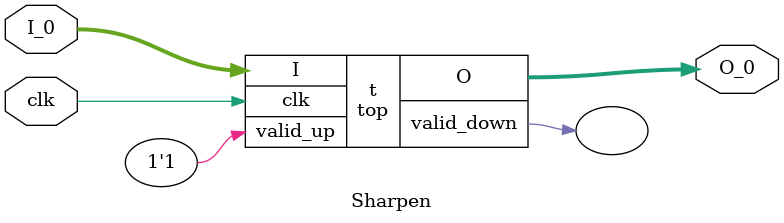
<source format=v>
module sseqTupleCreator_tTSeq_3_0_Int_ (
    input [7:0] I0,
    input [7:0] I1,
    output [7:0] O_0,
    output [7:0] O_1,
    output valid_down,
    input valid_up
);
  assign O_0 = I0;
  assign O_1 = I1;
  assign valid_down = valid_up;
endmodule

module sseqTupleCreator_tInt (
    input [7:0] I0,
    input [7:0] I1,
    output [7:0] O_0,
    output [7:0] O_1,
    output valid_down,
    input valid_up
);
  assign O_0 = I0;
  assign O_1 = I1;
  assign valid_down = valid_up;
endmodule

module sseqTupleAppender_tTSeq_3_0_Int__n2 (
    input [7:0] I0_0,
    input [7:0] I0_1,
    input [7:0] I1,
    output [7:0] O_0,
    output [7:0] O_1,
    output [7:0] O_2,
    output valid_down,
    input valid_up
);
  assign O_0 = I0_0;
  assign O_1 = I0_1;
  assign O_2 = I1;
  assign valid_down = valid_up;
endmodule

module sseqTupleAppender_tInt_n2 (
    input [7:0] I0_0,
    input [7:0] I0_1,
    input [7:0] I1,
    output [7:0] O_0,
    output [7:0] O_1,
    output [7:0] O_2,
    output valid_down,
    input valid_up
);
  assign O_0 = I0_0;
  assign O_1 = I0_1;
  assign O_2 = I1;
  assign valid_down = valid_up;
endmodule

module corebit_xor (
    input  in0,
    input  in1,
    output out
);
  assign out = in0 ^ in1;
endmodule

module corebit_term (
    input in
);

endmodule

module corebit_not (
    input  in,
    output out
);
  assign out = ~in;
endmodule

module corebit_eq (
    input  I0,
    input  I1,
    output O
);
  wire not_inst0_out;
  wire xor_inst0_out;
  corebit_not not_inst0 (
      .in (xor_inst0_out),
      .out(not_inst0_out)
  );
  corebit_xor xor_inst0 (
      .in0(I0),
      .in1(I1),
      .out(xor_inst0_out)
  );
  assign O = not_inst0_out;
endmodule

module corebit_const #(
    parameter value = 1
) (
    output out
);
  assign out = value;
endmodule

module corebit_and (
    input  in0,
    input  in1,
    output out
);
  assign out = in0 & in1;
endmodule

module atomTupleCreator_t0Int_t1Int (
    input [7:0] I0,
    input [7:0] I1,
    output [7:0] O__0,
    output [7:0] O__1,
    output valid_down,
    input valid_up
);
  assign O__0 = I0;
  assign O__1 = I1;
  assign valid_down = valid_up;
endmodule

module atomTupleCreator_t0Bit_t1ATuple_Int_Int_ (
    input [0:0] I0,
    input [7:0] I1__0,
    input [7:0] I1__1,
    output [0:0] O__0,
    output [7:0] O__1__0,
    output [7:0] O__1__1,
    output valid_down,
    input valid_up
);
  assign O__0 = I0;
  assign O__1__0 = I1__0;
  assign O__1__1 = I1__1;
  assign valid_down = valid_up;
endmodule

module coreir_ult #(
    parameter width = 1
) (
    input [width-1:0] in0,
    input [width-1:0] in1,
    output out
);
  assign out = in0 < in1;
endmodule

module coreir_ugt #(
    parameter width = 1
) (
    input [width-1:0] in0,
    input [width-1:0] in1,
    output out
);
  assign out = in0 > in1;
endmodule

module coreir_term #(
    parameter width = 1
) (
    input [width-1:0] in
);

endmodule

module coreir_slice #(
    parameter hi = 1,
    parameter lo = 0,
    parameter width = 1
) (
    input  [width-1:0] in,
    output [hi-lo-1:0] out
);
  assign out = in[hi-1:lo];
endmodule

module coreir_shl #(
    parameter width = 1
) (
    input  [width-1:0] in0,
    input  [width-1:0] in1,
    output [width-1:0] out
);
  assign out = in0 << in1;
endmodule

module coreir_reg #(
    parameter width = 1,
    parameter clk_posedge = 1,
    parameter init = 1
) (
    input clk,
    input [width-1:0] in,
    output [width-1:0] out
);
  reg [width-1:0] outReg = init;
  wire real_clk;
  assign real_clk = clk_posedge ? clk : ~clk;
  always @(posedge real_clk) begin
    outReg <= in;
  end
  assign out = outReg;
endmodule

module coreir_not #(
    parameter width = 1
) (
    input  [width-1:0] in,
    output [width-1:0] out
);
  assign out = ~in;
endmodule

module coreir_neg #(
    parameter width = 1
) (
    input  [width-1:0] in,
    output [width-1:0] out
);
  assign out = -in;
endmodule

module coreir_mux #(
    parameter width = 1
) (
    input [width-1:0] in0,
    input [width-1:0] in1,
    input sel,
    output [width-1:0] out
);
  assign out = sel ? in1 : in0;
endmodule

module coreir_mem #(
    parameter has_init = 0,
    parameter depth = 1,
    parameter width = 1
) (
    input clk,
    input [width-1:0] wdata,
    input [$clog2(depth)-1:0] waddr,
    input wen,
    output [width-1:0] rdata,
    input [$clog2(depth)-1:0] raddr
);
  reg [width-1:0] data[depth-1:0];
  always @(posedge clk) begin
    if (wen) begin
      data[waddr] <= wdata;
    end
  end
  assign rdata = data[raddr];
endmodule

module coreir_lshr #(
    parameter width = 1
) (
    input  [width-1:0] in0,
    input  [width-1:0] in1,
    output [width-1:0] out
);
  assign out = in0 >> in1;
endmodule

module coreir_eq #(
    parameter width = 1
) (
    input [width-1:0] in0,
    input [width-1:0] in1,
    output out
);
  assign out = in0 == in1;
endmodule

module coreir_const #(
    parameter width = 1,
    parameter value = 1
) (
    output [width-1:0] out
);
  assign out = value;
endmodule

module coreir_add #(
    parameter width = 1
) (
    input  [width-1:0] in0,
    input  [width-1:0] in1,
    output [width-1:0] out
);
  assign out = in0 + in1;
endmodule

module \commonlib_muxn__N2__width8 (
    input  [7:0] in_data_0,
    input  [7:0] in_data_1,
    input  [0:0] in_sel,
    output [7:0] out
);
  wire [7:0] _join_out;
  coreir_mux #(
      .width(8)
  ) _join (
      .in0(in_data_0),
      .in1(in_data_1),
      .out(_join_out),
      .sel(in_sel[0])
  );
  assign out = _join_out;
endmodule

module \commonlib_muxn__N4__width8 (
    input  [7:0] in_data_0,
    input  [7:0] in_data_1,
    input  [7:0] in_data_2,
    input  [7:0] in_data_3,
    input  [1:0] in_sel,
    output [7:0] out
);
  wire [7:0] _join_out;
  wire [7:0] muxN_0_out;
  wire [7:0] muxN_1_out;
  wire [0:0] sel_slice0_out;
  wire [0:0] sel_slice1_out;
  coreir_mux #(
      .width(8)
  ) _join (
      .in0(muxN_0_out),
      .in1(muxN_1_out),
      .out(_join_out),
      .sel(in_sel[1])
  );
  \commonlib_muxn__N2__width8 muxN_0 (
      .in_data_0(in_data_0),
      .in_data_1(in_data_1),
      .in_sel(sel_slice0_out),
      .out(muxN_0_out)
  );
  \commonlib_muxn__N2__width8 muxN_1 (
      .in_data_0(in_data_2),
      .in_data_1(in_data_3),
      .in_sel(sel_slice1_out),
      .out(muxN_1_out)
  );
  coreir_slice #(
      .hi(1),
      .lo(0),
      .width(2)
  ) sel_slice0 (
      .in (in_sel),
      .out(sel_slice0_out)
  );
  coreir_slice #(
      .hi(1),
      .lo(0),
      .width(2)
  ) sel_slice1 (
      .in (in_sel),
      .out(sel_slice1_out)
  );
  assign out = _join_out;
endmodule

module \commonlib_muxn__N2__width4 (
    input  [3:0] in_data_0,
    input  [3:0] in_data_1,
    input  [0:0] in_sel,
    output [3:0] out
);
  wire [3:0] _join_out;
  coreir_mux #(
      .width(4)
  ) _join (
      .in0(in_data_0),
      .in1(in_data_1),
      .out(_join_out),
      .sel(in_sel[0])
  );
  assign out = _join_out;
endmodule

module \commonlib_muxn__N2__width3 (
    input  [2:0] in_data_0,
    input  [2:0] in_data_1,
    input  [0:0] in_sel,
    output [2:0] out
);
  wire [2:0] _join_out;
  coreir_mux #(
      .width(3)
  ) _join (
      .in0(in_data_0),
      .in1(in_data_1),
      .out(_join_out),
      .sel(in_sel[0])
  );
  assign out = _join_out;
endmodule

module \commonlib_muxn__N2__width2 (
    input  [1:0] in_data_0,
    input  [1:0] in_data_1,
    input  [0:0] in_sel,
    output [1:0] out
);
  wire [1:0] _join_out;
  coreir_mux #(
      .width(2)
  ) _join (
      .in0(in_data_0),
      .in1(in_data_1),
      .out(_join_out),
      .sel(in_sel[0])
  );
  assign out = _join_out;
endmodule

module \commonlib_muxn__N2__width1 (
    input  [0:0] in_data_0,
    input  [0:0] in_data_1,
    input  [0:0] in_sel,
    output [0:0] out
);
  wire [0:0] _join_out;
  coreir_mux #(
      .width(1)
  ) _join (
      .in0(in_data_0),
      .in1(in_data_1),
      .out(_join_out),
      .sel(in_sel[0])
  );
  assign out = _join_out;
endmodule

module \commonlib_muxn__N1__width8 (
    input  [7:0] in_data_0,
    input  [0:0] in_sel,
    output [7:0] out
);
  corebit_term term_sel (.in(in_sel[0]));
  assign out = in_data_0;
endmodule

module \commonlib_muxn__N3__width8 (
    input  [7:0] in_data_0,
    input  [7:0] in_data_1,
    input  [7:0] in_data_2,
    input  [1:0] in_sel,
    output [7:0] out
);
  wire [7:0] _join_out;
  wire [7:0] muxN_0_out;
  wire [7:0] muxN_1_out;
  wire [0:0] sel_slice0_out;
  wire [0:0] sel_slice1_out;
  coreir_mux #(
      .width(8)
  ) _join (
      .in0(muxN_0_out),
      .in1(muxN_1_out),
      .out(_join_out),
      .sel(in_sel[1])
  );
  \commonlib_muxn__N2__width8 muxN_0 (
      .in_data_0(in_data_0),
      .in_data_1(in_data_1),
      .in_sel(sel_slice0_out),
      .out(muxN_0_out)
  );
  \commonlib_muxn__N1__width8 muxN_1 (
      .in_data_0(in_data_2),
      .in_sel(sel_slice1_out),
      .out(muxN_1_out)
  );
  coreir_slice #(
      .hi(1),
      .lo(0),
      .width(2)
  ) sel_slice0 (
      .in (in_sel),
      .out(sel_slice0_out)
  );
  coreir_slice #(
      .hi(1),
      .lo(0),
      .width(2)
  ) sel_slice1 (
      .in (in_sel),
      .out(sel_slice1_out)
  );
  assign out = _join_out;
endmodule

module lutN #(
    parameter N = 1,
    parameter init = 1
) (
    input [N-1:0] in,
    output out
);
  assign out = init[in];
endmodule

module \aetherlinglib_hydrate__hydratedTypeBit83 (
    input  [23:0] in,
    output [ 7:0] out_0,
    output [ 7:0] out_1,
    output [ 7:0] out_2
);
  assign out_0 = {in[7], in[6], in[5], in[4], in[3], in[2], in[1], in[0]};
  assign out_1 = {in[15], in[14], in[13], in[12], in[11], in[10], in[9], in[8]};
  assign out_2 = {in[23], in[22], in[21], in[20], in[19], in[18], in[17], in[16]};
endmodule

module \aetherlinglib_hydrate__hydratedTypeBit8 (
    input  [7:0] in,
    output [7:0] out
);
  assign out = {in[7], in[6], in[5], in[4], in[3], in[2], in[1], in[0]};
endmodule

module \aetherlinglib_dehydrate__hydratedTypeBit8 (
    input  [7:0] in,
    output [7:0] out
);
  assign out = {in[7], in[6], in[5], in[4], in[3], in[2], in[1], in[0]};
endmodule

module \aetherlinglib_dehydrate__hydratedTypeBit1 (
    input  [0:0] in,
    output [0:0] out
);
  assign out = in[0];
endmodule

module \aetherlinglib_dehydrate__hydratedTypeBit (
    input in,
    output [0:0] out
);
  assign out = in;
endmodule

module Term_Bitt (
    input I
);
  wire [0:0] dehydrate_tBit_inst0_out;
  \aetherlinglib_dehydrate__hydratedTypeBit dehydrate_tBit_inst0 (
      .in (I),
      .out(dehydrate_tBit_inst0_out)
  );
  coreir_term #(.width(1)) term_w1_inst0 (.in(dehydrate_tBit_inst0_out));
endmodule

module Term_Bits_1_t (
    input [0:0] I
);
  wire [0:0] dehydrate_tBits_1__inst0_out;
  \aetherlinglib_dehydrate__hydratedTypeBit1 dehydrate_tBits_1__inst0 (
      .in (I),
      .out(dehydrate_tBits_1__inst0_out)
  );
  coreir_term #(.width(1)) term_w1_inst0 (.in(dehydrate_tBits_1__inst0_out));
endmodule

module SizedCounter_1_cinFalse_coutFalse_incr1_hasCETrue_hasResetFalse (
    input CE,
    input clk,
    output [0:0] O
);
  wire [0:0] const_0_1_out;
  Term_Bitt Term_Bitt_inst0 (.I(CE));
  coreir_const #(
      .value(1'h0),
      .width(1)
  ) const_0_1 (
      .out(const_0_1_out)
  );
  assign O = const_0_1_out;
endmodule

module RShift_Atom (
    input [7:0] I__0,
    input [7:0] I__1,
    output [7:0] O,
    output valid_down,
    input valid_up
);
  wire [7:0] lshr8_inst0_out;
  coreir_lshr #(
      .width(8)
  ) lshr8_inst0 (
      .in0(I__0),
      .in1(I__1),
      .out(lshr8_inst0_out)
  );
  assign O = lshr8_inst0_out;
  assign valid_down = valid_up;
endmodule

module RAM5x8 (
    input clk,
    input [2:0] RADDR,
    output [7:0] RDATA,
    input [2:0] WADDR,
    input [7:0] WDATA,
    input WE
);
  wire [7:0] coreir_mem5x8_inst0_rdata;
  coreir_mem #(
      .depth(5),
      .has_init(0),
      .width(8)
  ) coreir_mem5x8_inst0 (
      .clk  (clk),
      .raddr(RADDR),
      .rdata(coreir_mem5x8_inst0_rdata),
      .waddr(WADDR),
      .wdata(WDATA),
      .wen  (WE)
  );
  assign RDATA = coreir_mem5x8_inst0_rdata;
endmodule

module RAM_Array_8_Bit_t_5n (
    input clk,
    input [2:0] RADDR,
    output [7:0] RDATA,
    input [2:0] WADDR,
    input [7:0] WDATA,
    input WE
);
  wire [7:0] RAM5x8_inst0_RDATA;
  wire [7:0] dehydrate_tArray_8_Bit__inst0_out;
  wire [7:0] hydrate_tArray_8_Bit__inst0_out;
  RAM5x8 RAM5x8_inst0 (
      .clk(clk),
      .RADDR(RADDR),
      .RDATA(RAM5x8_inst0_RDATA),
      .WADDR(WADDR),
      .WDATA(dehydrate_tArray_8_Bit__inst0_out),
      .WE(WE)
  );
  \aetherlinglib_dehydrate__hydratedTypeBit8 dehydrate_tArray_8_Bit__inst0 (
      .in (WDATA),
      .out(dehydrate_tArray_8_Bit__inst0_out)
  );
  \aetherlinglib_hydrate__hydratedTypeBit8 hydrate_tArray_8_Bit__inst0 (
      .in (RAM5x8_inst0_RDATA),
      .out(hydrate_tArray_8_Bit__inst0_out)
  );
  assign RDATA = hydrate_tArray_8_Bit__inst0_out;
endmodule

module RAM1x8 (
    input clk,
    input [0:0] RADDR,
    output [7:0] RDATA,
    input [0:0] WADDR,
    input [7:0] WDATA,
    input WE
);
  wire [7:0] coreir_mem1x8_inst0_rdata;
  coreir_mem #(
      .depth(1),
      .has_init(0),
      .width(8)
  ) coreir_mem1x8_inst0 (
      .clk  (clk),
      .raddr(RADDR),
      .rdata(coreir_mem1x8_inst0_rdata),
      .waddr(WADDR),
      .wdata(WDATA),
      .wen  (WE)
  );
  assign RDATA = coreir_mem1x8_inst0_rdata;
endmodule

module RAM_Array_8_Bit_t_1n (
    input clk,
    input [0:0] RADDR,
    output [7:0] RDATA,
    input [0:0] WADDR,
    input [7:0] WDATA,
    input WE
);
  wire [7:0] RAM1x8_inst0_RDATA;
  wire [7:0] dehydrate_tArray_8_Bit__inst0_out;
  wire [7:0] hydrate_tArray_8_Bit__inst0_out;
  RAM1x8 RAM1x8_inst0 (
      .clk(clk),
      .RADDR(RADDR),
      .RDATA(RAM1x8_inst0_RDATA),
      .WADDR(WADDR),
      .WDATA(dehydrate_tArray_8_Bit__inst0_out),
      .WE(WE)
  );
  \aetherlinglib_dehydrate__hydratedTypeBit8 dehydrate_tArray_8_Bit__inst0 (
      .in (WDATA),
      .out(dehydrate_tArray_8_Bit__inst0_out)
  );
  \aetherlinglib_hydrate__hydratedTypeBit8 hydrate_tArray_8_Bit__inst0 (
      .in (RAM1x8_inst0_RDATA),
      .out(hydrate_tArray_8_Bit__inst0_out)
  );
  assign RDATA = hydrate_tArray_8_Bit__inst0_out;
endmodule

module Passthrough_tInTSeq_1_0_SSeq_1_TSeq_1_2_Int____tOutTSeq_1_0_TSeq_1_2_Int__ (
    input [7:0] I_0,
    output [7:0] O,
    output valid_down,
    input valid_up
);
  assign O = I_0;
  assign valid_down = valid_up;
endmodule

module Passthrough_tInTSeq_1_0_SSeq_1_STuple_3_TSeq_3_0_Int_____tOutTSeq_1_0_SSeq_3_TSeq_3_0_Int___ (
    input [7:0] I_0_0,
    input [7:0] I_0_1,
    input [7:0] I_0_2,
    output [7:0] O_0,
    output [7:0] O_1,
    output [7:0] O_2,
    output valid_down,
    input valid_up
);
  assign O_0 = I_0_0;
  assign O_1 = I_0_1;
  assign O_2 = I_0_2;
  assign valid_down = valid_up;
endmodule

module Passthrough_tInTSeq_16_0_TSeq_1_2_STuple_3_Int____tOutTSeq_16_0_SSeq_1_TSeq_1_2_STuple_3_Int____ (
    input [7:0] I_0,
    input [7:0] I_1,
    input [7:0] I_2,
    output [7:0] O_0_0,
    output [7:0] O_0_1,
    output [7:0] O_0_2,
    output valid_down,
    input valid_up
);
  assign O_0_0 = I_0;
  assign O_0_1 = I_1;
  assign O_0_2 = I_2;
  assign valid_down = valid_up;
endmodule

module Passthrough_tInTSeq_16_0_TSeq_1_0_TSeq_1_2_Int____tOutTSeq_16_0_TSeq_1_2_Int__ (
    input [7:0] I,
    output [7:0] O,
    output valid_down,
    input valid_up
);
  assign O = I;
  assign valid_down = valid_up;
endmodule

module Passthrough_tInTSeq_16_0_SSeq_1_STuple_3_TSeq_3_0_Int_____tOutTSeq_16_0_TSeq_1_0_SSeq_1_STuple_3_TSeq_3_0_Int_____ (
    input [7:0] I_0_0,
    input [7:0] I_0_1,
    input [7:0] I_0_2,
    output [7:0] O_0_0,
    output [7:0] O_0_1,
    output [7:0] O_0_2,
    output valid_down,
    input valid_up
);
  assign O_0_0 = I_0_0;
  assign O_0_1 = I_0_1;
  assign O_0_2 = I_0_2;
  assign valid_down = valid_up;
endmodule

module NestedCounters_Int_hasCETrue_hasResetFalse_unq2 (
    input  CE,
    input  clk,
    output last,
    output valid
);
  wire [0:0] coreir_const11_inst0_out;
  Term_Bitt Term_Bitt_inst0 (.I(CE));
  coreir_const #(
      .value(1'h1),
      .width(1)
  ) coreir_const11_inst0 (
      .out(coreir_const11_inst0_out)
  );
  assign last  = coreir_const11_inst0_out[0];
  assign valid = coreir_const11_inst0_out[0];
endmodule

module NestedCounters_Int_hasCETrue_hasResetFalse_unq1 (
    input  CE,
    input  clk,
    output last,
    output valid
);
  wire [0:0] coreir_const11_inst0_out;
  coreir_const #(
      .value(1'h1),
      .width(1)
  ) coreir_const11_inst0 (
      .out(coreir_const11_inst0_out)
  );
  assign last  = coreir_const11_inst0_out[0];
  assign valid = CE;
endmodule

module NestedCounters_Int_hasCETrue_hasResetFalse (
    input CE,
    input clk,
    output [0:0] cur_valid,
    output last,
    output valid
);
  wire [0:0] coreir_const10_inst0_out;
  wire [0:0] coreir_const11_inst0_out;
  coreir_const #(
      .value(1'h0),
      .width(1)
  ) coreir_const10_inst0 (
      .out(coreir_const10_inst0_out)
  );
  coreir_const #(
      .value(1'h1),
      .width(1)
  ) coreir_const11_inst0 (
      .out(coreir_const11_inst0_out)
  );
  assign cur_valid = coreir_const10_inst0_out;
  assign last = coreir_const11_inst0_out[0];
  assign valid = CE;
endmodule

module Negate8 (
    input  [7:0] I,
    output [7:0] O
);
  wire [7:0] coreir_neg_inst0_out;
  coreir_neg #(
      .width(8)
  ) coreir_neg_inst0 (
      .in (I),
      .out(coreir_neg_inst0_out)
  );
  assign O = coreir_neg_inst0_out;
endmodule

module NativeMapParallel_n4 (
    input  [7:0] I_0,
    input  [7:0] I_1,
    input  [7:0] I_2,
    input  [7:0] I_3,
    output [7:0] out_0,
    output [7:0] out_1,
    output [7:0] out_2,
    output [7:0] out_3
);
  wire [7:0] dehydrate_tArray_8_Bit__inst0_out;
  wire [7:0] dehydrate_tArray_8_Bit__inst1_out;
  wire [7:0] dehydrate_tArray_8_Bit__inst2_out;
  wire [7:0] dehydrate_tArray_8_Bit__inst3_out;
  \aetherlinglib_dehydrate__hydratedTypeBit8 dehydrate_tArray_8_Bit__inst0 (
      .in (I_0),
      .out(dehydrate_tArray_8_Bit__inst0_out)
  );
  \aetherlinglib_dehydrate__hydratedTypeBit8 dehydrate_tArray_8_Bit__inst1 (
      .in (I_1),
      .out(dehydrate_tArray_8_Bit__inst1_out)
  );
  \aetherlinglib_dehydrate__hydratedTypeBit8 dehydrate_tArray_8_Bit__inst2 (
      .in (I_2),
      .out(dehydrate_tArray_8_Bit__inst2_out)
  );
  \aetherlinglib_dehydrate__hydratedTypeBit8 dehydrate_tArray_8_Bit__inst3 (
      .in (I_3),
      .out(dehydrate_tArray_8_Bit__inst3_out)
  );
  assign out_0 = dehydrate_tArray_8_Bit__inst0_out;
  assign out_1 = dehydrate_tArray_8_Bit__inst1_out;
  assign out_2 = dehydrate_tArray_8_Bit__inst2_out;
  assign out_3 = dehydrate_tArray_8_Bit__inst3_out;
endmodule

module NativeMapParallel_n3 (
    input  [7:0] I_0,
    input  [7:0] I_1,
    input  [7:0] I_2,
    output [7:0] out_0,
    output [7:0] out_1,
    output [7:0] out_2
);
  wire [7:0] dehydrate_tArray_8_Bit__inst0_out;
  wire [7:0] dehydrate_tArray_8_Bit__inst1_out;
  wire [7:0] dehydrate_tArray_8_Bit__inst2_out;
  \aetherlinglib_dehydrate__hydratedTypeBit8 dehydrate_tArray_8_Bit__inst0 (
      .in (I_0),
      .out(dehydrate_tArray_8_Bit__inst0_out)
  );
  \aetherlinglib_dehydrate__hydratedTypeBit8 dehydrate_tArray_8_Bit__inst1 (
      .in (I_1),
      .out(dehydrate_tArray_8_Bit__inst1_out)
  );
  \aetherlinglib_dehydrate__hydratedTypeBit8 dehydrate_tArray_8_Bit__inst2 (
      .in (I_2),
      .out(dehydrate_tArray_8_Bit__inst2_out)
  );
  assign out_0 = dehydrate_tArray_8_Bit__inst0_out;
  assign out_1 = dehydrate_tArray_8_Bit__inst1_out;
  assign out_2 = dehydrate_tArray_8_Bit__inst2_out;
endmodule

module NativeMapParallel_n2_unq1 (
    input  [7:0] I_0,
    input  [7:0] I_1,
    output [7:0] out_0,
    output [7:0] out_1
);
  wire [7:0] dehydrate_tArray_8_Out_Bit___inst0_out;
  wire [7:0] dehydrate_tArray_8_Out_Bit___inst1_out;
  \aetherlinglib_dehydrate__hydratedTypeBit8 dehydrate_tArray_8_Out_Bit___inst0 (
      .in (I_0),
      .out(dehydrate_tArray_8_Out_Bit___inst0_out)
  );
  \aetherlinglib_dehydrate__hydratedTypeBit8 dehydrate_tArray_8_Out_Bit___inst1 (
      .in (I_1),
      .out(dehydrate_tArray_8_Out_Bit___inst1_out)
  );
  assign out_0 = dehydrate_tArray_8_Out_Bit___inst0_out;
  assign out_1 = dehydrate_tArray_8_Out_Bit___inst1_out;
endmodule

module NativeMapParallel_n2 (
    input  [7:0] I_0,
    input  [7:0] I_1,
    output [7:0] out_0,
    output [7:0] out_1
);
  wire [7:0] dehydrate_tArray_8_Bit__inst0_out;
  wire [7:0] dehydrate_tArray_8_Bit__inst1_out;
  \aetherlinglib_dehydrate__hydratedTypeBit8 dehydrate_tArray_8_Bit__inst0 (
      .in (I_0),
      .out(dehydrate_tArray_8_Bit__inst0_out)
  );
  \aetherlinglib_dehydrate__hydratedTypeBit8 dehydrate_tArray_8_Bit__inst1 (
      .in (I_1),
      .out(dehydrate_tArray_8_Bit__inst1_out)
  );
  assign out_0 = dehydrate_tArray_8_Bit__inst0_out;
  assign out_1 = dehydrate_tArray_8_Bit__inst1_out;
endmodule

module NativeMapParallel_n1_unq2 (
    input [7:0] I0_0_0,
    input [7:0] I0_0_1,
    input [7:0] I1_0,
    output [7:0] O_0_0,
    output [7:0] O_0_1,
    output [7:0] O_0_2,
    output valid_down,
    input valid_up
);
  wire [7:0] sseqTupleAppender_tTSeq_3_0_Int__n2_inst0_O_0;
  wire [7:0] sseqTupleAppender_tTSeq_3_0_Int__n2_inst0_O_1;
  wire [7:0] sseqTupleAppender_tTSeq_3_0_Int__n2_inst0_O_2;
  wire sseqTupleAppender_tTSeq_3_0_Int__n2_inst0_valid_down;
  sseqTupleAppender_tTSeq_3_0_Int__n2 sseqTupleAppender_tTSeq_3_0_Int__n2_inst0 (
      .I0_0(I0_0_0),
      .I0_1(I0_0_1),
      .I1(I1_0),
      .O_0(sseqTupleAppender_tTSeq_3_0_Int__n2_inst0_O_0),
      .O_1(sseqTupleAppender_tTSeq_3_0_Int__n2_inst0_O_1),
      .O_2(sseqTupleAppender_tTSeq_3_0_Int__n2_inst0_O_2),
      .valid_down(sseqTupleAppender_tTSeq_3_0_Int__n2_inst0_valid_down),
      .valid_up(valid_up)
  );
  assign O_0_0 = sseqTupleAppender_tTSeq_3_0_Int__n2_inst0_O_0;
  assign O_0_1 = sseqTupleAppender_tTSeq_3_0_Int__n2_inst0_O_1;
  assign O_0_2 = sseqTupleAppender_tTSeq_3_0_Int__n2_inst0_O_2;
  assign valid_down = sseqTupleAppender_tTSeq_3_0_Int__n2_inst0_valid_down;
endmodule

module NativeMapParallel_n1_unq1 (
    input [7:0] I0_0,
    input [7:0] I1_0,
    output [7:0] O_0_0,
    output [7:0] O_0_1,
    output valid_down,
    input valid_up
);
  wire [7:0] sseqTupleCreator_tTSeq_3_0_Int__inst0_O_0;
  wire [7:0] sseqTupleCreator_tTSeq_3_0_Int__inst0_O_1;
  wire sseqTupleCreator_tTSeq_3_0_Int__inst0_valid_down;
  sseqTupleCreator_tTSeq_3_0_Int_ sseqTupleCreator_tTSeq_3_0_Int__inst0 (
      .I0(I0_0),
      .I1(I1_0),
      .O_0(sseqTupleCreator_tTSeq_3_0_Int__inst0_O_0),
      .O_1(sseqTupleCreator_tTSeq_3_0_Int__inst0_O_1),
      .valid_down(sseqTupleCreator_tTSeq_3_0_Int__inst0_valid_down),
      .valid_up(valid_up)
  );
  assign O_0_0 = sseqTupleCreator_tTSeq_3_0_Int__inst0_O_0;
  assign O_0_1 = sseqTupleCreator_tTSeq_3_0_Int__inst0_O_1;
  assign valid_down = sseqTupleCreator_tTSeq_3_0_Int__inst0_valid_down;
endmodule

module Mux_Array_8_Out_Bit__t_2n (
    input  [7:0] data_0,
    input  [7:0] data_1,
    output [7:0] out,
    input  [0:0] sel
);
  wire [7:0] CommonlibMuxN_n2_w8_inst0_out;
  wire [7:0] NativeMapParallel_n2_inst0_out_0;
  wire [7:0] NativeMapParallel_n2_inst0_out_1;
  wire [7:0] hydrate_tArray_8_Out_Bit___inst0_out;
  \commonlib_muxn__N2__width8 CommonlibMuxN_n2_w8_inst0 (
      .in_data_0(NativeMapParallel_n2_inst0_out_0),
      .in_data_1(NativeMapParallel_n2_inst0_out_1),
      .in_sel(sel),
      .out(CommonlibMuxN_n2_w8_inst0_out)
  );
  NativeMapParallel_n2_unq1 NativeMapParallel_n2_inst0 (
      .I_0  (data_0),
      .I_1  (data_1),
      .out_0(NativeMapParallel_n2_inst0_out_0),
      .out_1(NativeMapParallel_n2_inst0_out_1)
  );
  \aetherlinglib_hydrate__hydratedTypeBit8 hydrate_tArray_8_Out_Bit___inst0 (
      .in (CommonlibMuxN_n2_w8_inst0_out),
      .out(hydrate_tArray_8_Out_Bit___inst0_out)
  );
  assign out = hydrate_tArray_8_Out_Bit___inst0_out;
endmodule

module Mux_Array_8_Bit_t_4n (
    input  [7:0] data_0,
    input  [7:0] data_1,
    input  [7:0] data_2,
    input  [7:0] data_3,
    output [7:0] out,
    input  [1:0] sel
);
  wire [7:0] CommonlibMuxN_n4_w8_inst0_out;
  wire [7:0] NativeMapParallel_n4_inst0_out_0;
  wire [7:0] NativeMapParallel_n4_inst0_out_1;
  wire [7:0] NativeMapParallel_n4_inst0_out_2;
  wire [7:0] NativeMapParallel_n4_inst0_out_3;
  wire [7:0] hydrate_tArray_8_Bit__inst0_out;
  \commonlib_muxn__N4__width8 CommonlibMuxN_n4_w8_inst0 (
      .in_data_0(NativeMapParallel_n4_inst0_out_0),
      .in_data_1(NativeMapParallel_n4_inst0_out_1),
      .in_data_2(NativeMapParallel_n4_inst0_out_2),
      .in_data_3(NativeMapParallel_n4_inst0_out_3),
      .in_sel(sel),
      .out(CommonlibMuxN_n4_w8_inst0_out)
  );
  NativeMapParallel_n4 NativeMapParallel_n4_inst0 (
      .I_0  (data_0),
      .I_1  (data_1),
      .I_2  (data_2),
      .I_3  (data_3),
      .out_0(NativeMapParallel_n4_inst0_out_0),
      .out_1(NativeMapParallel_n4_inst0_out_1),
      .out_2(NativeMapParallel_n4_inst0_out_2),
      .out_3(NativeMapParallel_n4_inst0_out_3)
  );
  \aetherlinglib_hydrate__hydratedTypeBit8 hydrate_tArray_8_Bit__inst0 (
      .in (CommonlibMuxN_n4_w8_inst0_out),
      .out(hydrate_tArray_8_Bit__inst0_out)
  );
  assign out = hydrate_tArray_8_Bit__inst0_out;
endmodule

module Mux_Array_8_Bit_t_3n (
    input  [7:0] data_0,
    input  [7:0] data_1,
    input  [7:0] data_2,
    output [7:0] out,
    input  [1:0] sel
);
  wire [7:0] CommonlibMuxN_n3_w8_inst0_out;
  wire [7:0] NativeMapParallel_n3_inst0_out_0;
  wire [7:0] NativeMapParallel_n3_inst0_out_1;
  wire [7:0] NativeMapParallel_n3_inst0_out_2;
  wire [7:0] hydrate_tArray_8_Bit__inst0_out;
  \commonlib_muxn__N3__width8 CommonlibMuxN_n3_w8_inst0 (
      .in_data_0(NativeMapParallel_n3_inst0_out_0),
      .in_data_1(NativeMapParallel_n3_inst0_out_1),
      .in_data_2(NativeMapParallel_n3_inst0_out_2),
      .in_sel(sel),
      .out(CommonlibMuxN_n3_w8_inst0_out)
  );
  NativeMapParallel_n3 NativeMapParallel_n3_inst0 (
      .I_0  (data_0),
      .I_1  (data_1),
      .I_2  (data_2),
      .out_0(NativeMapParallel_n3_inst0_out_0),
      .out_1(NativeMapParallel_n3_inst0_out_1),
      .out_2(NativeMapParallel_n3_inst0_out_2)
  );
  \aetherlinglib_hydrate__hydratedTypeBit8 hydrate_tArray_8_Bit__inst0 (
      .in (CommonlibMuxN_n3_w8_inst0_out),
      .out(hydrate_tArray_8_Bit__inst0_out)
  );
  assign out = hydrate_tArray_8_Bit__inst0_out;
endmodule

module Mux_Array_8_Bit_t_2n (
    input  [7:0] data_0,
    input  [7:0] data_1,
    output [7:0] out,
    input  [0:0] sel
);
  wire [7:0] CommonlibMuxN_n2_w8_inst0_out;
  wire [7:0] NativeMapParallel_n2_inst0_out_0;
  wire [7:0] NativeMapParallel_n2_inst0_out_1;
  wire [7:0] hydrate_tArray_8_Bit__inst0_out;
  \commonlib_muxn__N2__width8 CommonlibMuxN_n2_w8_inst0 (
      .in_data_0(NativeMapParallel_n2_inst0_out_0),
      .in_data_1(NativeMapParallel_n2_inst0_out_1),
      .in_sel(sel),
      .out(CommonlibMuxN_n2_w8_inst0_out)
  );
  NativeMapParallel_n2 NativeMapParallel_n2_inst0 (
      .I_0  (data_0),
      .I_1  (data_1),
      .out_0(NativeMapParallel_n2_inst0_out_0),
      .out_1(NativeMapParallel_n2_inst0_out_1)
  );
  \aetherlinglib_hydrate__hydratedTypeBit8 hydrate_tArray_8_Bit__inst0 (
      .in (CommonlibMuxN_n2_w8_inst0_out),
      .out(hydrate_tArray_8_Bit__inst0_out)
  );
  assign out = hydrate_tArray_8_Bit__inst0_out;
endmodule

module Mux_Array_8_Bit_t_1n (
    input  [7:0] data_0,
    output [7:0] out,
    input  [0:0] sel
);
  Term_Bits_1_t Term_Bits_1_t_inst0 (.I(sel));
  assign out = data_0;
endmodule

module Mux2xOutBits4 (
    input [3:0] I0,
    input [3:0] I1,
    output [3:0] O,
    input S
);
  wire [3:0] coreir_commonlib_mux2x4_inst0_out;
  \commonlib_muxn__N2__width4 coreir_commonlib_mux2x4_inst0 (
      .in_data_0(I0),
      .in_data_1(I1),
      .in_sel(S),
      .out(coreir_commonlib_mux2x4_inst0_out)
  );
  assign O = coreir_commonlib_mux2x4_inst0_out;
endmodule

module Register_has_ce_True_has_reset_True_has_async_reset_False_type_Bits_n_4 (
    input CE,
    input clk,
    input [3:0] I,
    output [3:0] O,
    input RESET
);
  wire [3:0] Mux2xOutBits4_inst0_O;
  wire [3:0] const_0_4_out;
  wire [3:0] enable_mux_O;
  wire [3:0] value_out;
  Mux2xOutBits4 Mux2xOutBits4_inst0 (
      .I0(enable_mux_O),
      .I1(const_0_4_out),
      .O (Mux2xOutBits4_inst0_O),
      .S (RESET)
  );
  coreir_const #(
      .value(4'h0),
      .width(4)
  ) const_0_4 (
      .out(const_0_4_out)
  );
  Mux2xOutBits4 enable_mux (
      .I0(value_out),
      .I1(I),
      .O (enable_mux_O),
      .S (CE)
  );
  coreir_reg #(
      .clk_posedge(1),
      .init(4'h0),
      .width(4)
  ) value (
      .clk(clk),
      .in (Mux2xOutBits4_inst0_O),
      .out(value_out)
  );
  assign O = value_out;
endmodule

module Mux2xOutBits3 (
    input [2:0] I0,
    input [2:0] I1,
    output [2:0] O,
    input S
);
  wire [2:0] coreir_commonlib_mux2x3_inst0_out;
  \commonlib_muxn__N2__width3 coreir_commonlib_mux2x3_inst0 (
      .in_data_0(I0),
      .in_data_1(I1),
      .in_sel(S),
      .out(coreir_commonlib_mux2x3_inst0_out)
  );
  assign O = coreir_commonlib_mux2x3_inst0_out;
endmodule

module Register_has_ce_True_has_reset_True_has_async_reset_False_type_Bits_n_3 (
    input CE,
    input clk,
    input [2:0] I,
    output [2:0] O,
    input RESET
);
  wire [2:0] Mux2xOutBits3_inst0_O;
  wire [2:0] const_0_3_out;
  wire [2:0] enable_mux_O;
  wire [2:0] value_out;
  Mux2xOutBits3 Mux2xOutBits3_inst0 (
      .I0(enable_mux_O),
      .I1(const_0_3_out),
      .O (Mux2xOutBits3_inst0_O),
      .S (RESET)
  );
  coreir_const #(
      .value(3'h0),
      .width(3)
  ) const_0_3 (
      .out(const_0_3_out)
  );
  Mux2xOutBits3 enable_mux (
      .I0(value_out),
      .I1(I),
      .O (enable_mux_O),
      .S (CE)
  );
  coreir_reg #(
      .clk_posedge(1),
      .init(3'h0),
      .width(3)
  ) value (
      .clk(clk),
      .in (Mux2xOutBits3_inst0_O),
      .out(value_out)
  );
  assign O = value_out;
endmodule

module Mux2xOutBits2 (
    input [1:0] I0,
    input [1:0] I1,
    output [1:0] O,
    input S
);
  wire [1:0] coreir_commonlib_mux2x2_inst0_out;
  \commonlib_muxn__N2__width2 coreir_commonlib_mux2x2_inst0 (
      .in_data_0(I0),
      .in_data_1(I1),
      .in_sel(S),
      .out(coreir_commonlib_mux2x2_inst0_out)
  );
  assign O = coreir_commonlib_mux2x2_inst0_out;
endmodule

module Register_has_ce_True_has_reset_True_has_async_reset_False_type_Bits_n_2 (
    input CE,
    input clk,
    input [1:0] I,
    output [1:0] O,
    input RESET
);
  wire [1:0] Mux2xOutBits2_inst0_O;
  wire [1:0] const_0_2_out;
  wire [1:0] enable_mux_O;
  wire [1:0] value_out;
  Mux2xOutBits2 Mux2xOutBits2_inst0 (
      .I0(enable_mux_O),
      .I1(const_0_2_out),
      .O (Mux2xOutBits2_inst0_O),
      .S (RESET)
  );
  coreir_const #(
      .value(2'h0),
      .width(2)
  ) const_0_2 (
      .out(const_0_2_out)
  );
  Mux2xOutBits2 enable_mux (
      .I0(value_out),
      .I1(I),
      .O (enable_mux_O),
      .S (CE)
  );
  coreir_reg #(
      .clk_posedge(1),
      .init(2'h0),
      .width(2)
  ) value (
      .clk(clk),
      .in (Mux2xOutBits2_inst0_O),
      .out(value_out)
  );
  assign O = value_out;
endmodule

module Mux2xOutBits1 (
    input [0:0] I0,
    input [0:0] I1,
    output [0:0] O,
    input S
);
  wire [0:0] coreir_commonlib_mux2x1_inst0_out;
  \commonlib_muxn__N2__width1 coreir_commonlib_mux2x1_inst0 (
      .in_data_0(I0),
      .in_data_1(I1),
      .in_sel(S),
      .out(coreir_commonlib_mux2x1_inst0_out)
  );
  assign O = coreir_commonlib_mux2x1_inst0_out;
endmodule

module Register_has_ce_True_has_reset_True_has_async_reset_False_type_Bits_n_1 (
    input CE,
    input clk,
    input [0:0] I,
    output [0:0] O,
    input RESET
);
  wire [0:0] Mux2xOutBits1_inst0_O;
  wire [0:0] const_0_1_out;
  wire [0:0] enable_mux_O;
  wire [0:0] value_out;
  Mux2xOutBits1 Mux2xOutBits1_inst0 (
      .I0(enable_mux_O),
      .I1(const_0_1_out),
      .O (Mux2xOutBits1_inst0_O),
      .S (RESET)
  );
  coreir_const #(
      .value(1'h0),
      .width(1)
  ) const_0_1 (
      .out(const_0_1_out)
  );
  Mux2xOutBits1 enable_mux (
      .I0(value_out),
      .I1(I),
      .O (enable_mux_O),
      .S (CE)
  );
  coreir_reg #(
      .clk_posedge(1),
      .init(1'h0),
      .width(1)
  ) value (
      .clk(clk),
      .in (Mux2xOutBits1_inst0_O),
      .out(value_out)
  );
  assign O = value_out;
endmodule

module Mux2xNone (
    input  I0,
    input  I1,
    output O,
    input  S
);
  wire [0:0] coreir_commonlib_mux2x1_inst0_out;
  \commonlib_muxn__N2__width1 coreir_commonlib_mux2x1_inst0 (
      .in_data_0(I0),
      .in_data_1(I1),
      .in_sel(S),
      .out(coreir_commonlib_mux2x1_inst0_out)
  );
  assign O = coreir_commonlib_mux2x1_inst0_out[0];
endmodule

module Map_T_n3_i0 (
    input clk,
    input [7:0] I0,
    input [7:0] I1,
    output [7:0] O__0,
    output [7:0] O__1,
    output valid_down,
    input valid_up
);
  wire [7:0] atomTupleCreator_t0Int_t1Int_inst0_O__0;
  wire [7:0] atomTupleCreator_t0Int_t1Int_inst0_O__1;
  wire atomTupleCreator_t0Int_t1Int_inst0_valid_down;
  atomTupleCreator_t0Int_t1Int atomTupleCreator_t0Int_t1Int_inst0 (
      .I0(I0),
      .I1(I1),
      .O__0(atomTupleCreator_t0Int_t1Int_inst0_O__0),
      .O__1(atomTupleCreator_t0Int_t1Int_inst0_O__1),
      .valid_down(atomTupleCreator_t0Int_t1Int_inst0_valid_down),
      .valid_up(valid_up)
  );
  assign O__0 = atomTupleCreator_t0Int_t1Int_inst0_O__0;
  assign O__1 = atomTupleCreator_t0Int_t1Int_inst0_O__1;
  assign valid_down = atomTupleCreator_t0Int_t1Int_inst0_valid_down;
endmodule

module NativeMapParallel_n3_unq1 (
    input clk,
    input [7:0] I0_0,
    input [7:0] I0_1,
    input [7:0] I0_2,
    input [7:0] I1_0,
    input [7:0] I1_1,
    input [7:0] I1_2,
    output [7:0] O_0__0,
    output [7:0] O_0__1,
    output [7:0] O_1__0,
    output [7:0] O_1__1,
    output [7:0] O_2__0,
    output [7:0] O_2__1,
    output valid_down,
    input valid_up
);
  wire [7:0] Map_T_n3_i0_inst0_O__0;
  wire [7:0] Map_T_n3_i0_inst0_O__1;
  wire Map_T_n3_i0_inst0_valid_down;
  wire [7:0] Map_T_n3_i0_inst1_O__0;
  wire [7:0] Map_T_n3_i0_inst1_O__1;
  wire Map_T_n3_i0_inst1_valid_down;
  wire [7:0] Map_T_n3_i0_inst2_O__0;
  wire [7:0] Map_T_n3_i0_inst2_O__1;
  wire Map_T_n3_i0_inst2_valid_down;
  wire and_inst0_out;
  wire and_inst1_out;
  Map_T_n3_i0 Map_T_n3_i0_inst0 (
      .clk(clk),
      .I0(I0_0),
      .I1(I1_0),
      .O__0(Map_T_n3_i0_inst0_O__0),
      .O__1(Map_T_n3_i0_inst0_O__1),
      .valid_down(Map_T_n3_i0_inst0_valid_down),
      .valid_up(valid_up)
  );
  Map_T_n3_i0 Map_T_n3_i0_inst1 (
      .clk(clk),
      .I0(I0_1),
      .I1(I1_1),
      .O__0(Map_T_n3_i0_inst1_O__0),
      .O__1(Map_T_n3_i0_inst1_O__1),
      .valid_down(Map_T_n3_i0_inst1_valid_down),
      .valid_up(valid_up)
  );
  Map_T_n3_i0 Map_T_n3_i0_inst2 (
      .clk(clk),
      .I0(I0_2),
      .I1(I1_2),
      .O__0(Map_T_n3_i0_inst2_O__0),
      .O__1(Map_T_n3_i0_inst2_O__1),
      .valid_down(Map_T_n3_i0_inst2_valid_down),
      .valid_up(valid_up)
  );
  corebit_and and_inst0 (
      .in0(Map_T_n3_i0_inst0_valid_down),
      .in1(Map_T_n3_i0_inst1_valid_down),
      .out(and_inst0_out)
  );
  corebit_and and_inst1 (
      .in0(and_inst0_out),
      .in1(Map_T_n3_i0_inst2_valid_down),
      .out(and_inst1_out)
  );
  assign O_0__0 = Map_T_n3_i0_inst0_O__0;
  assign O_0__1 = Map_T_n3_i0_inst0_O__1;
  assign O_1__0 = Map_T_n3_i0_inst1_O__0;
  assign O_1__1 = Map_T_n3_i0_inst1_O__1;
  assign O_2__0 = Map_T_n3_i0_inst2_O__0;
  assign O_2__1 = Map_T_n3_i0_inst2_O__1;
  assign valid_down = and_inst1_out;
endmodule

module Map_T_n1_i2_unq4 (
    input clk,
    input [7:0] I__0,
    input [7:0] I__1,
    output [7:0] O,
    output valid_down,
    input valid_up
);
  wire [7:0] RShift_Atom_inst0_O;
  wire RShift_Atom_inst0_valid_down;
  RShift_Atom RShift_Atom_inst0 (
      .I__0(I__0),
      .I__1(I__1),
      .O(RShift_Atom_inst0_O),
      .valid_down(RShift_Atom_inst0_valid_down),
      .valid_up(valid_up)
  );
  assign O = RShift_Atom_inst0_O;
  assign valid_down = RShift_Atom_inst0_valid_down;
endmodule

module Map_T_n1_i2_unq3 (
    input clk,
    input [7:0] I0,
    input [7:0] I1,
    output [7:0] O__0,
    output [7:0] O__1,
    output valid_down,
    input valid_up
);
  wire [7:0] atomTupleCreator_t0Int_t1Int_inst0_O__0;
  wire [7:0] atomTupleCreator_t0Int_t1Int_inst0_O__1;
  wire atomTupleCreator_t0Int_t1Int_inst0_valid_down;
  atomTupleCreator_t0Int_t1Int atomTupleCreator_t0Int_t1Int_inst0 (
      .I0(I0),
      .I1(I1),
      .O__0(atomTupleCreator_t0Int_t1Int_inst0_O__0),
      .O__1(atomTupleCreator_t0Int_t1Int_inst0_O__1),
      .valid_down(atomTupleCreator_t0Int_t1Int_inst0_valid_down),
      .valid_up(valid_up)
  );
  assign O__0 = atomTupleCreator_t0Int_t1Int_inst0_O__0;
  assign O__1 = atomTupleCreator_t0Int_t1Int_inst0_O__1;
  assign valid_down = atomTupleCreator_t0Int_t1Int_inst0_valid_down;
endmodule

module Map_T_n1_i2_unq1 (
    input clk,
    input [7:0] I0_0,
    input [7:0] I0_1,
    input [7:0] I1,
    output [7:0] O_0,
    output [7:0] O_1,
    output [7:0] O_2,
    output valid_down,
    input valid_up
);
  wire [7:0] sseqTupleAppender_tInt_n2_inst0_O_0;
  wire [7:0] sseqTupleAppender_tInt_n2_inst0_O_1;
  wire [7:0] sseqTupleAppender_tInt_n2_inst0_O_2;
  wire sseqTupleAppender_tInt_n2_inst0_valid_down;
  sseqTupleAppender_tInt_n2 sseqTupleAppender_tInt_n2_inst0 (
      .I0_0(I0_0),
      .I0_1(I0_1),
      .I1(I1),
      .O_0(sseqTupleAppender_tInt_n2_inst0_O_0),
      .O_1(sseqTupleAppender_tInt_n2_inst0_O_1),
      .O_2(sseqTupleAppender_tInt_n2_inst0_O_2),
      .valid_down(sseqTupleAppender_tInt_n2_inst0_valid_down),
      .valid_up(valid_up)
  );
  assign O_0 = sseqTupleAppender_tInt_n2_inst0_O_0;
  assign O_1 = sseqTupleAppender_tInt_n2_inst0_O_1;
  assign O_2 = sseqTupleAppender_tInt_n2_inst0_O_2;
  assign valid_down = sseqTupleAppender_tInt_n2_inst0_valid_down;
endmodule

module Map_T_n1_i2 (
    input clk,
    input [7:0] I0,
    input [7:0] I1,
    output [7:0] O_0,
    output [7:0] O_1,
    output valid_down,
    input valid_up
);
  wire [7:0] sseqTupleCreator_tInt_inst0_O_0;
  wire [7:0] sseqTupleCreator_tInt_inst0_O_1;
  wire sseqTupleCreator_tInt_inst0_valid_down;
  sseqTupleCreator_tInt sseqTupleCreator_tInt_inst0 (
      .I0(I0),
      .I1(I1),
      .O_0(sseqTupleCreator_tInt_inst0_O_0),
      .O_1(sseqTupleCreator_tInt_inst0_O_1),
      .valid_down(sseqTupleCreator_tInt_inst0_valid_down),
      .valid_up(valid_up)
  );
  assign O_0 = sseqTupleCreator_tInt_inst0_O_0;
  assign O_1 = sseqTupleCreator_tInt_inst0_O_1;
  assign valid_down = sseqTupleCreator_tInt_inst0_valid_down;
endmodule

module Map_T_n1_i0_unq5 (
    input clk,
    input [7:0] I__0,
    input [7:0] I__1,
    output [7:0] O,
    output valid_down,
    input valid_up
);
  wire [7:0] Map_T_n1_i2_inst0_O;
  wire Map_T_n1_i2_inst0_valid_down;
  Map_T_n1_i2_unq4 Map_T_n1_i2_inst0 (
      .clk(clk),
      .I__0(I__0),
      .I__1(I__1),
      .O(Map_T_n1_i2_inst0_O),
      .valid_down(Map_T_n1_i2_inst0_valid_down),
      .valid_up(valid_up)
  );
  assign O = Map_T_n1_i2_inst0_O;
  assign valid_down = Map_T_n1_i2_inst0_valid_down;
endmodule

module Map_T_n1_i0_unq4 (
    input clk,
    input [7:0] I0,
    input [7:0] I1,
    output [7:0] O__0,
    output [7:0] O__1,
    output valid_down,
    input valid_up
);
  wire [7:0] Map_T_n1_i2_inst0_O__0;
  wire [7:0] Map_T_n1_i2_inst0_O__1;
  wire Map_T_n1_i2_inst0_valid_down;
  Map_T_n1_i2_unq3 Map_T_n1_i2_inst0 (
      .clk(clk),
      .I0(I0),
      .I1(I1),
      .O__0(Map_T_n1_i2_inst0_O__0),
      .O__1(Map_T_n1_i2_inst0_O__1),
      .valid_down(Map_T_n1_i2_inst0_valid_down),
      .valid_up(valid_up)
  );
  assign O__0 = Map_T_n1_i2_inst0_O__0;
  assign O__1 = Map_T_n1_i2_inst0_O__1;
  assign valid_down = Map_T_n1_i2_inst0_valid_down;
endmodule

module Map_T_n1_i0 (
    input clk,
    input [7:0] I0_0,
    input [7:0] I0_1,
    input [7:0] I0_2,
    input [7:0] I1_0,
    input [7:0] I1_1,
    input [7:0] I1_2,
    output [7:0] O_0__0,
    output [7:0] O_0__1,
    output [7:0] O_1__0,
    output [7:0] O_1__1,
    output [7:0] O_2__0,
    output [7:0] O_2__1,
    output valid_down,
    input valid_up
);
  wire [7:0] NativeMapParallel_n3_inst0_O_0__0;
  wire [7:0] NativeMapParallel_n3_inst0_O_0__1;
  wire [7:0] NativeMapParallel_n3_inst0_O_1__0;
  wire [7:0] NativeMapParallel_n3_inst0_O_1__1;
  wire [7:0] NativeMapParallel_n3_inst0_O_2__0;
  wire [7:0] NativeMapParallel_n3_inst0_O_2__1;
  wire NativeMapParallel_n3_inst0_valid_down;
  NativeMapParallel_n3_unq1 NativeMapParallel_n3_inst0 (
      .clk(clk),
      .I0_0(I0_0),
      .I0_1(I0_1),
      .I0_2(I0_2),
      .I1_0(I1_0),
      .I1_1(I1_1),
      .I1_2(I1_2),
      .O_0__0(NativeMapParallel_n3_inst0_O_0__0),
      .O_0__1(NativeMapParallel_n3_inst0_O_0__1),
      .O_1__0(NativeMapParallel_n3_inst0_O_1__0),
      .O_1__1(NativeMapParallel_n3_inst0_O_1__1),
      .O_2__0(NativeMapParallel_n3_inst0_O_2__0),
      .O_2__1(NativeMapParallel_n3_inst0_O_2__1),
      .valid_down(NativeMapParallel_n3_inst0_valid_down),
      .valid_up(valid_up)
  );
  assign O_0__0 = NativeMapParallel_n3_inst0_O_0__0;
  assign O_0__1 = NativeMapParallel_n3_inst0_O_0__1;
  assign O_1__0 = NativeMapParallel_n3_inst0_O_1__0;
  assign O_1__1 = NativeMapParallel_n3_inst0_O_1__1;
  assign O_2__0 = NativeMapParallel_n3_inst0_O_2__0;
  assign O_2__1 = NativeMapParallel_n3_inst0_O_2__1;
  assign valid_down = NativeMapParallel_n3_inst0_valid_down;
endmodule

module Map_T_n16_i0_unq5 (
    input clk,
    input [7:0] I_0_0,
    input [7:0] I_0_1,
    input [7:0] I_0_2,
    output [7:0] O_0,
    output [7:0] O_1,
    output [7:0] O_2,
    output valid_down,
    input valid_up
);
  wire [7:0] Passthrough_tInTSeq_1_0_SSeq_1_STuple_3_TSeq_3_0_Int_____tOutTSeq_1_0_SSeq_3_TSeq_3_0_Int____inst0_O_0;
  wire [7:0] Passthrough_tInTSeq_1_0_SSeq_1_STuple_3_TSeq_3_0_Int_____tOutTSeq_1_0_SSeq_3_TSeq_3_0_Int____inst0_O_1;
  wire [7:0] Passthrough_tInTSeq_1_0_SSeq_1_STuple_3_TSeq_3_0_Int_____tOutTSeq_1_0_SSeq_3_TSeq_3_0_Int____inst0_O_2;
  wire Passthrough_tInTSeq_1_0_SSeq_1_STuple_3_TSeq_3_0_Int_____tOutTSeq_1_0_SSeq_3_TSeq_3_0_Int____inst0_valid_down;
  Passthrough_tInTSeq_1_0_SSeq_1_STuple_3_TSeq_3_0_Int_____tOutTSeq_1_0_SSeq_3_TSeq_3_0_Int___ Passthrough_tInTSeq_1_0_SSeq_1_STuple_3_TSeq_3_0_Int_____tOutTSeq_1_0_SSeq_3_TSeq_3_0_Int____inst0(
      .I_0_0(I_0_0),
      .I_0_1(I_0_1),
      .I_0_2(I_0_2),
      .O_0(Passthrough_tInTSeq_1_0_SSeq_1_STuple_3_TSeq_3_0_Int_____tOutTSeq_1_0_SSeq_3_TSeq_3_0_Int____inst0_O_0),
      .O_1(Passthrough_tInTSeq_1_0_SSeq_1_STuple_3_TSeq_3_0_Int_____tOutTSeq_1_0_SSeq_3_TSeq_3_0_Int____inst0_O_1),
      .O_2(Passthrough_tInTSeq_1_0_SSeq_1_STuple_3_TSeq_3_0_Int_____tOutTSeq_1_0_SSeq_3_TSeq_3_0_Int____inst0_O_2),
      .valid_down(Passthrough_tInTSeq_1_0_SSeq_1_STuple_3_TSeq_3_0_Int_____tOutTSeq_1_0_SSeq_3_TSeq_3_0_Int____inst0_valid_down),
      .valid_up(valid_up)
  );
  assign O_0 = Passthrough_tInTSeq_1_0_SSeq_1_STuple_3_TSeq_3_0_Int_____tOutTSeq_1_0_SSeq_3_TSeq_3_0_Int____inst0_O_0;
  assign O_1 = Passthrough_tInTSeq_1_0_SSeq_1_STuple_3_TSeq_3_0_Int_____tOutTSeq_1_0_SSeq_3_TSeq_3_0_Int____inst0_O_1;
  assign O_2 = Passthrough_tInTSeq_1_0_SSeq_1_STuple_3_TSeq_3_0_Int_____tOutTSeq_1_0_SSeq_3_TSeq_3_0_Int____inst0_O_2;
  assign valid_down = Passthrough_tInTSeq_1_0_SSeq_1_STuple_3_TSeq_3_0_Int_____tOutTSeq_1_0_SSeq_3_TSeq_3_0_Int____inst0_valid_down;
endmodule

module Map_T_n16_i0_unq4 (
    input clk,
    input [7:0] I0_0_0,
    input [7:0] I0_0_1,
    input [7:0] I1_0,
    output [7:0] O_0_0,
    output [7:0] O_0_1,
    output [7:0] O_0_2,
    output valid_down,
    input valid_up
);
  wire [7:0] NativeMapParallel_n1_inst0_O_0_0;
  wire [7:0] NativeMapParallel_n1_inst0_O_0_1;
  wire [7:0] NativeMapParallel_n1_inst0_O_0_2;
  wire NativeMapParallel_n1_inst0_valid_down;
  NativeMapParallel_n1_unq2 NativeMapParallel_n1_inst0 (
      .I0_0_0(I0_0_0),
      .I0_0_1(I0_0_1),
      .I1_0(I1_0),
      .O_0_0(NativeMapParallel_n1_inst0_O_0_0),
      .O_0_1(NativeMapParallel_n1_inst0_O_0_1),
      .O_0_2(NativeMapParallel_n1_inst0_O_0_2),
      .valid_down(NativeMapParallel_n1_inst0_valid_down),
      .valid_up(valid_up)
  );
  assign O_0_0 = NativeMapParallel_n1_inst0_O_0_0;
  assign O_0_1 = NativeMapParallel_n1_inst0_O_0_1;
  assign O_0_2 = NativeMapParallel_n1_inst0_O_0_2;
  assign valid_down = NativeMapParallel_n1_inst0_valid_down;
endmodule

module Map_T_n16_i0_unq3 (
    input clk,
    input [7:0] I0_0,
    input [7:0] I1_0,
    output [7:0] O_0_0,
    output [7:0] O_0_1,
    output valid_down,
    input valid_up
);
  wire [7:0] NativeMapParallel_n1_inst0_O_0_0;
  wire [7:0] NativeMapParallel_n1_inst0_O_0_1;
  wire NativeMapParallel_n1_inst0_valid_down;
  NativeMapParallel_n1_unq1 NativeMapParallel_n1_inst0 (
      .I0_0(I0_0),
      .I1_0(I1_0),
      .O_0_0(NativeMapParallel_n1_inst0_O_0_0),
      .O_0_1(NativeMapParallel_n1_inst0_O_0_1),
      .valid_down(NativeMapParallel_n1_inst0_valid_down),
      .valid_up(valid_up)
  );
  assign O_0_0 = NativeMapParallel_n1_inst0_O_0_0;
  assign O_0_1 = NativeMapParallel_n1_inst0_O_0_1;
  assign valid_down = NativeMapParallel_n1_inst0_valid_down;
endmodule

module Map_T_n16_i0_unq1 (
    input clk,
    input [7:0] I0_0,
    input [7:0] I0_1,
    input [7:0] I1,
    output [7:0] O_0,
    output [7:0] O_1,
    output [7:0] O_2,
    output valid_down,
    input valid_up
);
  wire [7:0] Map_T_n1_i2_inst0_O_0;
  wire [7:0] Map_T_n1_i2_inst0_O_1;
  wire [7:0] Map_T_n1_i2_inst0_O_2;
  wire Map_T_n1_i2_inst0_valid_down;
  Map_T_n1_i2_unq1 Map_T_n1_i2_inst0 (
      .clk(clk),
      .I0_0(I0_0),
      .I0_1(I0_1),
      .I1(I1),
      .O_0(Map_T_n1_i2_inst0_O_0),
      .O_1(Map_T_n1_i2_inst0_O_1),
      .O_2(Map_T_n1_i2_inst0_O_2),
      .valid_down(Map_T_n1_i2_inst0_valid_down),
      .valid_up(valid_up)
  );
  assign O_0 = Map_T_n1_i2_inst0_O_0;
  assign O_1 = Map_T_n1_i2_inst0_O_1;
  assign O_2 = Map_T_n1_i2_inst0_O_2;
  assign valid_down = Map_T_n1_i2_inst0_valid_down;
endmodule

module Map_T_n16_i0 (
    input clk,
    input [7:0] I0,
    input [7:0] I1,
    output [7:0] O_0,
    output [7:0] O_1,
    output valid_down,
    input valid_up
);
  wire [7:0] Map_T_n1_i2_inst0_O_0;
  wire [7:0] Map_T_n1_i2_inst0_O_1;
  wire Map_T_n1_i2_inst0_valid_down;
  Map_T_n1_i2 Map_T_n1_i2_inst0 (
      .clk(clk),
      .I0(I0),
      .I1(I1),
      .O_0(Map_T_n1_i2_inst0_O_0),
      .O_1(Map_T_n1_i2_inst0_O_1),
      .valid_down(Map_T_n1_i2_inst0_valid_down),
      .valid_up(valid_up)
  );
  assign O_0 = Map_T_n1_i2_inst0_O_0;
  assign O_1 = Map_T_n1_i2_inst0_O_1;
  assign valid_down = Map_T_n1_i2_inst0_valid_down;
endmodule

module Lt_Atom (
    input [7:0] I__0,
    input [7:0] I__1,
    output [0:0] O,
    output valid_down,
    input valid_up
);
  wire coreir_ult8_inst0_out;
  coreir_ult #(
      .width(8)
  ) coreir_ult8_inst0 (
      .in0(I__0),
      .in1(I__1),
      .out(coreir_ult8_inst0_out)
  );
  assign O = coreir_ult8_inst0_out;
  assign valid_down = valid_up;
endmodule

module LUT4_256 (
    input  I0,
    input  I1,
    input  I2,
    input  I3,
    output O
);
  wire coreir_lut4_inst0_out;
  lutN #(
      .init(16'h0100),
      .N(4)
  ) coreir_lut4_inst0 (
      .in ({I3, I2, I1, I0}),
      .out(coreir_lut4_inst0_out)
  );
  assign O = coreir_lut4_inst0_out;
endmodule

module LUT3_32 (
    input  I0,
    input  I1,
    input  I2,
    output O
);
  wire coreir_lut3_inst0_out;
  lutN #(
      .init(8'h20),
      .N(3)
  ) coreir_lut3_inst0 (
      .in ({I2, I1, I0}),
      .out(coreir_lut3_inst0_out)
  );
  assign O = coreir_lut3_inst0_out;
endmodule

module LUT3_16 (
    input  I0,
    input  I1,
    input  I2,
    output O
);
  wire coreir_lut3_inst0_out;
  lutN #(
      .init(8'h10),
      .N(3)
  ) coreir_lut3_inst0 (
      .in ({I2, I1, I0}),
      .out(coreir_lut3_inst0_out)
  );
  assign O = coreir_lut3_inst0_out;
endmodule

module LUT3_128 (
    input  I0,
    input  I1,
    input  I2,
    output O
);
  wire coreir_lut3_inst0_out;
  lutN #(
      .init(8'h80),
      .N(3)
  ) coreir_lut3_inst0 (
      .in ({I2, I1, I0}),
      .out(coreir_lut3_inst0_out)
  );
  assign O = coreir_lut3_inst0_out;
endmodule

module LUT2_8 (
    input  I0,
    input  I1,
    output O
);
  wire coreir_lut2_inst0_out;
  lutN #(
      .init(4'h8),
      .N(2)
  ) coreir_lut2_inst0 (
      .in ({I1, I0}),
      .out(coreir_lut2_inst0_out)
  );
  assign O = coreir_lut2_inst0_out;
endmodule

module LUT2_5 (
    input  I0,
    input  I1,
    output O
);
  wire coreir_lut2_inst0_out;
  lutN #(
      .init(4'h5),
      .N(2)
  ) coreir_lut2_inst0 (
      .in ({I1, I0}),
      .out(coreir_lut2_inst0_out)
  );
  assign O = coreir_lut2_inst0_out;
endmodule

module LUT2_4 (
    input  I0,
    input  I1,
    output O
);
  wire coreir_lut2_inst0_out;
  lutN #(
      .init(4'h4),
      .N(2)
  ) coreir_lut2_inst0 (
      .in ({I1, I0}),
      .out(coreir_lut2_inst0_out)
  );
  assign O = coreir_lut2_inst0_out;
endmodule

module LUT2_2 (
    input  I0,
    input  I1,
    output O
);
  wire coreir_lut2_inst0_out;
  lutN #(
      .init(4'h2),
      .N(2)
  ) coreir_lut2_inst0 (
      .in ({I1, I0}),
      .out(coreir_lut2_inst0_out)
  );
  assign O = coreir_lut2_inst0_out;
endmodule

module LUT2_1 (
    input  I0,
    input  I1,
    output O
);
  wire coreir_lut2_inst0_out;
  lutN #(
      .init(4'h1),
      .N(2)
  ) coreir_lut2_inst0 (
      .in ({I1, I0}),
      .out(coreir_lut2_inst0_out)
  );
  assign O = coreir_lut2_inst0_out;
endmodule

module RAM_ST_Int_hasResetFalse (
    input clk,
    input [1:0] RADDR,
    output [7:0] RDATA,
    input RE,
    input [1:0] WADDR,
    input [7:0] WDATA,
    input WE
);
  wire LUT2_1_inst0_O;
  wire LUT2_2_inst0_O;
  wire LUT2_4_inst0_O;
  wire LUT2_8_inst0_O;
  wire [7:0] Mux_Array_8_Bit_t_4n_inst0_out;
  wire [0:0] NestedCounters_Int_hasCETrue_hasResetFalse_inst0_cur_valid;
  wire NestedCounters_Int_hasCETrue_hasResetFalse_inst0_last;
  wire NestedCounters_Int_hasCETrue_hasResetFalse_inst0_valid;
  wire [0:0] NestedCounters_Int_hasCETrue_hasResetFalse_inst1_cur_valid;
  wire NestedCounters_Int_hasCETrue_hasResetFalse_inst1_last;
  wire NestedCounters_Int_hasCETrue_hasResetFalse_inst1_valid;
  wire [7:0] RAM_Array_8_Bit_t_1n_inst0_RDATA;
  wire [7:0] RAM_Array_8_Bit_t_1n_inst1_RDATA;
  wire [7:0] RAM_Array_8_Bit_t_1n_inst2_RDATA;
  wire [7:0] RAM_Array_8_Bit_t_1n_inst3_RDATA;
  wire and_inst0_out;
  wire and_inst1_out;
  wire and_inst2_out;
  wire and_inst3_out;
  LUT2_1 LUT2_1_inst0 (
      .I0(WADDR[0]),
      .I1(WADDR[1]),
      .O (LUT2_1_inst0_O)
  );
  LUT2_2 LUT2_2_inst0 (
      .I0(WADDR[0]),
      .I1(WADDR[1]),
      .O (LUT2_2_inst0_O)
  );
  LUT2_4 LUT2_4_inst0 (
      .I0(WADDR[0]),
      .I1(WADDR[1]),
      .O (LUT2_4_inst0_O)
  );
  LUT2_8 LUT2_8_inst0 (
      .I0(WADDR[0]),
      .I1(WADDR[1]),
      .O (LUT2_8_inst0_O)
  );
  Mux_Array_8_Bit_t_4n Mux_Array_8_Bit_t_4n_inst0 (
      .data_0(RAM_Array_8_Bit_t_1n_inst0_RDATA),
      .data_1(RAM_Array_8_Bit_t_1n_inst1_RDATA),
      .data_2(RAM_Array_8_Bit_t_1n_inst2_RDATA),
      .data_3(RAM_Array_8_Bit_t_1n_inst3_RDATA),
      .out(Mux_Array_8_Bit_t_4n_inst0_out),
      .sel(RADDR)
  );
  NestedCounters_Int_hasCETrue_hasResetFalse NestedCounters_Int_hasCETrue_hasResetFalse_inst0 (
      .CE(RE),
      .clk(clk),
      .cur_valid(NestedCounters_Int_hasCETrue_hasResetFalse_inst0_cur_valid),
      .last(NestedCounters_Int_hasCETrue_hasResetFalse_inst0_last),
      .valid(NestedCounters_Int_hasCETrue_hasResetFalse_inst0_valid)
  );
  NestedCounters_Int_hasCETrue_hasResetFalse NestedCounters_Int_hasCETrue_hasResetFalse_inst1 (
      .CE(WE),
      .clk(clk),
      .cur_valid(NestedCounters_Int_hasCETrue_hasResetFalse_inst1_cur_valid),
      .last(NestedCounters_Int_hasCETrue_hasResetFalse_inst1_last),
      .valid(NestedCounters_Int_hasCETrue_hasResetFalse_inst1_valid)
  );
  RAM_Array_8_Bit_t_1n RAM_Array_8_Bit_t_1n_inst0 (
      .clk(clk),
      .RADDR(NestedCounters_Int_hasCETrue_hasResetFalse_inst0_cur_valid),
      .RDATA(RAM_Array_8_Bit_t_1n_inst0_RDATA),
      .WADDR(NestedCounters_Int_hasCETrue_hasResetFalse_inst1_cur_valid),
      .WDATA(WDATA),
      .WE(and_inst0_out)
  );
  RAM_Array_8_Bit_t_1n RAM_Array_8_Bit_t_1n_inst1 (
      .clk(clk),
      .RADDR(NestedCounters_Int_hasCETrue_hasResetFalse_inst0_cur_valid),
      .RDATA(RAM_Array_8_Bit_t_1n_inst1_RDATA),
      .WADDR(NestedCounters_Int_hasCETrue_hasResetFalse_inst1_cur_valid),
      .WDATA(WDATA),
      .WE(and_inst1_out)
  );
  RAM_Array_8_Bit_t_1n RAM_Array_8_Bit_t_1n_inst2 (
      .clk(clk),
      .RADDR(NestedCounters_Int_hasCETrue_hasResetFalse_inst0_cur_valid),
      .RDATA(RAM_Array_8_Bit_t_1n_inst2_RDATA),
      .WADDR(NestedCounters_Int_hasCETrue_hasResetFalse_inst1_cur_valid),
      .WDATA(WDATA),
      .WE(and_inst2_out)
  );
  RAM_Array_8_Bit_t_1n RAM_Array_8_Bit_t_1n_inst3 (
      .clk(clk),
      .RADDR(NestedCounters_Int_hasCETrue_hasResetFalse_inst0_cur_valid),
      .RDATA(RAM_Array_8_Bit_t_1n_inst3_RDATA),
      .WADDR(NestedCounters_Int_hasCETrue_hasResetFalse_inst1_cur_valid),
      .WDATA(WDATA),
      .WE(and_inst3_out)
  );
  Term_Bitt Term_Bitt_inst0 (.I(NestedCounters_Int_hasCETrue_hasResetFalse_inst0_valid));
  Term_Bitt Term_Bitt_inst1 (.I(NestedCounters_Int_hasCETrue_hasResetFalse_inst0_last));
  Term_Bitt Term_Bitt_inst2 (.I(NestedCounters_Int_hasCETrue_hasResetFalse_inst1_valid));
  Term_Bitt Term_Bitt_inst3 (.I(NestedCounters_Int_hasCETrue_hasResetFalse_inst1_last));
  corebit_and and_inst0 (
      .in0(LUT2_1_inst0_O),
      .in1(NestedCounters_Int_hasCETrue_hasResetFalse_inst1_valid),
      .out(and_inst0_out)
  );
  corebit_and and_inst1 (
      .in0(LUT2_2_inst0_O),
      .in1(NestedCounters_Int_hasCETrue_hasResetFalse_inst1_valid),
      .out(and_inst1_out)
  );
  corebit_and and_inst2 (
      .in0(LUT2_4_inst0_O),
      .in1(NestedCounters_Int_hasCETrue_hasResetFalse_inst1_valid),
      .out(and_inst2_out)
  );
  corebit_and and_inst3 (
      .in0(LUT2_8_inst0_O),
      .in1(NestedCounters_Int_hasCETrue_hasResetFalse_inst1_valid),
      .out(and_inst3_out)
  );
  assign RDATA = Mux_Array_8_Bit_t_4n_inst0_out;
endmodule

module LUT2_0 (
    input  I0,
    input  I1,
    output O
);
  wire coreir_lut2_inst0_out;
  lutN #(
      .init(4'h0),
      .N(2)
  ) coreir_lut2_inst0 (
      .in ({I1, I0}),
      .out(coreir_lut2_inst0_out)
  );
  assign O = coreir_lut2_inst0_out;
endmodule

module LUT_Array_8_Bit_t_3n (
    input clk,
    input [1:0] addr,
    output [7:0] data
);
  wire LUT2_0_inst0_O;
  wire LUT2_0_inst1_O;
  wire LUT2_0_inst2_O;
  wire LUT2_0_inst3_O;
  wire LUT2_0_inst4_O;
  wire LUT2_0_inst5_O;
  wire LUT2_0_inst6_O;
  wire LUT2_1_inst0_O;
  wire [7:0] hydrate_tArray_8_Bit__inst0_out;
  LUT2_0 LUT2_0_inst0 (
      .I0(addr[0]),
      .I1(addr[1]),
      .O (LUT2_0_inst0_O)
  );
  LUT2_0 LUT2_0_inst1 (
      .I0(addr[0]),
      .I1(addr[1]),
      .O (LUT2_0_inst1_O)
  );
  LUT2_0 LUT2_0_inst2 (
      .I0(addr[0]),
      .I1(addr[1]),
      .O (LUT2_0_inst2_O)
  );
  LUT2_0 LUT2_0_inst3 (
      .I0(addr[0]),
      .I1(addr[1]),
      .O (LUT2_0_inst3_O)
  );
  LUT2_0 LUT2_0_inst4 (
      .I0(addr[0]),
      .I1(addr[1]),
      .O (LUT2_0_inst4_O)
  );
  LUT2_0 LUT2_0_inst5 (
      .I0(addr[0]),
      .I1(addr[1]),
      .O (LUT2_0_inst5_O)
  );
  LUT2_0 LUT2_0_inst6 (
      .I0(addr[0]),
      .I1(addr[1]),
      .O (LUT2_0_inst6_O)
  );
  LUT2_1 LUT2_1_inst0 (
      .I0(addr[0]),
      .I1(addr[1]),
      .O (LUT2_1_inst0_O)
  );
  \aetherlinglib_hydrate__hydratedTypeBit8 hydrate_tArray_8_Bit__inst0 (
      .in({
        LUT2_0_inst6_O,
        LUT2_0_inst5_O,
        LUT2_0_inst4_O,
        LUT2_0_inst3_O,
        LUT2_0_inst2_O,
        LUT2_1_inst0_O,
        LUT2_0_inst1_O,
        LUT2_0_inst0_O
      }),
      .out(hydrate_tArray_8_Bit__inst0_out)
  );
  assign data = hydrate_tArray_8_Bit__inst0_out;
endmodule

module LUT_Array_3_Array_8_Bit__t_3n (
    input clk,
    input [1:0] addr,
    output [7:0] data_0,
    output [7:0] data_1,
    output [7:0] data_2
);
  wire LUT2_0_inst0_O;
  wire LUT2_0_inst1_O;
  wire LUT2_0_inst10_O;
  wire LUT2_0_inst11_O;
  wire LUT2_0_inst12_O;
  wire LUT2_0_inst13_O;
  wire LUT2_0_inst14_O;
  wire LUT2_0_inst15_O;
  wire LUT2_0_inst16_O;
  wire LUT2_0_inst17_O;
  wire LUT2_0_inst18_O;
  wire LUT2_0_inst19_O;
  wire LUT2_0_inst2_O;
  wire LUT2_0_inst3_O;
  wire LUT2_0_inst4_O;
  wire LUT2_0_inst5_O;
  wire LUT2_0_inst6_O;
  wire LUT2_0_inst7_O;
  wire LUT2_0_inst8_O;
  wire LUT2_0_inst9_O;
  wire LUT2_2_inst0_O;
  wire LUT2_2_inst1_O;
  wire LUT2_2_inst2_O;
  wire LUT2_5_inst0_O;
  wire [7:0] hydrate_tArray_3_Array_8_Bit___inst0_out_0;
  wire [7:0] hydrate_tArray_3_Array_8_Bit___inst0_out_1;
  wire [7:0] hydrate_tArray_3_Array_8_Bit___inst0_out_2;
  LUT2_0 LUT2_0_inst0 (
      .I0(addr[0]),
      .I1(addr[1]),
      .O (LUT2_0_inst0_O)
  );
  LUT2_0 LUT2_0_inst1 (
      .I0(addr[0]),
      .I1(addr[1]),
      .O (LUT2_0_inst1_O)
  );
  LUT2_0 LUT2_0_inst10 (
      .I0(addr[0]),
      .I1(addr[1]),
      .O (LUT2_0_inst10_O)
  );
  LUT2_0 LUT2_0_inst11 (
      .I0(addr[0]),
      .I1(addr[1]),
      .O (LUT2_0_inst11_O)
  );
  LUT2_0 LUT2_0_inst12 (
      .I0(addr[0]),
      .I1(addr[1]),
      .O (LUT2_0_inst12_O)
  );
  LUT2_0 LUT2_0_inst13 (
      .I0(addr[0]),
      .I1(addr[1]),
      .O (LUT2_0_inst13_O)
  );
  LUT2_0 LUT2_0_inst14 (
      .I0(addr[0]),
      .I1(addr[1]),
      .O (LUT2_0_inst14_O)
  );
  LUT2_0 LUT2_0_inst15 (
      .I0(addr[0]),
      .I1(addr[1]),
      .O (LUT2_0_inst15_O)
  );
  LUT2_0 LUT2_0_inst16 (
      .I0(addr[0]),
      .I1(addr[1]),
      .O (LUT2_0_inst16_O)
  );
  LUT2_0 LUT2_0_inst17 (
      .I0(addr[0]),
      .I1(addr[1]),
      .O (LUT2_0_inst17_O)
  );
  LUT2_0 LUT2_0_inst18 (
      .I0(addr[0]),
      .I1(addr[1]),
      .O (LUT2_0_inst18_O)
  );
  LUT2_0 LUT2_0_inst19 (
      .I0(addr[0]),
      .I1(addr[1]),
      .O (LUT2_0_inst19_O)
  );
  LUT2_0 LUT2_0_inst2 (
      .I0(addr[0]),
      .I1(addr[1]),
      .O (LUT2_0_inst2_O)
  );
  LUT2_0 LUT2_0_inst3 (
      .I0(addr[0]),
      .I1(addr[1]),
      .O (LUT2_0_inst3_O)
  );
  LUT2_0 LUT2_0_inst4 (
      .I0(addr[0]),
      .I1(addr[1]),
      .O (LUT2_0_inst4_O)
  );
  LUT2_0 LUT2_0_inst5 (
      .I0(addr[0]),
      .I1(addr[1]),
      .O (LUT2_0_inst5_O)
  );
  LUT2_0 LUT2_0_inst6 (
      .I0(addr[0]),
      .I1(addr[1]),
      .O (LUT2_0_inst6_O)
  );
  LUT2_0 LUT2_0_inst7 (
      .I0(addr[0]),
      .I1(addr[1]),
      .O (LUT2_0_inst7_O)
  );
  LUT2_0 LUT2_0_inst8 (
      .I0(addr[0]),
      .I1(addr[1]),
      .O (LUT2_0_inst8_O)
  );
  LUT2_0 LUT2_0_inst9 (
      .I0(addr[0]),
      .I1(addr[1]),
      .O (LUT2_0_inst9_O)
  );
  LUT2_2 LUT2_2_inst0 (
      .I0(addr[0]),
      .I1(addr[1]),
      .O (LUT2_2_inst0_O)
  );
  LUT2_2 LUT2_2_inst1 (
      .I0(addr[0]),
      .I1(addr[1]),
      .O (LUT2_2_inst1_O)
  );
  LUT2_2 LUT2_2_inst2 (
      .I0(addr[0]),
      .I1(addr[1]),
      .O (LUT2_2_inst2_O)
  );
  LUT2_5 LUT2_5_inst0 (
      .I0(addr[0]),
      .I1(addr[1]),
      .O (LUT2_5_inst0_O)
  );
  \aetherlinglib_hydrate__hydratedTypeBit83 hydrate_tArray_3_Array_8_Bit___inst0 (
      .in({
        LUT2_0_inst19_O,
        LUT2_0_inst18_O,
        LUT2_0_inst17_O,
        LUT2_0_inst16_O,
        LUT2_0_inst15_O,
        LUT2_0_inst14_O,
        LUT2_0_inst13_O,
        LUT2_2_inst2_O,
        LUT2_0_inst12_O,
        LUT2_0_inst11_O,
        LUT2_0_inst10_O,
        LUT2_0_inst9_O,
        LUT2_0_inst8_O,
        LUT2_0_inst7_O,
        LUT2_2_inst1_O,
        LUT2_5_inst0_O,
        LUT2_0_inst6_O,
        LUT2_0_inst5_O,
        LUT2_0_inst4_O,
        LUT2_0_inst3_O,
        LUT2_0_inst2_O,
        LUT2_0_inst1_O,
        LUT2_0_inst0_O,
        LUT2_2_inst0_O
      }),
      .out_0(hydrate_tArray_3_Array_8_Bit___inst0_out_0),
      .out_1(hydrate_tArray_3_Array_8_Bit___inst0_out_1),
      .out_2(hydrate_tArray_3_Array_8_Bit___inst0_out_2)
  );
  assign data_0 = hydrate_tArray_3_Array_8_Bit___inst0_out_0;
  assign data_1 = hydrate_tArray_3_Array_8_Bit___inst0_out_1;
  assign data_2 = hydrate_tArray_3_Array_8_Bit___inst0_out_2;
endmodule

module LUT1_2 (
    input  I0,
    output O
);
  wire coreir_lut1_inst0_out;
  lutN #(
      .init(2'h2),
      .N(1)
  ) coreir_lut1_inst0 (
      .in (I0),
      .out(coreir_lut1_inst0_out)
  );
  assign O = coreir_lut1_inst0_out;
endmodule

module LUT1_1 (
    input  I0,
    output O
);
  wire coreir_lut1_inst0_out;
  lutN #(
      .init(2'h1),
      .N(1)
  ) coreir_lut1_inst0 (
      .in (I0),
      .out(coreir_lut1_inst0_out)
  );
  assign O = coreir_lut1_inst0_out;
endmodule

module RAM_ST_Int_hasResetFalse_unq1 (
    input clk,
    input [0:0] RADDR,
    output [7:0] RDATA,
    input RE,
    input [0:0] WADDR,
    input [7:0] WDATA,
    input WE
);
  wire LUT1_1_inst0_O;
  wire [7:0] Mux_Array_8_Bit_t_1n_inst0_out;
  wire [0:0] NestedCounters_Int_hasCETrue_hasResetFalse_inst0_cur_valid;
  wire NestedCounters_Int_hasCETrue_hasResetFalse_inst0_last;
  wire NestedCounters_Int_hasCETrue_hasResetFalse_inst0_valid;
  wire [0:0] NestedCounters_Int_hasCETrue_hasResetFalse_inst1_cur_valid;
  wire NestedCounters_Int_hasCETrue_hasResetFalse_inst1_last;
  wire NestedCounters_Int_hasCETrue_hasResetFalse_inst1_valid;
  wire [7:0] RAM_Array_8_Bit_t_1n_inst0_RDATA;
  wire and_inst0_out;
  LUT1_1 LUT1_1_inst0 (
      .I0(WADDR[0]),
      .O (LUT1_1_inst0_O)
  );
  Mux_Array_8_Bit_t_1n Mux_Array_8_Bit_t_1n_inst0 (
      .data_0(RAM_Array_8_Bit_t_1n_inst0_RDATA),
      .out(Mux_Array_8_Bit_t_1n_inst0_out),
      .sel(RADDR)
  );
  NestedCounters_Int_hasCETrue_hasResetFalse NestedCounters_Int_hasCETrue_hasResetFalse_inst0 (
      .CE(RE),
      .clk(clk),
      .cur_valid(NestedCounters_Int_hasCETrue_hasResetFalse_inst0_cur_valid),
      .last(NestedCounters_Int_hasCETrue_hasResetFalse_inst0_last),
      .valid(NestedCounters_Int_hasCETrue_hasResetFalse_inst0_valid)
  );
  NestedCounters_Int_hasCETrue_hasResetFalse NestedCounters_Int_hasCETrue_hasResetFalse_inst1 (
      .CE(WE),
      .clk(clk),
      .cur_valid(NestedCounters_Int_hasCETrue_hasResetFalse_inst1_cur_valid),
      .last(NestedCounters_Int_hasCETrue_hasResetFalse_inst1_last),
      .valid(NestedCounters_Int_hasCETrue_hasResetFalse_inst1_valid)
  );
  RAM_Array_8_Bit_t_1n RAM_Array_8_Bit_t_1n_inst0 (
      .clk(clk),
      .RADDR(NestedCounters_Int_hasCETrue_hasResetFalse_inst0_cur_valid),
      .RDATA(RAM_Array_8_Bit_t_1n_inst0_RDATA),
      .WADDR(NestedCounters_Int_hasCETrue_hasResetFalse_inst1_cur_valid),
      .WDATA(WDATA),
      .WE(and_inst0_out)
  );
  Term_Bitt Term_Bitt_inst0 (.I(NestedCounters_Int_hasCETrue_hasResetFalse_inst0_valid));
  Term_Bitt Term_Bitt_inst1 (.I(NestedCounters_Int_hasCETrue_hasResetFalse_inst0_last));
  Term_Bitt Term_Bitt_inst2 (.I(NestedCounters_Int_hasCETrue_hasResetFalse_inst1_valid));
  Term_Bitt Term_Bitt_inst3 (.I(NestedCounters_Int_hasCETrue_hasResetFalse_inst1_last));
  corebit_and and_inst0 (
      .in0(LUT1_1_inst0_O),
      .in1(NestedCounters_Int_hasCETrue_hasResetFalse_inst1_valid),
      .out(and_inst0_out)
  );
  assign RDATA = Mux_Array_8_Bit_t_1n_inst0_out;
endmodule

module LUT1_0 (
    input  I0,
    output O
);
  wire coreir_lut1_inst0_out;
  lutN #(
      .init(2'h0),
      .N(1)
  ) coreir_lut1_inst0 (
      .in (I0),
      .out(coreir_lut1_inst0_out)
  );
  assign O = coreir_lut1_inst0_out;
endmodule

module LUT_Array_8_Bit_t_1n_unq2 (
    input clk,
    input [0:0] addr,
    output [7:0] data
);
  wire LUT1_0_inst0_O;
  wire LUT1_0_inst1_O;
  wire LUT1_0_inst2_O;
  wire LUT1_0_inst3_O;
  wire LUT1_0_inst4_O;
  wire LUT1_0_inst5_O;
  wire LUT1_0_inst6_O;
  wire LUT1_1_inst0_O;
  wire [7:0] hydrate_tArray_8_Bit__inst0_out;
  LUT1_0 LUT1_0_inst0 (
      .I0(addr[0]),
      .O (LUT1_0_inst0_O)
  );
  LUT1_0 LUT1_0_inst1 (
      .I0(addr[0]),
      .O (LUT1_0_inst1_O)
  );
  LUT1_0 LUT1_0_inst2 (
      .I0(addr[0]),
      .O (LUT1_0_inst2_O)
  );
  LUT1_0 LUT1_0_inst3 (
      .I0(addr[0]),
      .O (LUT1_0_inst3_O)
  );
  LUT1_0 LUT1_0_inst4 (
      .I0(addr[0]),
      .O (LUT1_0_inst4_O)
  );
  LUT1_0 LUT1_0_inst5 (
      .I0(addr[0]),
      .O (LUT1_0_inst5_O)
  );
  LUT1_0 LUT1_0_inst6 (
      .I0(addr[0]),
      .O (LUT1_0_inst6_O)
  );
  LUT1_1 LUT1_1_inst0 (
      .I0(addr[0]),
      .O (LUT1_1_inst0_O)
  );
  \aetherlinglib_hydrate__hydratedTypeBit8 hydrate_tArray_8_Bit__inst0 (
      .in({
        LUT1_0_inst6_O,
        LUT1_0_inst5_O,
        LUT1_0_inst4_O,
        LUT1_0_inst3_O,
        LUT1_0_inst2_O,
        LUT1_0_inst1_O,
        LUT1_1_inst0_O,
        LUT1_0_inst0_O
      }),
      .out(hydrate_tArray_8_Bit__inst0_out)
  );
  assign data = hydrate_tArray_8_Bit__inst0_out;
endmodule

module LUT_Array_8_Bit_t_1n_unq1 (
    input clk,
    input [0:0] addr,
    output [7:0] data
);
  wire LUT1_0_inst0_O;
  wire LUT1_0_inst1_O;
  wire LUT1_0_inst2_O;
  wire LUT1_0_inst3_O;
  wire LUT1_0_inst4_O;
  wire LUT1_0_inst5_O;
  wire LUT1_0_inst6_O;
  wire LUT1_0_inst7_O;
  wire [7:0] hydrate_tArray_8_Bit__inst0_out;
  LUT1_0 LUT1_0_inst0 (
      .I0(addr[0]),
      .O (LUT1_0_inst0_O)
  );
  LUT1_0 LUT1_0_inst1 (
      .I0(addr[0]),
      .O (LUT1_0_inst1_O)
  );
  LUT1_0 LUT1_0_inst2 (
      .I0(addr[0]),
      .O (LUT1_0_inst2_O)
  );
  LUT1_0 LUT1_0_inst3 (
      .I0(addr[0]),
      .O (LUT1_0_inst3_O)
  );
  LUT1_0 LUT1_0_inst4 (
      .I0(addr[0]),
      .O (LUT1_0_inst4_O)
  );
  LUT1_0 LUT1_0_inst5 (
      .I0(addr[0]),
      .O (LUT1_0_inst5_O)
  );
  LUT1_0 LUT1_0_inst6 (
      .I0(addr[0]),
      .O (LUT1_0_inst6_O)
  );
  LUT1_0 LUT1_0_inst7 (
      .I0(addr[0]),
      .O (LUT1_0_inst7_O)
  );
  \aetherlinglib_hydrate__hydratedTypeBit8 hydrate_tArray_8_Bit__inst0 (
      .in({
        LUT1_0_inst7_O,
        LUT1_0_inst6_O,
        LUT1_0_inst5_O,
        LUT1_0_inst4_O,
        LUT1_0_inst3_O,
        LUT1_0_inst2_O,
        LUT1_0_inst1_O,
        LUT1_0_inst0_O
      }),
      .out(hydrate_tArray_8_Bit__inst0_out)
  );
  assign data = hydrate_tArray_8_Bit__inst0_out;
endmodule

module LUT_Array_8_Bit_t_1n (
    input clk,
    input [0:0] addr,
    output [7:0] data
);
  wire LUT1_0_inst0_O;
  wire LUT1_0_inst1_O;
  wire LUT1_0_inst2_O;
  wire LUT1_0_inst3_O;
  wire LUT1_1_inst0_O;
  wire LUT1_1_inst1_O;
  wire LUT1_1_inst2_O;
  wire LUT1_1_inst3_O;
  wire [7:0] hydrate_tArray_8_Bit__inst0_out;
  LUT1_0 LUT1_0_inst0 (
      .I0(addr[0]),
      .O (LUT1_0_inst0_O)
  );
  LUT1_0 LUT1_0_inst1 (
      .I0(addr[0]),
      .O (LUT1_0_inst1_O)
  );
  LUT1_0 LUT1_0_inst2 (
      .I0(addr[0]),
      .O (LUT1_0_inst2_O)
  );
  LUT1_0 LUT1_0_inst3 (
      .I0(addr[0]),
      .O (LUT1_0_inst3_O)
  );
  LUT1_1 LUT1_1_inst0 (
      .I0(addr[0]),
      .O (LUT1_1_inst0_O)
  );
  LUT1_1 LUT1_1_inst1 (
      .I0(addr[0]),
      .O (LUT1_1_inst1_O)
  );
  LUT1_1 LUT1_1_inst2 (
      .I0(addr[0]),
      .O (LUT1_1_inst2_O)
  );
  LUT1_1 LUT1_1_inst3 (
      .I0(addr[0]),
      .O (LUT1_1_inst3_O)
  );
  \aetherlinglib_hydrate__hydratedTypeBit8 hydrate_tArray_8_Bit__inst0 (
      .in({
        LUT1_0_inst3_O,
        LUT1_0_inst2_O,
        LUT1_0_inst1_O,
        LUT1_0_inst0_O,
        LUT1_1_inst3_O,
        LUT1_1_inst2_O,
        LUT1_1_inst1_O,
        LUT1_1_inst0_O
      }),
      .out(hydrate_tArray_8_Bit__inst0_out)
  );
  assign data = hydrate_tArray_8_Bit__inst0_out;
endmodule

module LShift_Atom (
    input [7:0] I__0,
    input [7:0] I__1,
    output [7:0] O,
    output valid_down,
    input valid_up
);
  wire [7:0] shl8_inst0_out;
  coreir_shl #(
      .width(8)
  ) shl8_inst0 (
      .in0(I__0),
      .in1(I__1),
      .out(shl8_inst0_out)
  );
  assign O = shl8_inst0_out;
  assign valid_down = valid_up;
endmodule

module Map_T_n3_i0_unq1 (
    input clk,
    input [7:0] I__0,
    input [7:0] I__1,
    output [7:0] O,
    output valid_down,
    input valid_up
);
  wire [7:0] LShift_Atom_inst0_O;
  wire LShift_Atom_inst0_valid_down;
  LShift_Atom LShift_Atom_inst0 (
      .I__0(I__0),
      .I__1(I__1),
      .O(LShift_Atom_inst0_O),
      .valid_down(LShift_Atom_inst0_valid_down),
      .valid_up(valid_up)
  );
  assign O = LShift_Atom_inst0_O;
  assign valid_down = LShift_Atom_inst0_valid_down;
endmodule

module NativeMapParallel_n3_unq2 (
    input clk,
    input [7:0] I_0__0,
    input [7:0] I_0__1,
    input [7:0] I_1__0,
    input [7:0] I_1__1,
    input [7:0] I_2__0,
    input [7:0] I_2__1,
    output [7:0] O_0,
    output [7:0] O_1,
    output [7:0] O_2,
    output valid_down,
    input valid_up
);
  wire [7:0] Map_T_n3_i0_inst0_O;
  wire Map_T_n3_i0_inst0_valid_down;
  wire [7:0] Map_T_n3_i0_inst1_O;
  wire Map_T_n3_i0_inst1_valid_down;
  wire [7:0] Map_T_n3_i0_inst2_O;
  wire Map_T_n3_i0_inst2_valid_down;
  wire and_inst0_out;
  wire and_inst1_out;
  Map_T_n3_i0_unq1 Map_T_n3_i0_inst0 (
      .clk(clk),
      .I__0(I_0__0),
      .I__1(I_0__1),
      .O(Map_T_n3_i0_inst0_O),
      .valid_down(Map_T_n3_i0_inst0_valid_down),
      .valid_up(valid_up)
  );
  Map_T_n3_i0_unq1 Map_T_n3_i0_inst1 (
      .clk(clk),
      .I__0(I_1__0),
      .I__1(I_1__1),
      .O(Map_T_n3_i0_inst1_O),
      .valid_down(Map_T_n3_i0_inst1_valid_down),
      .valid_up(valid_up)
  );
  Map_T_n3_i0_unq1 Map_T_n3_i0_inst2 (
      .clk(clk),
      .I__0(I_2__0),
      .I__1(I_2__1),
      .O(Map_T_n3_i0_inst2_O),
      .valid_down(Map_T_n3_i0_inst2_valid_down),
      .valid_up(valid_up)
  );
  corebit_and and_inst0 (
      .in0(Map_T_n3_i0_inst0_valid_down),
      .in1(Map_T_n3_i0_inst1_valid_down),
      .out(and_inst0_out)
  );
  corebit_and and_inst1 (
      .in0(and_inst0_out),
      .in1(Map_T_n3_i0_inst2_valid_down),
      .out(and_inst1_out)
  );
  assign O_0 = Map_T_n3_i0_inst0_O;
  assign O_1 = Map_T_n3_i0_inst1_O;
  assign O_2 = Map_T_n3_i0_inst2_O;
  assign valid_down = and_inst1_out;
endmodule

module Map_T_n1_i0_unq1 (
    input clk,
    input [7:0] I_0__0,
    input [7:0] I_0__1,
    input [7:0] I_1__0,
    input [7:0] I_1__1,
    input [7:0] I_2__0,
    input [7:0] I_2__1,
    output [7:0] O_0,
    output [7:0] O_1,
    output [7:0] O_2,
    output valid_down,
    input valid_up
);
  wire [7:0] NativeMapParallel_n3_inst0_O_0;
  wire [7:0] NativeMapParallel_n3_inst0_O_1;
  wire [7:0] NativeMapParallel_n3_inst0_O_2;
  wire NativeMapParallel_n3_inst0_valid_down;
  NativeMapParallel_n3_unq2 NativeMapParallel_n3_inst0 (
      .clk(clk),
      .I_0__0(I_0__0),
      .I_0__1(I_0__1),
      .I_1__0(I_1__0),
      .I_1__1(I_1__1),
      .I_2__0(I_2__0),
      .I_2__1(I_2__1),
      .O_0(NativeMapParallel_n3_inst0_O_0),
      .O_1(NativeMapParallel_n3_inst0_O_1),
      .O_2(NativeMapParallel_n3_inst0_O_2),
      .valid_down(NativeMapParallel_n3_inst0_valid_down),
      .valid_up(valid_up)
  );
  assign O_0 = NativeMapParallel_n3_inst0_O_0;
  assign O_1 = NativeMapParallel_n3_inst0_O_1;
  assign O_2 = NativeMapParallel_n3_inst0_O_2;
  assign valid_down = NativeMapParallel_n3_inst0_valid_down;
endmodule

module If_Atom_Intt (
    input [0:0] I__0,
    input [7:0] I__1__0,
    input [7:0] I__1__1,
    output [7:0] O,
    output valid_down,
    input valid_up
);
  wire [7:0] Mux_Array_8_Bit_t_2n_inst0_out;
  Mux_Array_8_Bit_t_2n Mux_Array_8_Bit_t_2n_inst0 (
      .data_0(I__1__1),
      .data_1(I__1__0),
      .out(Mux_Array_8_Bit_t_2n_inst0_out),
      .sel(I__0)
  );
  assign O = Mux_Array_8_Bit_t_2n_inst0_out;
  assign valid_down = valid_up;
endmodule

module DFF_init0_has_ceTrue_has_resetFalse_has_async_resetFalse (
    input  CE,
    input  clk,
    input  I,
    output O
);
  wire Mux2xNone_inst0_O;
  wire [0:0] reg_P_inst0_out;
  Mux2xNone Mux2xNone_inst0 (
      .I0(reg_P_inst0_out[0]),
      .I1(I),
      .O (Mux2xNone_inst0_O),
      .S (CE)
  );
  coreir_reg #(
      .clk_posedge(1),
      .init(1'h0),
      .width(1)
  ) reg_P_inst0 (
      .clk(clk),
      .in (Mux2xNone_inst0_O),
      .out(reg_P_inst0_out)
  );
  assign O = reg_P_inst0_out[0];
endmodule

module Register8CE (
    input CE,
    input clk,
    input [7:0] I,
    output [7:0] O
);
  wire DFF_init0_has_ceTrue_has_resetFalse_has_async_resetFalse_inst0_O;
  wire DFF_init0_has_ceTrue_has_resetFalse_has_async_resetFalse_inst1_O;
  wire DFF_init0_has_ceTrue_has_resetFalse_has_async_resetFalse_inst2_O;
  wire DFF_init0_has_ceTrue_has_resetFalse_has_async_resetFalse_inst3_O;
  wire DFF_init0_has_ceTrue_has_resetFalse_has_async_resetFalse_inst4_O;
  wire DFF_init0_has_ceTrue_has_resetFalse_has_async_resetFalse_inst5_O;
  wire DFF_init0_has_ceTrue_has_resetFalse_has_async_resetFalse_inst6_O;
  wire DFF_init0_has_ceTrue_has_resetFalse_has_async_resetFalse_inst7_O;
  DFF_init0_has_ceTrue_has_resetFalse_has_async_resetFalse DFF_init0_has_ceTrue_has_resetFalse_has_async_resetFalse_inst0(
      .CE (CE),
      .clk(clk),
      .I  (I[0]),
      .O  (DFF_init0_has_ceTrue_has_resetFalse_has_async_resetFalse_inst0_O)
  );
  DFF_init0_has_ceTrue_has_resetFalse_has_async_resetFalse DFF_init0_has_ceTrue_has_resetFalse_has_async_resetFalse_inst1(
      .CE (CE),
      .clk(clk),
      .I  (I[1]),
      .O  (DFF_init0_has_ceTrue_has_resetFalse_has_async_resetFalse_inst1_O)
  );
  DFF_init0_has_ceTrue_has_resetFalse_has_async_resetFalse DFF_init0_has_ceTrue_has_resetFalse_has_async_resetFalse_inst2(
      .CE (CE),
      .clk(clk),
      .I  (I[2]),
      .O  (DFF_init0_has_ceTrue_has_resetFalse_has_async_resetFalse_inst2_O)
  );
  DFF_init0_has_ceTrue_has_resetFalse_has_async_resetFalse DFF_init0_has_ceTrue_has_resetFalse_has_async_resetFalse_inst3(
      .CE (CE),
      .clk(clk),
      .I  (I[3]),
      .O  (DFF_init0_has_ceTrue_has_resetFalse_has_async_resetFalse_inst3_O)
  );
  DFF_init0_has_ceTrue_has_resetFalse_has_async_resetFalse DFF_init0_has_ceTrue_has_resetFalse_has_async_resetFalse_inst4(
      .CE (CE),
      .clk(clk),
      .I  (I[4]),
      .O  (DFF_init0_has_ceTrue_has_resetFalse_has_async_resetFalse_inst4_O)
  );
  DFF_init0_has_ceTrue_has_resetFalse_has_async_resetFalse DFF_init0_has_ceTrue_has_resetFalse_has_async_resetFalse_inst5(
      .CE (CE),
      .clk(clk),
      .I  (I[5]),
      .O  (DFF_init0_has_ceTrue_has_resetFalse_has_async_resetFalse_inst5_O)
  );
  DFF_init0_has_ceTrue_has_resetFalse_has_async_resetFalse DFF_init0_has_ceTrue_has_resetFalse_has_async_resetFalse_inst6(
      .CE (CE),
      .clk(clk),
      .I  (I[6]),
      .O  (DFF_init0_has_ceTrue_has_resetFalse_has_async_resetFalse_inst6_O)
  );
  DFF_init0_has_ceTrue_has_resetFalse_has_async_resetFalse DFF_init0_has_ceTrue_has_resetFalse_has_async_resetFalse_inst7(
      .CE (CE),
      .clk(clk),
      .I  (I[7]),
      .O  (DFF_init0_has_ceTrue_has_resetFalse_has_async_resetFalse_inst7_O)
  );
  assign O = {
    DFF_init0_has_ceTrue_has_resetFalse_has_async_resetFalse_inst7_O,
    DFF_init0_has_ceTrue_has_resetFalse_has_async_resetFalse_inst6_O,
    DFF_init0_has_ceTrue_has_resetFalse_has_async_resetFalse_inst5_O,
    DFF_init0_has_ceTrue_has_resetFalse_has_async_resetFalse_inst4_O,
    DFF_init0_has_ceTrue_has_resetFalse_has_async_resetFalse_inst3_O,
    DFF_init0_has_ceTrue_has_resetFalse_has_async_resetFalse_inst2_O,
    DFF_init0_has_ceTrue_has_resetFalse_has_async_resetFalse_inst1_O,
    DFF_init0_has_ceTrue_has_resetFalse_has_async_resetFalse_inst0_O
  };
endmodule

module Register_Array_8_Out_Bit__t_0init_TrueCE_FalseRESET (
    input CE,
    input clk,
    input [7:0] I,
    output [7:0] O
);
  wire [7:0] Register8CE_inst0_O;
  Register8CE Register8CE_inst0 (
      .CE (CE),
      .clk(clk),
      .I  (I),
      .O  (Register8CE_inst0_O)
  );
  assign O = Register8CE_inst0_O;
endmodule

module Register_Array_8_Bit_t_0init_TrueCE_FalseRESET (
    input CE,
    input clk,
    input [7:0] I,
    output [7:0] O
);
  wire [7:0] Register8CE_inst0_O;
  Register8CE Register8CE_inst0 (
      .CE (CE),
      .clk(clk),
      .I  (I),
      .O  (Register8CE_inst0_O)
  );
  assign O = Register8CE_inst0_O;
endmodule

module DFF_init0_has_ceFalse_has_resetFalse_has_async_resetFalse (
    input  clk,
    input  I,
    output O
);
  wire [0:0] reg_P_inst0_out;
  coreir_reg #(
      .clk_posedge(1),
      .init(1'h0),
      .width(1)
  ) reg_P_inst0 (
      .clk(clk),
      .in (I),
      .out(reg_P_inst0_out)
  );
  assign O = reg_P_inst0_out[0];
endmodule

module Register8 (
    input clk,
    input [7:0] I,
    output [7:0] O
);
  wire DFF_init0_has_ceFalse_has_resetFalse_has_async_resetFalse_inst0_O;
  wire DFF_init0_has_ceFalse_has_resetFalse_has_async_resetFalse_inst1_O;
  wire DFF_init0_has_ceFalse_has_resetFalse_has_async_resetFalse_inst2_O;
  wire DFF_init0_has_ceFalse_has_resetFalse_has_async_resetFalse_inst3_O;
  wire DFF_init0_has_ceFalse_has_resetFalse_has_async_resetFalse_inst4_O;
  wire DFF_init0_has_ceFalse_has_resetFalse_has_async_resetFalse_inst5_O;
  wire DFF_init0_has_ceFalse_has_resetFalse_has_async_resetFalse_inst6_O;
  wire DFF_init0_has_ceFalse_has_resetFalse_has_async_resetFalse_inst7_O;
  DFF_init0_has_ceFalse_has_resetFalse_has_async_resetFalse DFF_init0_has_ceFalse_has_resetFalse_has_async_resetFalse_inst0(
      .clk(clk),
      .I  (I[0]),
      .O  (DFF_init0_has_ceFalse_has_resetFalse_has_async_resetFalse_inst0_O)
  );
  DFF_init0_has_ceFalse_has_resetFalse_has_async_resetFalse DFF_init0_has_ceFalse_has_resetFalse_has_async_resetFalse_inst1(
      .clk(clk),
      .I  (I[1]),
      .O  (DFF_init0_has_ceFalse_has_resetFalse_has_async_resetFalse_inst1_O)
  );
  DFF_init0_has_ceFalse_has_resetFalse_has_async_resetFalse DFF_init0_has_ceFalse_has_resetFalse_has_async_resetFalse_inst2(
      .clk(clk),
      .I  (I[2]),
      .O  (DFF_init0_has_ceFalse_has_resetFalse_has_async_resetFalse_inst2_O)
  );
  DFF_init0_has_ceFalse_has_resetFalse_has_async_resetFalse DFF_init0_has_ceFalse_has_resetFalse_has_async_resetFalse_inst3(
      .clk(clk),
      .I  (I[3]),
      .O  (DFF_init0_has_ceFalse_has_resetFalse_has_async_resetFalse_inst3_O)
  );
  DFF_init0_has_ceFalse_has_resetFalse_has_async_resetFalse DFF_init0_has_ceFalse_has_resetFalse_has_async_resetFalse_inst4(
      .clk(clk),
      .I  (I[4]),
      .O  (DFF_init0_has_ceFalse_has_resetFalse_has_async_resetFalse_inst4_O)
  );
  DFF_init0_has_ceFalse_has_resetFalse_has_async_resetFalse DFF_init0_has_ceFalse_has_resetFalse_has_async_resetFalse_inst5(
      .clk(clk),
      .I  (I[5]),
      .O  (DFF_init0_has_ceFalse_has_resetFalse_has_async_resetFalse_inst5_O)
  );
  DFF_init0_has_ceFalse_has_resetFalse_has_async_resetFalse DFF_init0_has_ceFalse_has_resetFalse_has_async_resetFalse_inst6(
      .clk(clk),
      .I  (I[6]),
      .O  (DFF_init0_has_ceFalse_has_resetFalse_has_async_resetFalse_inst6_O)
  );
  DFF_init0_has_ceFalse_has_resetFalse_has_async_resetFalse DFF_init0_has_ceFalse_has_resetFalse_has_async_resetFalse_inst7(
      .clk(clk),
      .I  (I[7]),
      .O  (DFF_init0_has_ceFalse_has_resetFalse_has_async_resetFalse_inst7_O)
  );
  assign O = {
    DFF_init0_has_ceFalse_has_resetFalse_has_async_resetFalse_inst7_O,
    DFF_init0_has_ceFalse_has_resetFalse_has_async_resetFalse_inst6_O,
    DFF_init0_has_ceFalse_has_resetFalse_has_async_resetFalse_inst5_O,
    DFF_init0_has_ceFalse_has_resetFalse_has_async_resetFalse_inst4_O,
    DFF_init0_has_ceFalse_has_resetFalse_has_async_resetFalse_inst3_O,
    DFF_init0_has_ceFalse_has_resetFalse_has_async_resetFalse_inst2_O,
    DFF_init0_has_ceFalse_has_resetFalse_has_async_resetFalse_inst1_O,
    DFF_init0_has_ceFalse_has_resetFalse_has_async_resetFalse_inst0_O
  };
endmodule

module Register_Array_8_Bit_t_0init_FalseCE_FalseRESET (
    input clk,
    input [7:0] I,
    output [7:0] O
);
  wire [7:0] Register8_inst0_O;
  Register8 Register8_inst0 (
      .clk(clk),
      .I  (I),
      .O  (Register8_inst0_O)
  );
  assign O = Register8_inst0_O;
endmodule

module Register_Tuple_0_Array_8_Bit__1_Array_8_Bit__t_0init_FalseCE_FalseRESET (
    input clk,
    input [7:0] I__0,
    input [7:0] I__1,
    output [7:0] O__0,
    output [7:0] O__1
);
  wire [7:0] Register_Array_8_Bit_t_0init_FalseCE_FalseRESET_inst0_O;
  wire [7:0] Register_Array_8_Bit_t_0init_FalseCE_FalseRESET_inst1_O;
  Register_Array_8_Bit_t_0init_FalseCE_FalseRESET Register_Array_8_Bit_t_0init_FalseCE_FalseRESET_inst0(
      .clk(clk),
      .I  (I__0),
      .O  (Register_Array_8_Bit_t_0init_FalseCE_FalseRESET_inst0_O)
  );
  Register_Array_8_Bit_t_0init_FalseCE_FalseRESET Register_Array_8_Bit_t_0init_FalseCE_FalseRESET_inst1(
      .clk(clk),
      .I  (I__1),
      .O  (Register_Array_8_Bit_t_0init_FalseCE_FalseRESET_inst1_O)
  );
  assign O__0 = Register_Array_8_Bit_t_0init_FalseCE_FalseRESET_inst0_O;
  assign O__1 = Register_Array_8_Bit_t_0init_FalseCE_FalseRESET_inst1_O;
endmodule

module Register_Array_1_Array_8_Bit__t_0init_FalseCE_FalseRESET (
    input clk,
    input [7:0] I_0,
    output [7:0] O_0
);
  wire [7:0] Register_Array_8_Bit_t_0init_FalseCE_FalseRESET_inst0_O;
  Register_Array_8_Bit_t_0init_FalseCE_FalseRESET Register_Array_8_Bit_t_0init_FalseCE_FalseRESET_inst0(
      .clk(clk),
      .I  (I_0),
      .O  (Register_Array_8_Bit_t_0init_FalseCE_FalseRESET_inst0_O)
  );
  assign O_0 = Register_Array_8_Bit_t_0init_FalseCE_FalseRESET_inst0_O;
endmodule

module Register1 (
    input clk,
    input [0:0] I,
    output [0:0] O
);
  wire DFF_init0_has_ceFalse_has_resetFalse_has_async_resetFalse_inst0_O;
  DFF_init0_has_ceFalse_has_resetFalse_has_async_resetFalse DFF_init0_has_ceFalse_has_resetFalse_has_async_resetFalse_inst0(
      .clk(clk),
      .I  (I[0]),
      .O  (DFF_init0_has_ceFalse_has_resetFalse_has_async_resetFalse_inst0_O)
  );
  assign O = DFF_init0_has_ceFalse_has_resetFalse_has_async_resetFalse_inst0_O;
endmodule

module Register_Bitt_0init_FalseCE_FalseRESET (
    input  clk,
    input  I,
    output O
);
  wire [0:0] Register1_inst0_O;
  Register1 Register1_inst0 (
      .clk(clk),
      .I  (I),
      .O  (Register1_inst0_O)
  );
  assign O = Register1_inst0_O[0];
endmodule

module FIFO_tTSeq_16_0_TSeq_1_2_Int___delay1_hasCEFalse_hasResetFalse_hasValidTrue (
    input clk,
    input [7:0] I,
    output [7:0] O,
    output valid_down,
    input valid_up
);
  wire [7:0] Register_Array_8_Bit_t_0init_FalseCE_FalseRESET_inst0_O;
  wire Register_Bitt_0init_FalseCE_FalseRESET_inst0_O;
  Register_Array_8_Bit_t_0init_FalseCE_FalseRESET Register_Array_8_Bit_t_0init_FalseCE_FalseRESET_inst0(
      .clk(clk),
      .I  (I),
      .O  (Register_Array_8_Bit_t_0init_FalseCE_FalseRESET_inst0_O)
  );
  Register_Bitt_0init_FalseCE_FalseRESET Register_Bitt_0init_FalseCE_FalseRESET_inst0 (
      .clk(clk),
      .I  (valid_up),
      .O  (Register_Bitt_0init_FalseCE_FalseRESET_inst0_O)
  );
  assign O = Register_Array_8_Bit_t_0init_FalseCE_FalseRESET_inst0_O;
  assign valid_down = Register_Bitt_0init_FalseCE_FalseRESET_inst0_O;
endmodule

module FIFO_tInt_delay1_hasCEFalse_hasResetFalse_hasValidTrue (
    input clk,
    input [7:0] I,
    output [7:0] O,
    output valid_down,
    input valid_up
);
  wire [7:0] Register_Array_8_Bit_t_0init_FalseCE_FalseRESET_inst0_O;
  wire Register_Bitt_0init_FalseCE_FalseRESET_inst0_O;
  Register_Array_8_Bit_t_0init_FalseCE_FalseRESET Register_Array_8_Bit_t_0init_FalseCE_FalseRESET_inst0(
      .clk(clk),
      .I  (I),
      .O  (Register_Array_8_Bit_t_0init_FalseCE_FalseRESET_inst0_O)
  );
  Register_Bitt_0init_FalseCE_FalseRESET Register_Bitt_0init_FalseCE_FalseRESET_inst0 (
      .clk(clk),
      .I  (valid_up),
      .O  (Register_Bitt_0init_FalseCE_FalseRESET_inst0_O)
  );
  assign O = Register_Array_8_Bit_t_0init_FalseCE_FalseRESET_inst0_O;
  assign valid_down = Register_Bitt_0init_FalseCE_FalseRESET_inst0_O;
endmodule

module FIFO_tATuple_Int_Int__delay1_hasCEFalse_hasResetFalse_hasValidTrue (
    input clk,
    input [7:0] I__0,
    input [7:0] I__1,
    output [7:0] O__0,
    output [7:0] O__1,
    output valid_down,
    input valid_up
);
  wire Register_Bitt_0init_FalseCE_FalseRESET_inst0_O;
  wire [7:0] Register_Tuple_0_Array_8_Bit__1_Array_8_Bit__t_0init_FalseCE_FalseRESET_inst0_O__0;
  wire [7:0] Register_Tuple_0_Array_8_Bit__1_Array_8_Bit__t_0init_FalseCE_FalseRESET_inst0_O__1;
  Register_Bitt_0init_FalseCE_FalseRESET Register_Bitt_0init_FalseCE_FalseRESET_inst0 (
      .clk(clk),
      .I  (valid_up),
      .O  (Register_Bitt_0init_FalseCE_FalseRESET_inst0_O)
  );
  Register_Tuple_0_Array_8_Bit__1_Array_8_Bit__t_0init_FalseCE_FalseRESET Register_Tuple_0_Array_8_Bit__1_Array_8_Bit__t_0init_FalseCE_FalseRESET_inst0(
      .clk (clk),
      .I__0(I__0),
      .I__1(I__1),
      .O__0(Register_Tuple_0_Array_8_Bit__1_Array_8_Bit__t_0init_FalseCE_FalseRESET_inst0_O__0),
      .O__1(Register_Tuple_0_Array_8_Bit__1_Array_8_Bit__t_0init_FalseCE_FalseRESET_inst0_O__1)
  );
  assign O__0 = Register_Tuple_0_Array_8_Bit__1_Array_8_Bit__t_0init_FalseCE_FalseRESET_inst0_O__0;
  assign O__1 = Register_Tuple_0_Array_8_Bit__1_Array_8_Bit__t_0init_FalseCE_FalseRESET_inst0_O__1;
  assign valid_down = Register_Bitt_0init_FalseCE_FalseRESET_inst0_O;
endmodule

module Counter4CER (
    input CE,
    input clk,
    output [3:0] O,
    input RESET
);
  wire [3:0] Register_has_ce_True_has_reset_True_has_async_reset_False_type_Bits_n_4_inst0_O;
  wire [3:0] const_1_4_out;
  wire [3:0] coreir_add4_inst0_out;
  Register_has_ce_True_has_reset_True_has_async_reset_False_type_Bits_n_4 Register_has_ce_True_has_reset_True_has_async_reset_False_type_Bits_n_4_inst0(
      .CE(CE),
      .clk(clk),
      .I(coreir_add4_inst0_out),
      .O(Register_has_ce_True_has_reset_True_has_async_reset_False_type_Bits_n_4_inst0_O),
      .RESET(RESET)
  );
  coreir_const #(
      .value(4'h1),
      .width(4)
  ) const_1_4 (
      .out(const_1_4_out)
  );
  coreir_add #(
      .width(4)
  ) coreir_add4_inst0 (
      .in0(Register_has_ce_True_has_reset_True_has_async_reset_False_type_Bits_n_4_inst0_O),
      .in1(const_1_4_out),
      .out(coreir_add4_inst0_out)
  );
  assign O = Register_has_ce_True_has_reset_True_has_async_reset_False_type_Bits_n_4_inst0_O;
endmodule

module Counter4_Mod9CE (
    input CE,
    input clk,
    output [3:0] O
);
  wire [3:0] Counter4CER_inst0_O;
  wire LUT4_256_inst0_O;
  wire and_inst0_out;
  Counter4CER Counter4CER_inst0 (
      .CE(CE),
      .clk(clk),
      .O(Counter4CER_inst0_O),
      .RESET(and_inst0_out)
  );
  LUT4_256 LUT4_256_inst0 (
      .I0(Counter4CER_inst0_O[0]),
      .I1(Counter4CER_inst0_O[1]),
      .I2(Counter4CER_inst0_O[2]),
      .I3(Counter4CER_inst0_O[3]),
      .O (LUT4_256_inst0_O)
  );
  corebit_and and_inst0 (
      .in0(LUT4_256_inst0_O),
      .in1(CE),
      .out(and_inst0_out)
  );
  assign O = Counter4CER_inst0_O;
endmodule

module InitialDelayCounter_8 (
    input  CE,
    input  clk,
    output valid
);
  wire [3:0] Counter4_Mod9CE_inst0_O;
  wire and_inst0_out;
  wire [3:0] coreir_const48_inst0_out;
  wire coreir_eq_4_inst0_out;
  wire coreir_ult4_inst0_out;
  Counter4_Mod9CE Counter4_Mod9CE_inst0 (
      .CE (and_inst0_out),
      .clk(clk),
      .O  (Counter4_Mod9CE_inst0_O)
  );
  corebit_and and_inst0 (
      .in0(CE),
      .in1(coreir_ult4_inst0_out),
      .out(and_inst0_out)
  );
  coreir_const #(
      .value(4'h8),
      .width(4)
  ) coreir_const48_inst0 (
      .out(coreir_const48_inst0_out)
  );
  coreir_eq #(
      .width(4)
  ) coreir_eq_4_inst0 (
      .in0(Counter4_Mod9CE_inst0_O),
      .in1(coreir_const48_inst0_out),
      .out(coreir_eq_4_inst0_out)
  );
  coreir_ult #(
      .width(4)
  ) coreir_ult4_inst0 (
      .in0(Counter4_Mod9CE_inst0_O),
      .in1(coreir_const48_inst0_out),
      .out(coreir_ult4_inst0_out)
  );
  assign valid = coreir_eq_4_inst0_out;
endmodule

module Counter3CER (
    input CE,
    input clk,
    output [2:0] O,
    input RESET
);
  wire [2:0] Register_has_ce_True_has_reset_True_has_async_reset_False_type_Bits_n_3_inst0_O;
  wire [2:0] const_1_3_out;
  wire [2:0] coreir_add3_inst0_out;
  Register_has_ce_True_has_reset_True_has_async_reset_False_type_Bits_n_3 Register_has_ce_True_has_reset_True_has_async_reset_False_type_Bits_n_3_inst0(
      .CE(CE),
      .clk(clk),
      .I(coreir_add3_inst0_out),
      .O(Register_has_ce_True_has_reset_True_has_async_reset_False_type_Bits_n_3_inst0_O),
      .RESET(RESET)
  );
  coreir_const #(
      .value(3'h1),
      .width(3)
  ) const_1_3 (
      .out(const_1_3_out)
  );
  coreir_add #(
      .width(3)
  ) coreir_add3_inst0 (
      .in0(Register_has_ce_True_has_reset_True_has_async_reset_False_type_Bits_n_3_inst0_O),
      .in1(const_1_3_out),
      .out(coreir_add3_inst0_out)
  );
  assign O = Register_has_ce_True_has_reset_True_has_async_reset_False_type_Bits_n_3_inst0_O;
endmodule

module Counter3_Mod8CE (
    input CE,
    input clk,
    output [2:0] O
);
  wire [2:0] Counter3CER_inst0_O;
  wire LUT3_128_inst0_O;
  wire and_inst0_out;
  Counter3CER Counter3CER_inst0 (
      .CE(CE),
      .clk(clk),
      .O(Counter3CER_inst0_O),
      .RESET(and_inst0_out)
  );
  LUT3_128 LUT3_128_inst0 (
      .I0(Counter3CER_inst0_O[0]),
      .I1(Counter3CER_inst0_O[1]),
      .I2(Counter3CER_inst0_O[2]),
      .O (LUT3_128_inst0_O)
  );
  corebit_and and_inst0 (
      .in0(LUT3_128_inst0_O),
      .in1(CE),
      .out(and_inst0_out)
  );
  assign O = Counter3CER_inst0_O;
endmodule

module InitialDelayCounter_7 (
    input  CE,
    input  clk,
    output valid
);
  wire [2:0] Counter3_Mod8CE_inst0_O;
  wire and_inst0_out;
  wire [2:0] coreir_const37_inst0_out;
  wire coreir_eq_3_inst0_out;
  wire coreir_ult3_inst0_out;
  Counter3_Mod8CE Counter3_Mod8CE_inst0 (
      .CE (and_inst0_out),
      .clk(clk),
      .O  (Counter3_Mod8CE_inst0_O)
  );
  corebit_and and_inst0 (
      .in0(CE),
      .in1(coreir_ult3_inst0_out),
      .out(and_inst0_out)
  );
  coreir_const #(
      .value(3'h7),
      .width(3)
  ) coreir_const37_inst0 (
      .out(coreir_const37_inst0_out)
  );
  coreir_eq #(
      .width(3)
  ) coreir_eq_3_inst0 (
      .in0(Counter3_Mod8CE_inst0_O),
      .in1(coreir_const37_inst0_out),
      .out(coreir_eq_3_inst0_out)
  );
  coreir_ult #(
      .width(3)
  ) coreir_ult3_inst0 (
      .in0(Counter3_Mod8CE_inst0_O),
      .in1(coreir_const37_inst0_out),
      .out(coreir_ult3_inst0_out)
  );
  assign valid = coreir_eq_3_inst0_out;
endmodule

module Counter3_Mod6CE (
    input CE,
    input clk,
    output [2:0] O
);
  wire [2:0] Counter3CER_inst0_O;
  wire LUT3_32_inst0_O;
  wire and_inst0_out;
  Counter3CER Counter3CER_inst0 (
      .CE(CE),
      .clk(clk),
      .O(Counter3CER_inst0_O),
      .RESET(and_inst0_out)
  );
  LUT3_32 LUT3_32_inst0 (
      .I0(Counter3CER_inst0_O[0]),
      .I1(Counter3CER_inst0_O[1]),
      .I2(Counter3CER_inst0_O[2]),
      .O (LUT3_32_inst0_O)
  );
  corebit_and and_inst0 (
      .in0(LUT3_32_inst0_O),
      .in1(CE),
      .out(and_inst0_out)
  );
  assign O = Counter3CER_inst0_O;
endmodule

module InitialDelayCounter_5 (
    input  CE,
    input  clk,
    output valid
);
  wire [2:0] Counter3_Mod6CE_inst0_O;
  wire and_inst0_out;
  wire [2:0] coreir_const35_inst0_out;
  wire coreir_eq_3_inst0_out;
  wire coreir_ult3_inst0_out;
  Counter3_Mod6CE Counter3_Mod6CE_inst0 (
      .CE (and_inst0_out),
      .clk(clk),
      .O  (Counter3_Mod6CE_inst0_O)
  );
  corebit_and and_inst0 (
      .in0(CE),
      .in1(coreir_ult3_inst0_out),
      .out(and_inst0_out)
  );
  coreir_const #(
      .value(3'h5),
      .width(3)
  ) coreir_const35_inst0 (
      .out(coreir_const35_inst0_out)
  );
  coreir_eq #(
      .width(3)
  ) coreir_eq_3_inst0 (
      .in0(Counter3_Mod6CE_inst0_O),
      .in1(coreir_const35_inst0_out),
      .out(coreir_eq_3_inst0_out)
  );
  coreir_ult #(
      .width(3)
  ) coreir_ult3_inst0 (
      .in0(Counter3_Mod6CE_inst0_O),
      .in1(coreir_const35_inst0_out),
      .out(coreir_ult3_inst0_out)
  );
  assign valid = coreir_eq_3_inst0_out;
endmodule

module Counter3_Mod5CE (
    input CE,
    input clk,
    output [2:0] O
);
  wire [2:0] Counter3CER_inst0_O;
  wire LUT3_16_inst0_O;
  wire and_inst0_out;
  Counter3CER Counter3CER_inst0 (
      .CE(CE),
      .clk(clk),
      .O(Counter3CER_inst0_O),
      .RESET(and_inst0_out)
  );
  LUT3_16 LUT3_16_inst0 (
      .I0(Counter3CER_inst0_O[0]),
      .I1(Counter3CER_inst0_O[1]),
      .I2(Counter3CER_inst0_O[2]),
      .O (LUT3_16_inst0_O)
  );
  corebit_and and_inst0 (
      .in0(LUT3_16_inst0_O),
      .in1(CE),
      .out(and_inst0_out)
  );
  assign O = Counter3CER_inst0_O;
endmodule

module FIFO_tTSeq_16_0_TSeq_1_2_Int___delay6_hasCEFalse_hasResetFalse_hasValidTrue (
    input clk,
    input [7:0] I,
    output [7:0] O,
    output valid_down,
    input valid_up
);
  wire [2:0] Counter3_Mod5CE_inst0_O;
  wire [2:0] Counter3_Mod5CE_inst1_O;
  wire InitialDelayCounter_5_inst0_valid;
  wire [7:0] RAM_Array_8_Bit_t_5n_inst0_RDATA;
  wire [0:0] Register1_inst0_O;
  wire [7:0] Register_Array_8_Bit_t_0init_FalseCE_FalseRESET_inst0_O;
  wire and_inst0_out;
  wire and_inst1_out;
  wire [0:0] coreir_const11_inst0_out;
  Counter3_Mod5CE Counter3_Mod5CE_inst0 (
      .CE (and_inst1_out),
      .clk(clk),
      .O  (Counter3_Mod5CE_inst0_O)
  );
  Counter3_Mod5CE Counter3_Mod5CE_inst1 (
      .CE (and_inst0_out),
      .clk(clk),
      .O  (Counter3_Mod5CE_inst1_O)
  );
  InitialDelayCounter_5 InitialDelayCounter_5_inst0 (
      .CE(and_inst0_out),
      .clk(clk),
      .valid(InitialDelayCounter_5_inst0_valid)
  );
  RAM_Array_8_Bit_t_5n RAM_Array_8_Bit_t_5n_inst0 (
      .clk(clk),
      .RADDR(Counter3_Mod5CE_inst0_O),
      .RDATA(RAM_Array_8_Bit_t_5n_inst0_RDATA),
      .WADDR(Counter3_Mod5CE_inst1_O),
      .WDATA(I),
      .WE(and_inst0_out)
  );
  Register1 Register1_inst0 (
      .clk(clk),
      .I  (InitialDelayCounter_5_inst0_valid),
      .O  (Register1_inst0_O)
  );
  Register_Array_8_Bit_t_0init_FalseCE_FalseRESET Register_Array_8_Bit_t_0init_FalseCE_FalseRESET_inst0(
      .clk(clk),
      .I  (RAM_Array_8_Bit_t_5n_inst0_RDATA),
      .O  (Register_Array_8_Bit_t_0init_FalseCE_FalseRESET_inst0_O)
  );
  corebit_and and_inst0 (
      .in0(valid_up),
      .in1(coreir_const11_inst0_out[0]),
      .out(and_inst0_out)
  );
  corebit_and and_inst1 (
      .in0(InitialDelayCounter_5_inst0_valid),
      .in1(and_inst0_out),
      .out(and_inst1_out)
  );
  coreir_const #(
      .value(1'h1),
      .width(1)
  ) coreir_const11_inst0 (
      .out(coreir_const11_inst0_out)
  );
  assign O = Register_Array_8_Bit_t_0init_FalseCE_FalseRESET_inst0_O;
  assign valid_down = Register1_inst0_O[0];
endmodule

module Counter2CER (
    input CE,
    input clk,
    output [1:0] O,
    input RESET
);
  wire [1:0] Register_has_ce_True_has_reset_True_has_async_reset_False_type_Bits_n_2_inst0_O;
  wire [1:0] const_1_2_out;
  wire [1:0] coreir_add2_inst0_out;
  Register_has_ce_True_has_reset_True_has_async_reset_False_type_Bits_n_2 Register_has_ce_True_has_reset_True_has_async_reset_False_type_Bits_n_2_inst0(
      .CE(CE),
      .clk(clk),
      .I(coreir_add2_inst0_out),
      .O(Register_has_ce_True_has_reset_True_has_async_reset_False_type_Bits_n_2_inst0_O),
      .RESET(RESET)
  );
  coreir_const #(
      .value(2'h1),
      .width(2)
  ) const_1_2 (
      .out(const_1_2_out)
  );
  coreir_add #(
      .width(2)
  ) coreir_add2_inst0 (
      .in0(Register_has_ce_True_has_reset_True_has_async_reset_False_type_Bits_n_2_inst0_O),
      .in1(const_1_2_out),
      .out(coreir_add2_inst0_out)
  );
  assign O = Register_has_ce_True_has_reset_True_has_async_reset_False_type_Bits_n_2_inst0_O;
endmodule

module Counter2_Mod4CE (
    input CE,
    input clk,
    output [1:0] O
);
  wire [1:0] Counter2CER_inst0_O;
  wire LUT2_8_inst0_O;
  wire and_inst0_out;
  Counter2CER Counter2CER_inst0 (
      .CE(CE),
      .clk(clk),
      .O(Counter2CER_inst0_O),
      .RESET(and_inst0_out)
  );
  LUT2_8 LUT2_8_inst0 (
      .I0(Counter2CER_inst0_O[0]),
      .I1(Counter2CER_inst0_O[1]),
      .O (LUT2_8_inst0_O)
  );
  corebit_and and_inst0 (
      .in0(LUT2_8_inst0_O),
      .in1(CE),
      .out(and_inst0_out)
  );
  assign O = Counter2CER_inst0_O;
endmodule

module InitialDelayCounter_3 (
    input  CE,
    input  clk,
    output valid
);
  wire [1:0] Counter2_Mod4CE_inst0_O;
  wire and_inst0_out;
  wire [1:0] coreir_const23_inst0_out;
  wire coreir_eq_2_inst0_out;
  wire coreir_ult2_inst0_out;
  Counter2_Mod4CE Counter2_Mod4CE_inst0 (
      .CE (and_inst0_out),
      .clk(clk),
      .O  (Counter2_Mod4CE_inst0_O)
  );
  corebit_and and_inst0 (
      .in0(CE),
      .in1(coreir_ult2_inst0_out),
      .out(and_inst0_out)
  );
  coreir_const #(
      .value(2'h3),
      .width(2)
  ) coreir_const23_inst0 (
      .out(coreir_const23_inst0_out)
  );
  coreir_eq #(
      .width(2)
  ) coreir_eq_2_inst0 (
      .in0(Counter2_Mod4CE_inst0_O),
      .in1(coreir_const23_inst0_out),
      .out(coreir_eq_2_inst0_out)
  );
  coreir_ult #(
      .width(2)
  ) coreir_ult2_inst0 (
      .in0(Counter2_Mod4CE_inst0_O),
      .in1(coreir_const23_inst0_out),
      .out(coreir_ult2_inst0_out)
  );
  assign valid = coreir_eq_2_inst0_out;
endmodule

module Counter2_Mod3CE_COUT (
    input CE,
    input clk,
    output COUT,
    output [1:0] O
);
  wire [1:0] Counter2CER_inst0_O;
  wire LUT2_4_inst0_O;
  wire and_inst0_out;
  Counter2CER Counter2CER_inst0 (
      .CE(CE),
      .clk(clk),
      .O(Counter2CER_inst0_O),
      .RESET(and_inst0_out)
  );
  LUT2_4 LUT2_4_inst0 (
      .I0(Counter2CER_inst0_O[0]),
      .I1(Counter2CER_inst0_O[1]),
      .O (LUT2_4_inst0_O)
  );
  corebit_and and_inst0 (
      .in0(LUT2_4_inst0_O),
      .in1(CE),
      .out(and_inst0_out)
  );
  assign COUT = and_inst0_out;
  assign O = Counter2CER_inst0_O;
endmodule

module Counter2_Mod3CE (
    input CE,
    input clk,
    output [1:0] O
);
  wire [1:0] Counter2CER_inst0_O;
  wire LUT2_4_inst0_O;
  wire and_inst0_out;
  Counter2CER Counter2CER_inst0 (
      .CE(CE),
      .clk(clk),
      .O(Counter2CER_inst0_O),
      .RESET(and_inst0_out)
  );
  LUT2_4 LUT2_4_inst0 (
      .I0(Counter2CER_inst0_O[0]),
      .I1(Counter2CER_inst0_O[1]),
      .O (LUT2_4_inst0_O)
  );
  corebit_and and_inst0 (
      .in0(LUT2_4_inst0_O),
      .in1(CE),
      .out(and_inst0_out)
  );
  assign O = Counter2CER_inst0_O;
endmodule

module serialize_tInt_n3_i0_hasRESETFalse (
    input clk,
    input [7:0] I_0,
    input [7:0] I_1,
    input [7:0] I_2,
    output [7:0] O,
    output valid_down,
    input valid_up
);
  wire [1:0] Counter2_Mod3CE_inst0_O;
  wire LUT2_1_inst0_O;
  wire [7:0] Mux_Array_8_Bit_t_2n_inst0_out;
  wire [7:0] Mux_Array_8_Bit_t_3n_inst0_out;
  wire [0:0] Register1_inst0_O;
  wire [7:0] Register_Array_8_Bit_t_0init_FalseCE_FalseRESET_inst0_O;
  wire [7:0] Register_Array_8_Bit_t_0init_TrueCE_FalseRESET_inst0_O;
  wire [7:0] Register_Array_8_Bit_t_0init_TrueCE_FalseRESET_inst1_O;
  wire and_inst0_out;
  wire and_inst1_out;
  Counter2_Mod3CE Counter2_Mod3CE_inst0 (
      .CE (valid_up),
      .clk(clk),
      .O  (Counter2_Mod3CE_inst0_O)
  );
  LUT2_1 LUT2_1_inst0 (
      .I0(Counter2_Mod3CE_inst0_O[0]),
      .I1(Counter2_Mod3CE_inst0_O[1]),
      .O (LUT2_1_inst0_O)
  );
  Mux_Array_8_Bit_t_2n Mux_Array_8_Bit_t_2n_inst0 (
      .data_0(Mux_Array_8_Bit_t_3n_inst0_out),
      .data_1(I_0),
      .out(Mux_Array_8_Bit_t_2n_inst0_out),
      .sel(LUT2_1_inst0_O)
  );
  Mux_Array_8_Bit_t_3n Mux_Array_8_Bit_t_3n_inst0 (
      .data_0(Register_Array_8_Bit_t_0init_TrueCE_FalseRESET_inst0_O),
      .data_1(Register_Array_8_Bit_t_0init_TrueCE_FalseRESET_inst0_O),
      .data_2(Register_Array_8_Bit_t_0init_TrueCE_FalseRESET_inst1_O),
      .out(Mux_Array_8_Bit_t_3n_inst0_out),
      .sel(Counter2_Mod3CE_inst0_O)
  );
  Register1 Register1_inst0 (
      .clk(clk),
      .I  (valid_up),
      .O  (Register1_inst0_O)
  );
  Register_Array_8_Bit_t_0init_FalseCE_FalseRESET Register_Array_8_Bit_t_0init_FalseCE_FalseRESET_inst0(
      .clk(clk),
      .I  (Mux_Array_8_Bit_t_2n_inst0_out),
      .O  (Register_Array_8_Bit_t_0init_FalseCE_FalseRESET_inst0_O)
  );
  Register_Array_8_Bit_t_0init_TrueCE_FalseRESET Register_Array_8_Bit_t_0init_TrueCE_FalseRESET_inst0(
      .CE (and_inst0_out),
      .clk(clk),
      .I  (I_1),
      .O  (Register_Array_8_Bit_t_0init_TrueCE_FalseRESET_inst0_O)
  );
  Register_Array_8_Bit_t_0init_TrueCE_FalseRESET Register_Array_8_Bit_t_0init_TrueCE_FalseRESET_inst1(
      .CE (and_inst1_out),
      .clk(clk),
      .I  (I_2),
      .O  (Register_Array_8_Bit_t_0init_TrueCE_FalseRESET_inst1_O)
  );
  corebit_and and_inst0 (
      .in0(LUT2_1_inst0_O),
      .in1(valid_up),
      .out(and_inst0_out)
  );
  corebit_and and_inst1 (
      .in0(LUT2_1_inst0_O),
      .in1(valid_up),
      .out(and_inst1_out)
  );
  assign O = Register_Array_8_Bit_t_0init_FalseCE_FalseRESET_inst0_O;
  assign valid_down = Register1_inst0_O[0];
endmodule

module NativeMapParallel_n1 (
    input clk,
    input [7:0] I_0_0,
    input [7:0] I_0_1,
    input [7:0] I_0_2,
    output [7:0] O_0,
    output valid_down,
    input valid_up
);
  wire [7:0] serialize_tInt_n3_i0_hasRESETFalse_inst0_O;
  wire serialize_tInt_n3_i0_hasRESETFalse_inst0_valid_down;
  serialize_tInt_n3_i0_hasRESETFalse serialize_tInt_n3_i0_hasRESETFalse_inst0 (
      .clk(clk),
      .I_0(I_0_0),
      .I_1(I_0_1),
      .I_2(I_0_2),
      .O(serialize_tInt_n3_i0_hasRESETFalse_inst0_O),
      .valid_down(serialize_tInt_n3_i0_hasRESETFalse_inst0_valid_down),
      .valid_up(valid_up)
  );
  assign O_0 = serialize_tInt_n3_i0_hasRESETFalse_inst0_O;
  assign valid_down = serialize_tInt_n3_i0_hasRESETFalse_inst0_valid_down;
endmodule

module Map_T_n16_i0_unq2 (
    input clk,
    input [7:0] I_0_0,
    input [7:0] I_0_1,
    input [7:0] I_0_2,
    output [7:0] O_0,
    output valid_down,
    input valid_up
);
  wire [7:0] NativeMapParallel_n1_inst0_O_0;
  wire NativeMapParallel_n1_inst0_valid_down;
  NativeMapParallel_n1 NativeMapParallel_n1_inst0 (
      .clk(clk),
      .I_0_0(I_0_0),
      .I_0_1(I_0_1),
      .I_0_2(I_0_2),
      .O_0(NativeMapParallel_n1_inst0_O_0),
      .valid_down(NativeMapParallel_n1_inst0_valid_down),
      .valid_up(valid_up)
  );
  assign O_0 = NativeMapParallel_n1_inst0_O_0;
  assign valid_down = NativeMapParallel_n1_inst0_valid_down;
endmodule

module NestedCounters_TSeq_3_0_Int__hasCETrue_hasResetFalse (
    input  CE,
    input  clk,
    output valid
);
  wire [1:0] Counter2_Mod3CE_inst0_O;
  wire NestedCounters_Int_hasCETrue_hasResetFalse_inst0_last;
  wire NestedCounters_Int_hasCETrue_hasResetFalse_inst0_valid;
  wire and_inst0_out;
  wire and_inst1_out;
  wire [1:0] coreir_const23_inst0_out;
  wire coreir_ult2_inst0_out;
  Counter2_Mod3CE Counter2_Mod3CE_inst0 (
      .CE (and_inst1_out),
      .clk(clk),
      .O  (Counter2_Mod3CE_inst0_O)
  );
  NestedCounters_Int_hasCETrue_hasResetFalse_unq1 NestedCounters_Int_hasCETrue_hasResetFalse_inst0 (
      .CE(CE),
      .clk(clk),
      .last(NestedCounters_Int_hasCETrue_hasResetFalse_inst0_last),
      .valid(NestedCounters_Int_hasCETrue_hasResetFalse_inst0_valid)
  );
  corebit_and and_inst0 (
      .in0(NestedCounters_Int_hasCETrue_hasResetFalse_inst0_valid),
      .in1(coreir_ult2_inst0_out),
      .out(and_inst0_out)
  );
  corebit_and and_inst1 (
      .in0(CE),
      .in1(NestedCounters_Int_hasCETrue_hasResetFalse_inst0_last),
      .out(and_inst1_out)
  );
  coreir_const #(
      .value(2'h3),
      .width(2)
  ) coreir_const23_inst0 (
      .out(coreir_const23_inst0_out)
  );
  coreir_ult #(
      .width(2)
  ) coreir_ult2_inst0 (
      .in0(Counter2_Mod3CE_inst0_O),
      .in1(coreir_const23_inst0_out),
      .out(coreir_ult2_inst0_out)
  );
  assign valid = and_inst0_out;
endmodule

module NestedCounters_TSeq_1_2_Int__hasCETrue_hasResetFalse (
    input  CE,
    input  clk,
    output valid
);
  wire [1:0] Counter2_Mod3CE_inst0_O;
  wire NestedCounters_Int_hasCETrue_hasResetFalse_inst0_last;
  wire NestedCounters_Int_hasCETrue_hasResetFalse_inst0_valid;
  wire and_inst0_out;
  wire and_inst1_out;
  wire [1:0] coreir_const21_inst0_out;
  wire coreir_ult2_inst0_out;
  Counter2_Mod3CE Counter2_Mod3CE_inst0 (
      .CE (and_inst1_out),
      .clk(clk),
      .O  (Counter2_Mod3CE_inst0_O)
  );
  NestedCounters_Int_hasCETrue_hasResetFalse_unq2 NestedCounters_Int_hasCETrue_hasResetFalse_inst0 (
      .CE(CE),
      .clk(clk),
      .last(NestedCounters_Int_hasCETrue_hasResetFalse_inst0_last),
      .valid(NestedCounters_Int_hasCETrue_hasResetFalse_inst0_valid)
  );
  corebit_and and_inst0 (
      .in0(NestedCounters_Int_hasCETrue_hasResetFalse_inst0_valid),
      .in1(coreir_ult2_inst0_out),
      .out(and_inst0_out)
  );
  corebit_and and_inst1 (
      .in0(CE),
      .in1(NestedCounters_Int_hasCETrue_hasResetFalse_inst0_last),
      .out(and_inst1_out)
  );
  coreir_const #(
      .value(2'h1),
      .width(2)
  ) coreir_const21_inst0 (
      .out(coreir_const21_inst0_out)
  );
  coreir_ult #(
      .width(2)
  ) coreir_ult2_inst0 (
      .in0(Counter2_Mod3CE_inst0_O),
      .in1(coreir_const21_inst0_out),
      .out(coreir_ult2_inst0_out)
  );
  assign valid = and_inst0_out;
endmodule

module Shift_tN_no16_ni0_amt4_tElInt__hasCEFalse_hasResetFalse_hasValidTrue (
    input clk,
    input [7:0] I,
    output [7:0] O,
    output valid_down,
    input valid_up
);
  wire [1:0] Counter2_Mod4CE_inst0_O;
  wire NestedCounters_Int_hasCETrue_hasResetFalse_inst0_last;
  wire NestedCounters_Int_hasCETrue_hasResetFalse_inst0_valid;
  wire NestedCounters_TSeq_1_2_Int__hasCETrue_hasResetFalse_inst0_valid;
  wire [7:0] RAM_ST_Int_hasResetFalse_inst0_RDATA;
  wire and_inst0_out;
  wire and_inst1_out;
  wire and_inst2_out;
  wire and_inst3_out;
  wire and_inst4_out;
  wire and_inst5_out;
  wire [0:0] coreir_const11_inst0_out;
  Counter2_Mod4CE Counter2_Mod4CE_inst0 (
      .CE (and_inst5_out),
      .clk(clk),
      .O  (Counter2_Mod4CE_inst0_O)
  );
  NestedCounters_Int_hasCETrue_hasResetFalse_unq1 NestedCounters_Int_hasCETrue_hasResetFalse_inst0 (
      .CE(and_inst0_out),
      .clk(clk),
      .last(NestedCounters_Int_hasCETrue_hasResetFalse_inst0_last),
      .valid(NestedCounters_Int_hasCETrue_hasResetFalse_inst0_valid)
  );
  NestedCounters_TSeq_1_2_Int__hasCETrue_hasResetFalse NestedCounters_TSeq_1_2_Int__hasCETrue_hasResetFalse_inst0(
      .CE(and_inst2_out),
      .clk(clk),
      .valid(NestedCounters_TSeq_1_2_Int__hasCETrue_hasResetFalse_inst0_valid)
  );
  RAM_ST_Int_hasResetFalse RAM_ST_Int_hasResetFalse_inst0 (
      .clk(clk),
      .RADDR(Counter2_Mod4CE_inst0_O),
      .RDATA(RAM_ST_Int_hasResetFalse_inst0_RDATA),
      .RE(and_inst3_out),
      .WADDR(Counter2_Mod4CE_inst0_O),
      .WDATA(I),
      .WE(and_inst1_out)
  );
  Term_Bitt Term_Bitt_inst0 (.I(NestedCounters_Int_hasCETrue_hasResetFalse_inst0_valid));
  corebit_and and_inst0 (
      .in0(valid_up),
      .in1(coreir_const11_inst0_out[0]),
      .out(and_inst0_out)
  );
  corebit_and and_inst1 (
      .in0(and_inst0_out),
      .in1(NestedCounters_TSeq_1_2_Int__hasCETrue_hasResetFalse_inst0_valid),
      .out(and_inst1_out)
  );
  corebit_and and_inst2 (
      .in0(and_inst0_out),
      .in1(NestedCounters_Int_hasCETrue_hasResetFalse_inst0_last),
      .out(and_inst2_out)
  );
  corebit_and and_inst3 (
      .in0(and_inst0_out),
      .in1(NestedCounters_TSeq_1_2_Int__hasCETrue_hasResetFalse_inst0_valid),
      .out(and_inst3_out)
  );
  corebit_and and_inst4 (
      .in0(and_inst0_out),
      .in1(NestedCounters_Int_hasCETrue_hasResetFalse_inst0_last),
      .out(and_inst4_out)
  );
  corebit_and and_inst5 (
      .in0(and_inst4_out),
      .in1(NestedCounters_TSeq_1_2_Int__hasCETrue_hasResetFalse_inst0_valid),
      .out(and_inst5_out)
  );
  coreir_const #(
      .value(1'h1),
      .width(1)
  ) coreir_const11_inst0 (
      .out(coreir_const11_inst0_out)
  );
  assign O = RAM_ST_Int_hasResetFalse_inst0_RDATA;
  assign valid_down = valid_up;
endmodule

module Shift_tN_no16_ni0_amt1_tElInt__hasCEFalse_hasResetFalse_hasValidTrue (
    input clk,
    input [7:0] I,
    output [7:0] O,
    output valid_down,
    input valid_up
);
  wire NestedCounters_Int_hasCETrue_hasResetFalse_inst0_last;
  wire NestedCounters_Int_hasCETrue_hasResetFalse_inst0_valid;
  wire NestedCounters_TSeq_1_2_Int__hasCETrue_hasResetFalse_inst0_valid;
  wire [7:0] RAM_ST_Int_hasResetFalse_inst0_RDATA;
  wire [0:0] SizedCounter_1_cinFalse_coutFalse_incr1_hasCETrue_hasResetFalse_inst0_O;
  wire and_inst0_out;
  wire and_inst1_out;
  wire and_inst2_out;
  wire and_inst3_out;
  wire and_inst4_out;
  wire and_inst5_out;
  wire [0:0] coreir_const11_inst0_out;
  NestedCounters_Int_hasCETrue_hasResetFalse_unq1 NestedCounters_Int_hasCETrue_hasResetFalse_inst0 (
      .CE(and_inst0_out),
      .clk(clk),
      .last(NestedCounters_Int_hasCETrue_hasResetFalse_inst0_last),
      .valid(NestedCounters_Int_hasCETrue_hasResetFalse_inst0_valid)
  );
  NestedCounters_TSeq_1_2_Int__hasCETrue_hasResetFalse NestedCounters_TSeq_1_2_Int__hasCETrue_hasResetFalse_inst0(
      .CE(and_inst2_out),
      .clk(clk),
      .valid(NestedCounters_TSeq_1_2_Int__hasCETrue_hasResetFalse_inst0_valid)
  );
  RAM_ST_Int_hasResetFalse_unq1 RAM_ST_Int_hasResetFalse_inst0 (
      .clk(clk),
      .RADDR(SizedCounter_1_cinFalse_coutFalse_incr1_hasCETrue_hasResetFalse_inst0_O),
      .RDATA(RAM_ST_Int_hasResetFalse_inst0_RDATA),
      .RE(and_inst3_out),
      .WADDR(SizedCounter_1_cinFalse_coutFalse_incr1_hasCETrue_hasResetFalse_inst0_O),
      .WDATA(I),
      .WE(and_inst1_out)
  );
  SizedCounter_1_cinFalse_coutFalse_incr1_hasCETrue_hasResetFalse SizedCounter_1_cinFalse_coutFalse_incr1_hasCETrue_hasResetFalse_inst0(
      .CE (and_inst5_out),
      .clk(clk),
      .O  (SizedCounter_1_cinFalse_coutFalse_incr1_hasCETrue_hasResetFalse_inst0_O)
  );
  Term_Bitt Term_Bitt_inst0 (.I(NestedCounters_Int_hasCETrue_hasResetFalse_inst0_valid));
  corebit_and and_inst0 (
      .in0(valid_up),
      .in1(coreir_const11_inst0_out[0]),
      .out(and_inst0_out)
  );
  corebit_and and_inst1 (
      .in0(and_inst0_out),
      .in1(NestedCounters_TSeq_1_2_Int__hasCETrue_hasResetFalse_inst0_valid),
      .out(and_inst1_out)
  );
  corebit_and and_inst2 (
      .in0(and_inst0_out),
      .in1(NestedCounters_Int_hasCETrue_hasResetFalse_inst0_last),
      .out(and_inst2_out)
  );
  corebit_and and_inst3 (
      .in0(and_inst0_out),
      .in1(NestedCounters_TSeq_1_2_Int__hasCETrue_hasResetFalse_inst0_valid),
      .out(and_inst3_out)
  );
  corebit_and and_inst4 (
      .in0(and_inst0_out),
      .in1(NestedCounters_Int_hasCETrue_hasResetFalse_inst0_last),
      .out(and_inst4_out)
  );
  corebit_and and_inst5 (
      .in0(and_inst4_out),
      .in1(NestedCounters_TSeq_1_2_Int__hasCETrue_hasResetFalse_inst0_valid),
      .out(and_inst5_out)
  );
  coreir_const #(
      .value(1'h1),
      .width(1)
  ) coreir_const11_inst0 (
      .out(coreir_const11_inst0_out)
  );
  assign O = RAM_ST_Int_hasResetFalse_inst0_RDATA;
  assign valid_down = valid_up;
endmodule

module InitialDelayCounter_2 (
    input  CE,
    input  clk,
    output valid
);
  wire [1:0] Counter2_Mod3CE_inst0_O;
  wire and_inst0_out;
  wire [1:0] coreir_const22_inst0_out;
  wire coreir_eq_2_inst0_out;
  wire coreir_ult2_inst0_out;
  Counter2_Mod3CE Counter2_Mod3CE_inst0 (
      .CE (and_inst0_out),
      .clk(clk),
      .O  (Counter2_Mod3CE_inst0_O)
  );
  corebit_and and_inst0 (
      .in0(CE),
      .in1(coreir_ult2_inst0_out),
      .out(and_inst0_out)
  );
  coreir_const #(
      .value(2'h2),
      .width(2)
  ) coreir_const22_inst0 (
      .out(coreir_const22_inst0_out)
  );
  coreir_eq #(
      .width(2)
  ) coreir_eq_2_inst0 (
      .in0(Counter2_Mod3CE_inst0_O),
      .in1(coreir_const22_inst0_out),
      .out(coreir_eq_2_inst0_out)
  );
  coreir_ult #(
      .width(2)
  ) coreir_ult2_inst0 (
      .in0(Counter2_Mod3CE_inst0_O),
      .in1(coreir_const22_inst0_out),
      .out(coreir_ult2_inst0_out)
  );
  assign valid = coreir_eq_2_inst0_out;
endmodule

module Counter1CER (
    input CE,
    input clk,
    output [0:0] O,
    input RESET
);
  wire [0:0] Register_has_ce_True_has_reset_True_has_async_reset_False_type_Bits_n_1_inst0_O;
  wire [0:0] const_1_1_out;
  wire [0:0] coreir_add1_inst0_out;
  Register_has_ce_True_has_reset_True_has_async_reset_False_type_Bits_n_1 Register_has_ce_True_has_reset_True_has_async_reset_False_type_Bits_n_1_inst0(
      .CE(CE),
      .clk(clk),
      .I(coreir_add1_inst0_out),
      .O(Register_has_ce_True_has_reset_True_has_async_reset_False_type_Bits_n_1_inst0_O),
      .RESET(RESET)
  );
  coreir_const #(
      .value(1'h1),
      .width(1)
  ) const_1_1 (
      .out(const_1_1_out)
  );
  coreir_add #(
      .width(1)
  ) coreir_add1_inst0 (
      .in0(Register_has_ce_True_has_reset_True_has_async_reset_False_type_Bits_n_1_inst0_O),
      .in1(const_1_1_out),
      .out(coreir_add1_inst0_out)
  );
  assign O = Register_has_ce_True_has_reset_True_has_async_reset_False_type_Bits_n_1_inst0_O;
endmodule

module Counter1_Mod2CE (
    input CE,
    input clk,
    output [0:0] O
);
  wire [0:0] Counter1CER_inst0_O;
  wire LUT1_2_inst0_O;
  wire and_inst0_out;
  Counter1CER Counter1CER_inst0 (
      .CE(CE),
      .clk(clk),
      .O(Counter1CER_inst0_O),
      .RESET(and_inst0_out)
  );
  LUT1_2 LUT1_2_inst0 (
      .I0(Counter1CER_inst0_O[0]),
      .O (LUT1_2_inst0_O)
  );
  corebit_and and_inst0 (
      .in0(LUT1_2_inst0_O),
      .in1(CE),
      .out(and_inst0_out)
  );
  assign O = Counter1CER_inst0_O;
endmodule

module InitialDelayCounter_1 (
    input  CE,
    input  clk,
    output valid
);
  wire [0:0] Counter1_Mod2CE_inst0_O;
  wire and_inst0_out;
  wire [0:0] coreir_const11_inst0_out;
  wire coreir_eq_1_inst0_out;
  wire coreir_ult1_inst0_out;
  Counter1_Mod2CE Counter1_Mod2CE_inst0 (
      .CE (and_inst0_out),
      .clk(clk),
      .O  (Counter1_Mod2CE_inst0_O)
  );
  corebit_and and_inst0 (
      .in0(CE),
      .in1(coreir_ult1_inst0_out),
      .out(and_inst0_out)
  );
  coreir_const #(
      .value(1'h1),
      .width(1)
  ) coreir_const11_inst0 (
      .out(coreir_const11_inst0_out)
  );
  coreir_eq #(
      .width(1)
  ) coreir_eq_1_inst0 (
      .in0(Counter1_Mod2CE_inst0_O),
      .in1(coreir_const11_inst0_out),
      .out(coreir_eq_1_inst0_out)
  );
  coreir_ult #(
      .width(1)
  ) coreir_ult1_inst0 (
      .in0(Counter1_Mod2CE_inst0_O),
      .in1(coreir_const11_inst0_out),
      .out(coreir_ult1_inst0_out)
  );
  assign valid = coreir_eq_1_inst0_out;
endmodule

module Reduce_T_n1_i0 (
    input clk,
    input [7:0] I_0,
    output [7:0] O_0,
    output valid_down,
    input valid_up
);
  wire InitialDelayCounter_1_inst0_valid;
  wire [7:0] Register_Array_1_Array_8_Bit__t_0init_FalseCE_FalseRESET_inst0_O_0;
  InitialDelayCounter_1 InitialDelayCounter_1_inst0 (
      .CE(valid_up),
      .clk(clk),
      .valid(InitialDelayCounter_1_inst0_valid)
  );
  Register_Array_1_Array_8_Bit__t_0init_FalseCE_FalseRESET Register_Array_1_Array_8_Bit__t_0init_FalseCE_FalseRESET_inst0(
      .clk(clk),
      .I_0(I_0),
      .O_0(Register_Array_1_Array_8_Bit__t_0init_FalseCE_FalseRESET_inst0_O_0)
  );
  assign O_0 = Register_Array_1_Array_8_Bit__t_0init_FalseCE_FalseRESET_inst0_O_0;
  assign valid_down = InitialDelayCounter_1_inst0_valid;
endmodule

module Const_tTSeq_1_0_TSeq_1_2_Int___hasCEFalse_hasResetFalse_hasValidTrue (
    input clk,
    output [7:0] O,
    output valid_down,
    input valid_up
);
  wire [1:0] Counter2_Mod3CE_inst0_O;
  wire InitialDelayCounter_7_inst0_valid;
  wire [7:0] LUT_Array_8_Bit_t_3n_inst0_data;
  wire [0:0] coreir_const11_inst0_out;
  Counter2_Mod3CE Counter2_Mod3CE_inst0 (
      .CE (InitialDelayCounter_7_inst0_valid),
      .clk(clk),
      .O  (Counter2_Mod3CE_inst0_O)
  );
  InitialDelayCounter_7 InitialDelayCounter_7_inst0 (
      .CE(coreir_const11_inst0_out[0]),
      .clk(clk),
      .valid(InitialDelayCounter_7_inst0_valid)
  );
  LUT_Array_8_Bit_t_3n LUT_Array_8_Bit_t_3n_inst0 (
      .clk (clk),
      .addr(Counter2_Mod3CE_inst0_O),
      .data(LUT_Array_8_Bit_t_3n_inst0_data)
  );
  Term_Bitt Term_Bitt_inst0 (.I(valid_up));
  coreir_const #(
      .value(1'h1),
      .width(1)
  ) coreir_const11_inst0 (
      .out(coreir_const11_inst0_out)
  );
  assign O = LUT_Array_8_Bit_t_3n_inst0_data;
  assign valid_down = InitialDelayCounter_7_inst0_valid;
endmodule

module Const_tTSeq_1_0_SSeq_3_TSeq_3_0_Int____hasCEFalse_hasResetFalse_hasValidTrue (
    input clk,
    output [7:0] O_0,
    output [7:0] O_1,
    output [7:0] O_2,
    output valid_down,
    input valid_up
);
  wire [1:0] Counter2_Mod3CE_inst0_O;
  wire InitialDelayCounter_2_inst0_valid;
  wire [7:0] LUT_Array_3_Array_8_Bit__t_3n_inst0_data_0;
  wire [7:0] LUT_Array_3_Array_8_Bit__t_3n_inst0_data_1;
  wire [7:0] LUT_Array_3_Array_8_Bit__t_3n_inst0_data_2;
  wire [0:0] coreir_const11_inst0_out;
  Counter2_Mod3CE Counter2_Mod3CE_inst0 (
      .CE (InitialDelayCounter_2_inst0_valid),
      .clk(clk),
      .O  (Counter2_Mod3CE_inst0_O)
  );
  InitialDelayCounter_2 InitialDelayCounter_2_inst0 (
      .CE(coreir_const11_inst0_out[0]),
      .clk(clk),
      .valid(InitialDelayCounter_2_inst0_valid)
  );
  LUT_Array_3_Array_8_Bit__t_3n LUT_Array_3_Array_8_Bit__t_3n_inst0 (
      .clk(clk),
      .addr(Counter2_Mod3CE_inst0_O),
      .data_0(LUT_Array_3_Array_8_Bit__t_3n_inst0_data_0),
      .data_1(LUT_Array_3_Array_8_Bit__t_3n_inst0_data_1),
      .data_2(LUT_Array_3_Array_8_Bit__t_3n_inst0_data_2)
  );
  Term_Bitt Term_Bitt_inst0 (.I(valid_up));
  coreir_const #(
      .value(1'h1),
      .width(1)
  ) coreir_const11_inst0 (
      .out(coreir_const11_inst0_out)
  );
  assign O_0 = LUT_Array_3_Array_8_Bit__t_3n_inst0_data_0;
  assign O_1 = LUT_Array_3_Array_8_Bit__t_3n_inst0_data_1;
  assign O_2 = LUT_Array_3_Array_8_Bit__t_3n_inst0_data_2;
  assign valid_down = InitialDelayCounter_2_inst0_valid;
endmodule

module Const_tInt_hasCEFalse_hasResetFalse_hasValidTrue_unq2 (
    input clk,
    output [7:0] O,
    output valid_down,
    input valid_up
);
  wire InitialDelayCounter_8_inst0_valid;
  wire [7:0] LUT_Array_8_Bit_t_1n_inst0_data;
  wire [0:0] SizedCounter_1_cinFalse_coutFalse_incr1_hasCETrue_hasResetFalse_inst0_O;
  wire [0:0] coreir_const11_inst0_out;
  InitialDelayCounter_8 InitialDelayCounter_8_inst0 (
      .CE(coreir_const11_inst0_out[0]),
      .clk(clk),
      .valid(InitialDelayCounter_8_inst0_valid)
  );
  LUT_Array_8_Bit_t_1n_unq2 LUT_Array_8_Bit_t_1n_inst0 (
      .clk (clk),
      .addr(SizedCounter_1_cinFalse_coutFalse_incr1_hasCETrue_hasResetFalse_inst0_O),
      .data(LUT_Array_8_Bit_t_1n_inst0_data)
  );
  SizedCounter_1_cinFalse_coutFalse_incr1_hasCETrue_hasResetFalse SizedCounter_1_cinFalse_coutFalse_incr1_hasCETrue_hasResetFalse_inst0(
      .CE (InitialDelayCounter_8_inst0_valid),
      .clk(clk),
      .O  (SizedCounter_1_cinFalse_coutFalse_incr1_hasCETrue_hasResetFalse_inst0_O)
  );
  Term_Bitt Term_Bitt_inst0 (.I(valid_up));
  coreir_const #(
      .value(1'h1),
      .width(1)
  ) coreir_const11_inst0 (
      .out(coreir_const11_inst0_out)
  );
  assign O = LUT_Array_8_Bit_t_1n_inst0_data;
  assign valid_down = InitialDelayCounter_8_inst0_valid;
endmodule

module Const_tInt_hasCEFalse_hasResetFalse_hasValidTrue_unq1 (
    input clk,
    output [7:0] O,
    output valid_down,
    input valid_up
);
  wire InitialDelayCounter_7_inst0_valid;
  wire [7:0] LUT_Array_8_Bit_t_1n_inst0_data;
  wire [0:0] SizedCounter_1_cinFalse_coutFalse_incr1_hasCETrue_hasResetFalse_inst0_O;
  wire [0:0] coreir_const11_inst0_out;
  InitialDelayCounter_7 InitialDelayCounter_7_inst0 (
      .CE(coreir_const11_inst0_out[0]),
      .clk(clk),
      .valid(InitialDelayCounter_7_inst0_valid)
  );
  LUT_Array_8_Bit_t_1n_unq1 LUT_Array_8_Bit_t_1n_inst0 (
      .clk (clk),
      .addr(SizedCounter_1_cinFalse_coutFalse_incr1_hasCETrue_hasResetFalse_inst0_O),
      .data(LUT_Array_8_Bit_t_1n_inst0_data)
  );
  SizedCounter_1_cinFalse_coutFalse_incr1_hasCETrue_hasResetFalse SizedCounter_1_cinFalse_coutFalse_incr1_hasCETrue_hasResetFalse_inst0(
      .CE (InitialDelayCounter_7_inst0_valid),
      .clk(clk),
      .O  (SizedCounter_1_cinFalse_coutFalse_incr1_hasCETrue_hasResetFalse_inst0_O)
  );
  Term_Bitt Term_Bitt_inst0 (.I(valid_up));
  coreir_const #(
      .value(1'h1),
      .width(1)
  ) coreir_const11_inst0 (
      .out(coreir_const11_inst0_out)
  );
  assign O = LUT_Array_8_Bit_t_1n_inst0_data;
  assign valid_down = InitialDelayCounter_7_inst0_valid;
endmodule

module Const_tInt_hasCEFalse_hasResetFalse_hasValidTrue (
    input clk,
    output [7:0] O,
    output valid_down,
    input valid_up
);
  wire InitialDelayCounter_8_inst0_valid;
  wire [7:0] LUT_Array_8_Bit_t_1n_inst0_data;
  wire [0:0] SizedCounter_1_cinFalse_coutFalse_incr1_hasCETrue_hasResetFalse_inst0_O;
  wire [0:0] coreir_const11_inst0_out;
  InitialDelayCounter_8 InitialDelayCounter_8_inst0 (
      .CE(coreir_const11_inst0_out[0]),
      .clk(clk),
      .valid(InitialDelayCounter_8_inst0_valid)
  );
  LUT_Array_8_Bit_t_1n LUT_Array_8_Bit_t_1n_inst0 (
      .clk (clk),
      .addr(SizedCounter_1_cinFalse_coutFalse_incr1_hasCETrue_hasResetFalse_inst0_O),
      .data(LUT_Array_8_Bit_t_1n_inst0_data)
  );
  SizedCounter_1_cinFalse_coutFalse_incr1_hasCETrue_hasResetFalse SizedCounter_1_cinFalse_coutFalse_incr1_hasCETrue_hasResetFalse_inst0(
      .CE (InitialDelayCounter_8_inst0_valid),
      .clk(clk),
      .O  (SizedCounter_1_cinFalse_coutFalse_incr1_hasCETrue_hasResetFalse_inst0_O)
  );
  Term_Bitt Term_Bitt_inst0 (.I(valid_up));
  coreir_const #(
      .value(1'h1),
      .width(1)
  ) coreir_const11_inst0 (
      .out(coreir_const11_inst0_out)
  );
  assign O = LUT_Array_8_Bit_t_1n_inst0_data;
  assign valid_down = InitialDelayCounter_8_inst0_valid;
endmodule

module Add_Atom_unq1 (
    input [7:0] I__0,
    input [7:0] I__1,
    output [7:0] O,
    output valid_down,
    input valid_up
);
  wire [7:0] coreir_add8_inst0_out;
  coreir_add #(
      .width(8)
  ) coreir_add8_inst0 (
      .in0(I__0),
      .in1(I__1),
      .out(coreir_add8_inst0_out)
  );
  assign O = coreir_add8_inst0_out;
  assign valid_down = valid_up;
endmodule

module Add_Atom (
    input  [7:0] I__0,
    input  [7:0] I__1,
    output [7:0] O
);
  wire [7:0] coreir_add8_inst0_out;
  coreir_add #(
      .width(8)
  ) coreir_add8_inst0 (
      .in0(I__0),
      .in1(I__1),
      .out(coreir_add8_inst0_out)
  );
  assign O = coreir_add8_inst0_out;
endmodule

module renamedForReduce (
    input  [7:0] in0,
    input  [7:0] in1,
    output [7:0] out
);
  wire [7:0] Add_Atom_inst0_O;
  Add_Atom Add_Atom_inst0 (
      .I__0(in0),
      .I__1(in1),
      .O(Add_Atom_inst0_O)
  );
  assign out = Add_Atom_inst0_O;
endmodule

module ReduceSequential_n3_ceTrue (
    input CE,
    input clk,
    input [7:0] I,
    output [7:0] out,
    output ready,
    output valid
);
  wire Counter2_Mod3CE_COUT_inst0_COUT;
  wire [1:0] Counter2_Mod3CE_COUT_inst0_O;
  wire [7:0] Mux_Array_8_Out_Bit__t_2n_inst0_out;
  wire [7:0] Register_Array_8_Out_Bit__t_0init_TrueCE_FalseRESET_inst0_O;
  wire bit_const_1_None_out;
  wire [1:0] const_0_2_out;
  wire corebit_eq_inst0_O;
  wire coreir_eq_2_inst0_out;
  wire [7:0] renamedForReduce_inst0_out;
  Counter2_Mod3CE_COUT Counter2_Mod3CE_COUT_inst0 (
      .CE(CE),
      .clk(clk),
      .COUT(Counter2_Mod3CE_COUT_inst0_COUT),
      .O(Counter2_Mod3CE_COUT_inst0_O)
  );
  Mux_Array_8_Out_Bit__t_2n Mux_Array_8_Out_Bit__t_2n_inst0 (
      .data_0(renamedForReduce_inst0_out),
      .data_1(I),
      .out(Mux_Array_8_Out_Bit__t_2n_inst0_out),
      .sel(coreir_eq_2_inst0_out)
  );
  Register_Array_8_Out_Bit__t_0init_TrueCE_FalseRESET Register_Array_8_Out_Bit__t_0init_TrueCE_FalseRESET_inst0(
      .CE (CE),
      .clk(clk),
      .I  (Mux_Array_8_Out_Bit__t_2n_inst0_out),
      .O  (Register_Array_8_Out_Bit__t_0init_TrueCE_FalseRESET_inst0_O)
  );
  corebit_const #(.value(1)) bit_const_1_None (.out(bit_const_1_None_out));
  coreir_const #(
      .value(2'h0),
      .width(2)
  ) const_0_2 (
      .out(const_0_2_out)
  );
  corebit_eq corebit_eq_inst0 (
      .I0(Counter2_Mod3CE_COUT_inst0_COUT),
      .I1(bit_const_1_None_out),
      .O (corebit_eq_inst0_O)
  );
  coreir_eq #(
      .width(2)
  ) coreir_eq_2_inst0 (
      .in0(Counter2_Mod3CE_COUT_inst0_O),
      .in1(const_0_2_out),
      .out(coreir_eq_2_inst0_out)
  );
  renamedForReduce renamedForReduce_inst0 (
      .in0(I),
      .in1(Register_Array_8_Out_Bit__t_0init_TrueCE_FalseRESET_inst0_O),
      .out(renamedForReduce_inst0_out)
  );
  assign out   = renamedForReduce_inst0_out;
  assign ready = bit_const_1_None_out;
  assign valid = corebit_eq_inst0_O;
endmodule

module Reduce_T_n3_i0 (
    input clk,
    input [7:0] I,
    output [7:0] O,
    output valid_down,
    input valid_up
);
  wire InitialDelayCounter_3_inst0_valid;
  wire NestedCounters_TSeq_3_0_Int__hasCETrue_hasResetFalse_inst0_valid;
  wire [7:0] ReduceSequential_n3_ceTrue_inst0_out;
  wire ReduceSequential_n3_ceTrue_inst0_ready;
  wire ReduceSequential_n3_ceTrue_inst0_valid;
  wire [7:0] Register_Array_8_Bit_t_0init_FalseCE_FalseRESET_inst0_O;
  InitialDelayCounter_3 InitialDelayCounter_3_inst0 (
      .CE(valid_up),
      .clk(clk),
      .valid(InitialDelayCounter_3_inst0_valid)
  );
  NestedCounters_TSeq_3_0_Int__hasCETrue_hasResetFalse NestedCounters_TSeq_3_0_Int__hasCETrue_hasResetFalse_inst0(
      .CE(valid_up),
      .clk(clk),
      .valid(NestedCounters_TSeq_3_0_Int__hasCETrue_hasResetFalse_inst0_valid)
  );
  ReduceSequential_n3_ceTrue ReduceSequential_n3_ceTrue_inst0 (
      .CE(NestedCounters_TSeq_3_0_Int__hasCETrue_hasResetFalse_inst0_valid),
      .clk(clk),
      .I(I),
      .out(ReduceSequential_n3_ceTrue_inst0_out),
      .ready(ReduceSequential_n3_ceTrue_inst0_ready),
      .valid(ReduceSequential_n3_ceTrue_inst0_valid)
  );
  Register_Array_8_Bit_t_0init_FalseCE_FalseRESET Register_Array_8_Bit_t_0init_FalseCE_FalseRESET_inst0(
      .clk(clk),
      .I  (ReduceSequential_n3_ceTrue_inst0_out),
      .O  (Register_Array_8_Bit_t_0init_FalseCE_FalseRESET_inst0_O)
  );
  Term_Bitt Term_Bitt_inst0 (.I(ReduceSequential_n3_ceTrue_inst0_valid));
  Term_Bitt Term_Bitt_inst1 (.I(ReduceSequential_n3_ceTrue_inst0_ready));
  assign O = Register_Array_8_Bit_t_0init_FalseCE_FalseRESET_inst0_O;
  assign valid_down = InitialDelayCounter_3_inst0_valid;
endmodule

module NativeMapParallel_n3_unq3 (
    input clk,
    input [7:0] I_0,
    input [7:0] I_1,
    input [7:0] I_2,
    output [7:0] O_0,
    output [7:0] O_1,
    output [7:0] O_2,
    output valid_down,
    input valid_up
);
  wire [7:0] Reduce_T_n3_i0_inst0_O;
  wire Reduce_T_n3_i0_inst0_valid_down;
  wire [7:0] Reduce_T_n3_i0_inst1_O;
  wire Reduce_T_n3_i0_inst1_valid_down;
  wire [7:0] Reduce_T_n3_i0_inst2_O;
  wire Reduce_T_n3_i0_inst2_valid_down;
  wire and_inst0_out;
  wire and_inst1_out;
  Reduce_T_n3_i0 Reduce_T_n3_i0_inst0 (
      .clk(clk),
      .I(I_0),
      .O(Reduce_T_n3_i0_inst0_O),
      .valid_down(Reduce_T_n3_i0_inst0_valid_down),
      .valid_up(valid_up)
  );
  Reduce_T_n3_i0 Reduce_T_n3_i0_inst1 (
      .clk(clk),
      .I(I_1),
      .O(Reduce_T_n3_i0_inst1_O),
      .valid_down(Reduce_T_n3_i0_inst1_valid_down),
      .valid_up(valid_up)
  );
  Reduce_T_n3_i0 Reduce_T_n3_i0_inst2 (
      .clk(clk),
      .I(I_2),
      .O(Reduce_T_n3_i0_inst2_O),
      .valid_down(Reduce_T_n3_i0_inst2_valid_down),
      .valid_up(valid_up)
  );
  corebit_and and_inst0 (
      .in0(Reduce_T_n3_i0_inst0_valid_down),
      .in1(Reduce_T_n3_i0_inst1_valid_down),
      .out(and_inst0_out)
  );
  corebit_and and_inst1 (
      .in0(and_inst0_out),
      .in1(Reduce_T_n3_i0_inst2_valid_down),
      .out(and_inst1_out)
  );
  assign O_0 = Reduce_T_n3_i0_inst0_O;
  assign O_1 = Reduce_T_n3_i0_inst1_O;
  assign O_2 = Reduce_T_n3_i0_inst2_O;
  assign valid_down = and_inst1_out;
endmodule

module Map_T_n1_i0_unq2 (
    input clk,
    input [7:0] I_0,
    input [7:0] I_1,
    input [7:0] I_2,
    output [7:0] O_0,
    output [7:0] O_1,
    output [7:0] O_2,
    output valid_down,
    input valid_up
);
  wire [7:0] NativeMapParallel_n3_inst0_O_0;
  wire [7:0] NativeMapParallel_n3_inst0_O_1;
  wire [7:0] NativeMapParallel_n3_inst0_O_2;
  wire NativeMapParallel_n3_inst0_valid_down;
  NativeMapParallel_n3_unq3 NativeMapParallel_n3_inst0 (
      .clk(clk),
      .I_0(I_0),
      .I_1(I_1),
      .I_2(I_2),
      .O_0(NativeMapParallel_n3_inst0_O_0),
      .O_1(NativeMapParallel_n3_inst0_O_1),
      .O_2(NativeMapParallel_n3_inst0_O_2),
      .valid_down(NativeMapParallel_n3_inst0_valid_down),
      .valid_up(valid_up)
  );
  assign O_0 = NativeMapParallel_n3_inst0_O_0;
  assign O_1 = NativeMapParallel_n3_inst0_O_1;
  assign O_2 = NativeMapParallel_n3_inst0_O_2;
  assign valid_down = NativeMapParallel_n3_inst0_valid_down;
endmodule

module Map_T_n1_i2_unq2 (
    input clk,
    input [7:0] I__0,
    input [7:0] I__1,
    output [7:0] O
);
  wire [7:0] Add_Atom_inst0_O;
  Add_Atom Add_Atom_inst0 (
      .I__0(I__0),
      .I__1(I__1),
      .O(Add_Atom_inst0_O)
  );
  assign O = Add_Atom_inst0_O;
endmodule

module renamedForReduce_unq1 (
    input clk,
    input [7:0] in0,
    input [7:0] in1,
    output [7:0] out
);
  wire [7:0] Map_T_n1_i2_inst0_O;
  Map_T_n1_i2_unq2 Map_T_n1_i2_inst0 (
      .clk(clk),
      .I__0(in0),
      .I__1(in1),
      .O(Map_T_n1_i2_inst0_O)
  );
  assign out = Map_T_n1_i2_inst0_O;
endmodule

module ReduceParallel_n3 (
    input [7:0] I_0,
    input [7:0] I_1,
    input [7:0] I_2,
    output [7:0] O,
    input clk
);
  wire [7:0] renamedForReduce_inst0_out;
  wire [7:0] renamedForReduce_inst1_out;
  renamedForReduce_unq1 renamedForReduce_inst0 (
      .clk(clk),
      .in0(I_0),
      .in1(renamedForReduce_inst1_out),
      .out(renamedForReduce_inst0_out)
  );
  renamedForReduce_unq1 renamedForReduce_inst1 (
      .clk(clk),
      .in0(I_1),
      .in1(I_2),
      .out(renamedForReduce_inst1_out)
  );
  assign O = renamedForReduce_inst0_out;
endmodule

module Reduce_S_n3 (
    input clk,
    input [7:0] I_0,
    input [7:0] I_1,
    input [7:0] I_2,
    output [7:0] O_0,
    output valid_down,
    input valid_up
);
  wire [7:0] ReduceParallel_n3_inst0_O;
  wire [7:0] Register_Array_1_Array_8_Bit__t_0init_FalseCE_FalseRESET_inst0_O_0;
  wire [0:0] reg_P_inst0_out;
  ReduceParallel_n3 ReduceParallel_n3_inst0 (
      .I_0(I_0),
      .I_1(I_1),
      .I_2(I_2),
      .O  (ReduceParallel_n3_inst0_O),
      .clk(clk)
  );
  Register_Array_1_Array_8_Bit__t_0init_FalseCE_FalseRESET Register_Array_1_Array_8_Bit__t_0init_FalseCE_FalseRESET_inst0(
      .clk(clk),
      .I_0(ReduceParallel_n3_inst0_O),
      .O_0(Register_Array_1_Array_8_Bit__t_0init_FalseCE_FalseRESET_inst0_O_0)
  );
  coreir_reg #(
      .clk_posedge(1),
      .init(1'h0),
      .width(1)
  ) reg_P_inst0 (
      .clk(clk),
      .in (valid_up),
      .out(reg_P_inst0_out)
  );
  assign O_0 = Register_Array_1_Array_8_Bit__t_0init_FalseCE_FalseRESET_inst0_O_0;
  assign valid_down = reg_P_inst0_out[0];
endmodule

module Map_T_n1_i0_unq3 (
    input clk,
    input [7:0] I_0,
    input [7:0] I_1,
    input [7:0] I_2,
    output [7:0] O_0,
    output valid_down,
    input valid_up
);
  wire [7:0] Reduce_S_n3_inst0_O_0;
  wire Reduce_S_n3_inst0_valid_down;
  Reduce_S_n3 Reduce_S_n3_inst0 (
      .clk(clk),
      .I_0(I_0),
      .I_1(I_1),
      .I_2(I_2),
      .O_0(Reduce_S_n3_inst0_O_0),
      .valid_down(Reduce_S_n3_inst0_valid_down),
      .valid_up(valid_up)
  );
  assign O_0 = Reduce_S_n3_inst0_O_0;
  assign valid_down = Reduce_S_n3_inst0_valid_down;
endmodule

module Module_0 (
    input clk,
    input [7:0] I_0,
    input [7:0] I_1,
    input [7:0] I_2,
    output [7:0] O,
    output valid_down,
    input valid_up
);
  wire [7:0] Const_tTSeq_1_0_SSeq_3_TSeq_3_0_Int____hasCEFalse_hasResetFalse_hasValidTrue_inst0_O_0;
  wire [7:0] Const_tTSeq_1_0_SSeq_3_TSeq_3_0_Int____hasCEFalse_hasResetFalse_hasValidTrue_inst0_O_1;
  wire [7:0] Const_tTSeq_1_0_SSeq_3_TSeq_3_0_Int____hasCEFalse_hasResetFalse_hasValidTrue_inst0_O_2;
  wire Const_tTSeq_1_0_SSeq_3_TSeq_3_0_Int____hasCEFalse_hasResetFalse_hasValidTrue_inst0_valid_down;
  wire [7:0] Const_tTSeq_1_0_TSeq_1_2_Int___hasCEFalse_hasResetFalse_hasValidTrue_inst0_O;
  wire Const_tTSeq_1_0_TSeq_1_2_Int___hasCEFalse_hasResetFalse_hasValidTrue_inst0_valid_down;
  wire [7:0] Map_T_n1_i0_inst0_O_0__0;
  wire [7:0] Map_T_n1_i0_inst0_O_0__1;
  wire [7:0] Map_T_n1_i0_inst0_O_1__0;
  wire [7:0] Map_T_n1_i0_inst0_O_1__1;
  wire [7:0] Map_T_n1_i0_inst0_O_2__0;
  wire [7:0] Map_T_n1_i0_inst0_O_2__1;
  wire Map_T_n1_i0_inst0_valid_down;
  wire [7:0] Map_T_n1_i0_inst1_O_0;
  wire [7:0] Map_T_n1_i0_inst1_O_1;
  wire [7:0] Map_T_n1_i0_inst1_O_2;
  wire Map_T_n1_i0_inst1_valid_down;
  wire [7:0] Map_T_n1_i0_inst2_O_0;
  wire [7:0] Map_T_n1_i0_inst2_O_1;
  wire [7:0] Map_T_n1_i0_inst2_O_2;
  wire Map_T_n1_i0_inst2_valid_down;
  wire [7:0] Map_T_n1_i0_inst3_O_0;
  wire Map_T_n1_i0_inst3_valid_down;
  wire [7:0] Map_T_n1_i0_inst4_O__0;
  wire [7:0] Map_T_n1_i0_inst4_O__1;
  wire Map_T_n1_i0_inst4_valid_down;
  wire [7:0] Map_T_n1_i0_inst5_O;
  wire Map_T_n1_i0_inst5_valid_down;
  wire [7:0] Passthrough_tInTSeq_1_0_SSeq_1_TSeq_1_2_Int____tOutTSeq_1_0_TSeq_1_2_Int___inst0_O;
  wire Passthrough_tInTSeq_1_0_SSeq_1_TSeq_1_2_Int____tOutTSeq_1_0_TSeq_1_2_Int___inst0_valid_down;
  wire [7:0] Reduce_T_n1_i0_inst0_O_0;
  wire Reduce_T_n1_i0_inst0_valid_down;
  wire and_inst0_out;
  wire and_inst1_out;
  Const_tTSeq_1_0_SSeq_3_TSeq_3_0_Int____hasCEFalse_hasResetFalse_hasValidTrue Const_tTSeq_1_0_SSeq_3_TSeq_3_0_Int____hasCEFalse_hasResetFalse_hasValidTrue_inst0(
      .clk(clk),
      .O_0(Const_tTSeq_1_0_SSeq_3_TSeq_3_0_Int____hasCEFalse_hasResetFalse_hasValidTrue_inst0_O_0),
      .O_1(Const_tTSeq_1_0_SSeq_3_TSeq_3_0_Int____hasCEFalse_hasResetFalse_hasValidTrue_inst0_O_1),
      .O_2(Const_tTSeq_1_0_SSeq_3_TSeq_3_0_Int____hasCEFalse_hasResetFalse_hasValidTrue_inst0_O_2),
      .valid_down(Const_tTSeq_1_0_SSeq_3_TSeq_3_0_Int____hasCEFalse_hasResetFalse_hasValidTrue_inst0_valid_down),
      .valid_up(valid_up)
  );
  Const_tTSeq_1_0_TSeq_1_2_Int___hasCEFalse_hasResetFalse_hasValidTrue Const_tTSeq_1_0_TSeq_1_2_Int___hasCEFalse_hasResetFalse_hasValidTrue_inst0(
      .clk(clk),
      .O(Const_tTSeq_1_0_TSeq_1_2_Int___hasCEFalse_hasResetFalse_hasValidTrue_inst0_O),
      .valid_down(Const_tTSeq_1_0_TSeq_1_2_Int___hasCEFalse_hasResetFalse_hasValidTrue_inst0_valid_down),
      .valid_up(valid_up)
  );
  Map_T_n1_i0 Map_T_n1_i0_inst0 (
      .clk(clk),
      .I0_0(I_0),
      .I0_1(I_1),
      .I0_2(I_2),
      .I1_0(Const_tTSeq_1_0_SSeq_3_TSeq_3_0_Int____hasCEFalse_hasResetFalse_hasValidTrue_inst0_O_0),
      .I1_1(Const_tTSeq_1_0_SSeq_3_TSeq_3_0_Int____hasCEFalse_hasResetFalse_hasValidTrue_inst0_O_1),
      .I1_2(Const_tTSeq_1_0_SSeq_3_TSeq_3_0_Int____hasCEFalse_hasResetFalse_hasValidTrue_inst0_O_2),
      .O_0__0(Map_T_n1_i0_inst0_O_0__0),
      .O_0__1(Map_T_n1_i0_inst0_O_0__1),
      .O_1__0(Map_T_n1_i0_inst0_O_1__0),
      .O_1__1(Map_T_n1_i0_inst0_O_1__1),
      .O_2__0(Map_T_n1_i0_inst0_O_2__0),
      .O_2__1(Map_T_n1_i0_inst0_O_2__1),
      .valid_down(Map_T_n1_i0_inst0_valid_down),
      .valid_up(and_inst0_out)
  );
  Map_T_n1_i0_unq1 Map_T_n1_i0_inst1 (
      .clk(clk),
      .I_0__0(Map_T_n1_i0_inst0_O_0__0),
      .I_0__1(Map_T_n1_i0_inst0_O_0__1),
      .I_1__0(Map_T_n1_i0_inst0_O_1__0),
      .I_1__1(Map_T_n1_i0_inst0_O_1__1),
      .I_2__0(Map_T_n1_i0_inst0_O_2__0),
      .I_2__1(Map_T_n1_i0_inst0_O_2__1),
      .O_0(Map_T_n1_i0_inst1_O_0),
      .O_1(Map_T_n1_i0_inst1_O_1),
      .O_2(Map_T_n1_i0_inst1_O_2),
      .valid_down(Map_T_n1_i0_inst1_valid_down),
      .valid_up(Map_T_n1_i0_inst0_valid_down)
  );
  Map_T_n1_i0_unq2 Map_T_n1_i0_inst2 (
      .clk(clk),
      .I_0(Map_T_n1_i0_inst1_O_0),
      .I_1(Map_T_n1_i0_inst1_O_1),
      .I_2(Map_T_n1_i0_inst1_O_2),
      .O_0(Map_T_n1_i0_inst2_O_0),
      .O_1(Map_T_n1_i0_inst2_O_1),
      .O_2(Map_T_n1_i0_inst2_O_2),
      .valid_down(Map_T_n1_i0_inst2_valid_down),
      .valid_up(Map_T_n1_i0_inst1_valid_down)
  );
  Map_T_n1_i0_unq3 Map_T_n1_i0_inst3 (
      .clk(clk),
      .I_0(Map_T_n1_i0_inst2_O_0),
      .I_1(Map_T_n1_i0_inst2_O_1),
      .I_2(Map_T_n1_i0_inst2_O_2),
      .O_0(Map_T_n1_i0_inst3_O_0),
      .valid_down(Map_T_n1_i0_inst3_valid_down),
      .valid_up(Map_T_n1_i0_inst2_valid_down)
  );
  Map_T_n1_i0_unq4 Map_T_n1_i0_inst4 (
      .clk(clk),
      .I0(Passthrough_tInTSeq_1_0_SSeq_1_TSeq_1_2_Int____tOutTSeq_1_0_TSeq_1_2_Int___inst0_O),
      .I1(Const_tTSeq_1_0_TSeq_1_2_Int___hasCEFalse_hasResetFalse_hasValidTrue_inst0_O),
      .O__0(Map_T_n1_i0_inst4_O__0),
      .O__1(Map_T_n1_i0_inst4_O__1),
      .valid_down(Map_T_n1_i0_inst4_valid_down),
      .valid_up(and_inst1_out)
  );
  Map_T_n1_i0_unq5 Map_T_n1_i0_inst5 (
      .clk(clk),
      .I__0(Map_T_n1_i0_inst4_O__0),
      .I__1(Map_T_n1_i0_inst4_O__1),
      .O(Map_T_n1_i0_inst5_O),
      .valid_down(Map_T_n1_i0_inst5_valid_down),
      .valid_up(Map_T_n1_i0_inst4_valid_down)
  );
  Passthrough_tInTSeq_1_0_SSeq_1_TSeq_1_2_Int____tOutTSeq_1_0_TSeq_1_2_Int__ Passthrough_tInTSeq_1_0_SSeq_1_TSeq_1_2_Int____tOutTSeq_1_0_TSeq_1_2_Int___inst0(
      .I_0(Reduce_T_n1_i0_inst0_O_0),
      .O(Passthrough_tInTSeq_1_0_SSeq_1_TSeq_1_2_Int____tOutTSeq_1_0_TSeq_1_2_Int___inst0_O),
      .valid_down(Passthrough_tInTSeq_1_0_SSeq_1_TSeq_1_2_Int____tOutTSeq_1_0_TSeq_1_2_Int___inst0_valid_down),
      .valid_up(Reduce_T_n1_i0_inst0_valid_down)
  );
  Reduce_T_n1_i0 Reduce_T_n1_i0_inst0 (
      .clk(clk),
      .I_0(Map_T_n1_i0_inst3_O_0),
      .O_0(Reduce_T_n1_i0_inst0_O_0),
      .valid_down(Reduce_T_n1_i0_inst0_valid_down),
      .valid_up(Map_T_n1_i0_inst3_valid_down)
  );
  corebit_and and_inst0 (
      .in0(valid_up),
      .in1(Const_tTSeq_1_0_SSeq_3_TSeq_3_0_Int____hasCEFalse_hasResetFalse_hasValidTrue_inst0_valid_down),
      .out(and_inst0_out)
  );
  corebit_and and_inst1 (
      .in0(Passthrough_tInTSeq_1_0_SSeq_1_TSeq_1_2_Int____tOutTSeq_1_0_TSeq_1_2_Int___inst0_valid_down),
      .in1(Const_tTSeq_1_0_TSeq_1_2_Int___hasCEFalse_hasResetFalse_hasValidTrue_inst0_valid_down),
      .out(and_inst1_out)
  );
  assign O = Map_T_n1_i0_inst5_O;
  assign valid_down = Map_T_n1_i0_inst5_valid_down;
endmodule

module Map_T_n16_i0_unq6 (
    input clk,
    input [7:0] I_0,
    input [7:0] I_1,
    input [7:0] I_2,
    output [7:0] O,
    output valid_down,
    input valid_up
);
  wire [7:0] Module_0_inst0_O;
  wire Module_0_inst0_valid_down;
  Module_0 Module_0_inst0 (
      .clk(clk),
      .I_0(I_0),
      .I_1(I_1),
      .I_2(I_2),
      .O(Module_0_inst0_O),
      .valid_down(Module_0_inst0_valid_down),
      .valid_up(valid_up)
  );
  assign O = Module_0_inst0_O;
  assign valid_down = Module_0_inst0_valid_down;
endmodule

module Add8_cin (
    input CIN,
    input [7:0] I0,
    input [7:0] I1,
    output [7:0] O
);
  wire bit_const_0_None_out;
  wire [7:0] coreir_add8_inst0_out;
  wire [7:0] coreir_add8_inst1_out;
  corebit_const #(.value(0)) bit_const_0_None (.out(bit_const_0_None_out));
  coreir_add #(
      .width(8)
  ) coreir_add8_inst0 (
      .in0(coreir_add8_inst1_out),
      .in1(I1),
      .out(coreir_add8_inst0_out)
  );
  coreir_add #(
      .width(8)
  ) coreir_add8_inst1 (
      .in0({
        bit_const_0_None_out,
        bit_const_0_None_out,
        bit_const_0_None_out,
        bit_const_0_None_out,
        bit_const_0_None_out,
        bit_const_0_None_out,
        bit_const_0_None_out,
        CIN
      }),
      .in1(I0),
      .out(coreir_add8_inst1_out)
  );
  assign O = coreir_add8_inst0_out;
endmodule

module Sub8 (
    input  [7:0] I0,
    input  [7:0] I1,
    output [7:0] O
);
  wire [7:0] Add8_cin_inst0_O;
  wire [7:0] Invert8_inst0_out;
  wire bit_const_1_None_out;
  Add8_cin Add8_cin_inst0 (
      .CIN(bit_const_1_None_out),
      .I0 (I0),
      .I1 (Invert8_inst0_out),
      .O  (Add8_cin_inst0_O)
  );
  coreir_not #(
      .width(8)
  ) Invert8_inst0 (
      .in (I1),
      .out(Invert8_inst0_out)
  );
  corebit_const #(.value(1)) bit_const_1_None (.out(bit_const_1_None_out));
  assign O = Add8_cin_inst0_O;
endmodule

module Sub_Atom (
    input [7:0] I__0,
    input [7:0] I__1,
    output [7:0] O,
    output valid_down,
    input valid_up
);
  wire [7:0] Sub8_inst0_O;
  Sub8 Sub8_inst0 (
      .I0(I__0),
      .I1(I__1),
      .O (Sub8_inst0_O)
  );
  assign O = Sub8_inst0_O;
  assign valid_down = valid_up;
endmodule

module Abs_Atom (
    input [7:0] I,
    output [7:0] O,
    input clk,
    output valid_down,
    input valid_up
);
  wire [7:0] Mux_Array_8_Bit_t_2n_inst0_out;
  wire [7:0] Negate8_inst0_O;
  wire [0:0] Register1_inst0_O;
  wire [7:0] Register8_inst0_O;
  wire coreir_ugt8_inst0_out;
  Mux_Array_8_Bit_t_2n Mux_Array_8_Bit_t_2n_inst0 (
      .data_0(I),
      .data_1(Negate8_inst0_O),
      .out(Mux_Array_8_Bit_t_2n_inst0_out),
      .sel(coreir_ugt8_inst0_out)
  );
  Negate8 Negate8_inst0 (
      .I(I),
      .O(Negate8_inst0_O)
  );
  Register1 Register1_inst0 (
      .clk(clk),
      .I  (valid_up),
      .O  (Register1_inst0_O)
  );
  Register8 Register8_inst0 (
      .clk(clk),
      .I  (Mux_Array_8_Bit_t_2n_inst0_out),
      .O  (Register8_inst0_O)
  );
  coreir_ugt #(
      .width(8)
  ) coreir_ugt8_inst0 (
      .in0(I),
      .in1(Negate8_inst0_O),
      .out(coreir_ugt8_inst0_out)
  );
  assign O = Register8_inst0_O;
  assign valid_down = Register1_inst0_O[0];
endmodule

module Module_1 (
    input clk,
    input [7:0] I0,
    input [7:0] I1,
    output [7:0] O,
    output valid_down,
    input valid_up
);
  wire [7:0] Abs_Atom_inst0_O;
  wire Abs_Atom_inst0_valid_down;
  wire [7:0] Add_Atom_inst0_O;
  wire Add_Atom_inst0_valid_down;
  wire [7:0] Const_tInt_hasCEFalse_hasResetFalse_hasValidTrue_inst0_O;
  wire Const_tInt_hasCEFalse_hasResetFalse_hasValidTrue_inst0_valid_down;
  wire [7:0] Const_tInt_hasCEFalse_hasResetFalse_hasValidTrue_inst1_O;
  wire Const_tInt_hasCEFalse_hasResetFalse_hasValidTrue_inst1_valid_down;
  wire [7:0] Const_tInt_hasCEFalse_hasResetFalse_hasValidTrue_inst2_O;
  wire Const_tInt_hasCEFalse_hasResetFalse_hasValidTrue_inst2_valid_down;
  wire [7:0] FIFO_tATuple_Int_Int__delay1_hasCEFalse_hasResetFalse_hasValidTrue_inst0_O__0;
  wire [7:0] FIFO_tATuple_Int_Int__delay1_hasCEFalse_hasResetFalse_hasValidTrue_inst0_O__1;
  wire FIFO_tATuple_Int_Int__delay1_hasCEFalse_hasResetFalse_hasValidTrue_inst0_valid_down;
  wire [7:0] FIFO_tInt_delay1_hasCEFalse_hasResetFalse_hasValidTrue_inst0_O;
  wire FIFO_tInt_delay1_hasCEFalse_hasResetFalse_hasValidTrue_inst0_valid_down;
  wire [7:0] If_Atom_Intt_inst0_O;
  wire If_Atom_Intt_inst0_valid_down;
  wire [0:0] Lt_Atom_inst0_O;
  wire Lt_Atom_inst0_valid_down;
  wire [7:0] RShift_Atom_inst0_O;
  wire RShift_Atom_inst0_valid_down;
  wire [7:0] Sub_Atom_inst0_O;
  wire Sub_Atom_inst0_valid_down;
  wire and_inst0_out;
  wire and_inst1_out;
  wire and_inst2_out;
  wire and_inst3_out;
  wire and_inst4_out;
  wire and_inst5_out;
  wire [0:0] atomTupleCreator_t0Bit_t1ATuple_Int_Int__inst0_O__0;
  wire [7:0] atomTupleCreator_t0Bit_t1ATuple_Int_Int__inst0_O__1__0;
  wire [7:0] atomTupleCreator_t0Bit_t1ATuple_Int_Int__inst0_O__1__1;
  wire atomTupleCreator_t0Bit_t1ATuple_Int_Int__inst0_valid_down;
  wire [7:0] atomTupleCreator_t0Int_t1Int_inst0_O__0;
  wire [7:0] atomTupleCreator_t0Int_t1Int_inst0_O__1;
  wire atomTupleCreator_t0Int_t1Int_inst0_valid_down;
  wire [7:0] atomTupleCreator_t0Int_t1Int_inst1_O__0;
  wire [7:0] atomTupleCreator_t0Int_t1Int_inst1_O__1;
  wire atomTupleCreator_t0Int_t1Int_inst1_valid_down;
  wire [7:0] atomTupleCreator_t0Int_t1Int_inst2_O__0;
  wire [7:0] atomTupleCreator_t0Int_t1Int_inst2_O__1;
  wire atomTupleCreator_t0Int_t1Int_inst2_valid_down;
  wire [7:0] atomTupleCreator_t0Int_t1Int_inst3_O__0;
  wire [7:0] atomTupleCreator_t0Int_t1Int_inst3_O__1;
  wire atomTupleCreator_t0Int_t1Int_inst3_valid_down;
  wire [7:0] atomTupleCreator_t0Int_t1Int_inst4_O__0;
  wire [7:0] atomTupleCreator_t0Int_t1Int_inst4_O__1;
  wire atomTupleCreator_t0Int_t1Int_inst4_valid_down;
  Abs_Atom Abs_Atom_inst0 (
      .I(Sub_Atom_inst0_O),
      .O(Abs_Atom_inst0_O),
      .clk(clk),
      .valid_down(Abs_Atom_inst0_valid_down),
      .valid_up(Sub_Atom_inst0_valid_down)
  );
  Add_Atom_unq1 Add_Atom_inst0 (
      .I__0(atomTupleCreator_t0Int_t1Int_inst4_O__0),
      .I__1(atomTupleCreator_t0Int_t1Int_inst4_O__1),
      .O(Add_Atom_inst0_O),
      .valid_down(Add_Atom_inst0_valid_down),
      .valid_up(atomTupleCreator_t0Int_t1Int_inst4_valid_down)
  );
  Const_tInt_hasCEFalse_hasResetFalse_hasValidTrue Const_tInt_hasCEFalse_hasResetFalse_hasValidTrue_inst0(
      .clk(clk),
      .O(Const_tInt_hasCEFalse_hasResetFalse_hasValidTrue_inst0_O),
      .valid_down(Const_tInt_hasCEFalse_hasResetFalse_hasValidTrue_inst0_valid_down),
      .valid_up(valid_up)
  );
  Const_tInt_hasCEFalse_hasResetFalse_hasValidTrue_unq1 Const_tInt_hasCEFalse_hasResetFalse_hasValidTrue_inst1(
      .clk(clk),
      .O(Const_tInt_hasCEFalse_hasResetFalse_hasValidTrue_inst1_O),
      .valid_down(Const_tInt_hasCEFalse_hasResetFalse_hasValidTrue_inst1_valid_down),
      .valid_up(valid_up)
  );
  Const_tInt_hasCEFalse_hasResetFalse_hasValidTrue_unq2 Const_tInt_hasCEFalse_hasResetFalse_hasValidTrue_inst2(
      .clk(clk),
      .O(Const_tInt_hasCEFalse_hasResetFalse_hasValidTrue_inst2_O),
      .valid_down(Const_tInt_hasCEFalse_hasResetFalse_hasValidTrue_inst2_valid_down),
      .valid_up(valid_up)
  );
  FIFO_tATuple_Int_Int__delay1_hasCEFalse_hasResetFalse_hasValidTrue FIFO_tATuple_Int_Int__delay1_hasCEFalse_hasResetFalse_hasValidTrue_inst0(
      .clk(clk),
      .I__0(atomTupleCreator_t0Int_t1Int_inst2_O__0),
      .I__1(atomTupleCreator_t0Int_t1Int_inst2_O__1),
      .O__0(FIFO_tATuple_Int_Int__delay1_hasCEFalse_hasResetFalse_hasValidTrue_inst0_O__0),
      .O__1(FIFO_tATuple_Int_Int__delay1_hasCEFalse_hasResetFalse_hasValidTrue_inst0_O__1),
      .valid_down(FIFO_tATuple_Int_Int__delay1_hasCEFalse_hasResetFalse_hasValidTrue_inst0_valid_down),
      .valid_up(atomTupleCreator_t0Int_t1Int_inst2_valid_down)
  );
  FIFO_tInt_delay1_hasCEFalse_hasResetFalse_hasValidTrue FIFO_tInt_delay1_hasCEFalse_hasResetFalse_hasValidTrue_inst0(
      .clk(clk),
      .I(I1),
      .O(FIFO_tInt_delay1_hasCEFalse_hasResetFalse_hasValidTrue_inst0_O),
      .valid_down(FIFO_tInt_delay1_hasCEFalse_hasResetFalse_hasValidTrue_inst0_valid_down),
      .valid_up(valid_up)
  );
  If_Atom_Intt If_Atom_Intt_inst0 (
      .I__0(atomTupleCreator_t0Bit_t1ATuple_Int_Int__inst0_O__0),
      .I__1__0(atomTupleCreator_t0Bit_t1ATuple_Int_Int__inst0_O__1__0),
      .I__1__1(atomTupleCreator_t0Bit_t1ATuple_Int_Int__inst0_O__1__1),
      .O(If_Atom_Intt_inst0_O),
      .valid_down(If_Atom_Intt_inst0_valid_down),
      .valid_up(atomTupleCreator_t0Bit_t1ATuple_Int_Int__inst0_valid_down)
  );
  Lt_Atom Lt_Atom_inst0 (
      .I__0(atomTupleCreator_t0Int_t1Int_inst1_O__0),
      .I__1(atomTupleCreator_t0Int_t1Int_inst1_O__1),
      .O(Lt_Atom_inst0_O),
      .valid_down(Lt_Atom_inst0_valid_down),
      .valid_up(atomTupleCreator_t0Int_t1Int_inst1_valid_down)
  );
  RShift_Atom RShift_Atom_inst0 (
      .I__0(atomTupleCreator_t0Int_t1Int_inst3_O__0),
      .I__1(atomTupleCreator_t0Int_t1Int_inst3_O__1),
      .O(RShift_Atom_inst0_O),
      .valid_down(RShift_Atom_inst0_valid_down),
      .valid_up(atomTupleCreator_t0Int_t1Int_inst3_valid_down)
  );
  Sub_Atom Sub_Atom_inst0 (
      .I__0(atomTupleCreator_t0Int_t1Int_inst0_O__0),
      .I__1(atomTupleCreator_t0Int_t1Int_inst0_O__1),
      .O(Sub_Atom_inst0_O),
      .valid_down(Sub_Atom_inst0_valid_down),
      .valid_up(atomTupleCreator_t0Int_t1Int_inst0_valid_down)
  );
  corebit_and and_inst0 (
      .in0(valid_up),
      .in1(valid_up),
      .out(and_inst0_out)
  );
  corebit_and and_inst1 (
      .in0(Const_tInt_hasCEFalse_hasResetFalse_hasValidTrue_inst0_valid_down),
      .in1(Abs_Atom_inst0_valid_down),
      .out(and_inst1_out)
  );
  corebit_and and_inst2 (
      .in0(Sub_Atom_inst0_valid_down),
      .in1(Const_tInt_hasCEFalse_hasResetFalse_hasValidTrue_inst1_valid_down),
      .out(and_inst2_out)
  );
  corebit_and and_inst3 (
      .in0(Lt_Atom_inst0_valid_down),
      .in1(FIFO_tATuple_Int_Int__delay1_hasCEFalse_hasResetFalse_hasValidTrue_inst0_valid_down),
      .out(and_inst3_out)
  );
  corebit_and and_inst4 (
      .in0(If_Atom_Intt_inst0_valid_down),
      .in1(Const_tInt_hasCEFalse_hasResetFalse_hasValidTrue_inst2_valid_down),
      .out(and_inst4_out)
  );
  corebit_and and_inst5 (
      .in0(FIFO_tInt_delay1_hasCEFalse_hasResetFalse_hasValidTrue_inst0_valid_down),
      .in1(RShift_Atom_inst0_valid_down),
      .out(and_inst5_out)
  );
  atomTupleCreator_t0Bit_t1ATuple_Int_Int_ atomTupleCreator_t0Bit_t1ATuple_Int_Int__inst0 (
      .I0(Lt_Atom_inst0_O),
      .I1__0(FIFO_tATuple_Int_Int__delay1_hasCEFalse_hasResetFalse_hasValidTrue_inst0_O__0),
      .I1__1(FIFO_tATuple_Int_Int__delay1_hasCEFalse_hasResetFalse_hasValidTrue_inst0_O__1),
      .O__0(atomTupleCreator_t0Bit_t1ATuple_Int_Int__inst0_O__0),
      .O__1__0(atomTupleCreator_t0Bit_t1ATuple_Int_Int__inst0_O__1__0),
      .O__1__1(atomTupleCreator_t0Bit_t1ATuple_Int_Int__inst0_O__1__1),
      .valid_down(atomTupleCreator_t0Bit_t1ATuple_Int_Int__inst0_valid_down),
      .valid_up(and_inst3_out)
  );
  atomTupleCreator_t0Int_t1Int atomTupleCreator_t0Int_t1Int_inst0 (
      .I0(I1),
      .I1(I0),
      .O__0(atomTupleCreator_t0Int_t1Int_inst0_O__0),
      .O__1(atomTupleCreator_t0Int_t1Int_inst0_O__1),
      .valid_down(atomTupleCreator_t0Int_t1Int_inst0_valid_down),
      .valid_up(and_inst0_out)
  );
  atomTupleCreator_t0Int_t1Int atomTupleCreator_t0Int_t1Int_inst1 (
      .I0(Const_tInt_hasCEFalse_hasResetFalse_hasValidTrue_inst0_O),
      .I1(Abs_Atom_inst0_O),
      .O__0(atomTupleCreator_t0Int_t1Int_inst1_O__0),
      .O__1(atomTupleCreator_t0Int_t1Int_inst1_O__1),
      .valid_down(atomTupleCreator_t0Int_t1Int_inst1_valid_down),
      .valid_up(and_inst1_out)
  );
  atomTupleCreator_t0Int_t1Int atomTupleCreator_t0Int_t1Int_inst2 (
      .I0(Sub_Atom_inst0_O),
      .I1(Const_tInt_hasCEFalse_hasResetFalse_hasValidTrue_inst1_O),
      .O__0(atomTupleCreator_t0Int_t1Int_inst2_O__0),
      .O__1(atomTupleCreator_t0Int_t1Int_inst2_O__1),
      .valid_down(atomTupleCreator_t0Int_t1Int_inst2_valid_down),
      .valid_up(and_inst2_out)
  );
  atomTupleCreator_t0Int_t1Int atomTupleCreator_t0Int_t1Int_inst3 (
      .I0(If_Atom_Intt_inst0_O),
      .I1(Const_tInt_hasCEFalse_hasResetFalse_hasValidTrue_inst2_O),
      .O__0(atomTupleCreator_t0Int_t1Int_inst3_O__0),
      .O__1(atomTupleCreator_t0Int_t1Int_inst3_O__1),
      .valid_down(atomTupleCreator_t0Int_t1Int_inst3_valid_down),
      .valid_up(and_inst4_out)
  );
  atomTupleCreator_t0Int_t1Int atomTupleCreator_t0Int_t1Int_inst4 (
      .I0(FIFO_tInt_delay1_hasCEFalse_hasResetFalse_hasValidTrue_inst0_O),
      .I1(RShift_Atom_inst0_O),
      .O__0(atomTupleCreator_t0Int_t1Int_inst4_O__0),
      .O__1(atomTupleCreator_t0Int_t1Int_inst4_O__1),
      .valid_down(atomTupleCreator_t0Int_t1Int_inst4_valid_down),
      .valid_up(and_inst5_out)
  );
  assign O = Add_Atom_inst0_O;
  assign valid_down = Add_Atom_inst0_valid_down;
endmodule

module Map_T_n1_i2_unq5 (
    input clk,
    input [7:0] I0,
    input [7:0] I1,
    output [7:0] O,
    output valid_down,
    input valid_up
);
  wire [7:0] Module_1_inst0_O;
  wire Module_1_inst0_valid_down;
  Module_1 Module_1_inst0 (
      .clk(clk),
      .I0(I0),
      .I1(I1),
      .O(Module_1_inst0_O),
      .valid_down(Module_1_inst0_valid_down),
      .valid_up(valid_up)
  );
  assign O = Module_1_inst0_O;
  assign valid_down = Module_1_inst0_valid_down;
endmodule

module Map_T_n16_i0_unq7 (
    input clk,
    input [7:0] I0,
    input [7:0] I1,
    output [7:0] O,
    output valid_down,
    input valid_up
);
  wire [7:0] Map_T_n1_i2_inst0_O;
  wire Map_T_n1_i2_inst0_valid_down;
  Map_T_n1_i2_unq5 Map_T_n1_i2_inst0 (
      .clk(clk),
      .I0(I0),
      .I1(I1),
      .O(Map_T_n1_i2_inst0_O),
      .valid_down(Map_T_n1_i2_inst0_valid_down),
      .valid_up(valid_up)
  );
  assign O = Map_T_n1_i2_inst0_O;
  assign valid_down = Map_T_n1_i2_inst0_valid_down;
endmodule

module top (
    input clk,
    input [7:0] I,
    output [7:0] O,
    output valid_down,
    input valid_up
);
  wire [7:0] FIFO_tTSeq_16_0_TSeq_1_2_Int___delay1_hasCEFalse_hasResetFalse_hasValidTrue_inst0_O;
  wire FIFO_tTSeq_16_0_TSeq_1_2_Int___delay1_hasCEFalse_hasResetFalse_hasValidTrue_inst0_valid_down;
  wire [7:0] FIFO_tTSeq_16_0_TSeq_1_2_Int___delay1_hasCEFalse_hasResetFalse_hasValidTrue_inst1_O;
  wire FIFO_tTSeq_16_0_TSeq_1_2_Int___delay1_hasCEFalse_hasResetFalse_hasValidTrue_inst1_valid_down;
  wire [7:0] FIFO_tTSeq_16_0_TSeq_1_2_Int___delay1_hasCEFalse_hasResetFalse_hasValidTrue_inst2_O;
  wire FIFO_tTSeq_16_0_TSeq_1_2_Int___delay1_hasCEFalse_hasResetFalse_hasValidTrue_inst2_valid_down;
  wire [7:0] FIFO_tTSeq_16_0_TSeq_1_2_Int___delay1_hasCEFalse_hasResetFalse_hasValidTrue_inst3_O;
  wire FIFO_tTSeq_16_0_TSeq_1_2_Int___delay1_hasCEFalse_hasResetFalse_hasValidTrue_inst3_valid_down;
  wire [7:0] FIFO_tTSeq_16_0_TSeq_1_2_Int___delay6_hasCEFalse_hasResetFalse_hasValidTrue_inst0_O;
  wire FIFO_tTSeq_16_0_TSeq_1_2_Int___delay6_hasCEFalse_hasResetFalse_hasValidTrue_inst0_valid_down;
  wire [7:0] Map_T_n16_i0_inst0_O_0;
  wire [7:0] Map_T_n16_i0_inst0_O_1;
  wire Map_T_n16_i0_inst0_valid_down;
  wire [7:0] Map_T_n16_i0_inst1_O_0;
  wire [7:0] Map_T_n16_i0_inst1_O_1;
  wire [7:0] Map_T_n16_i0_inst1_O_2;
  wire Map_T_n16_i0_inst1_valid_down;
  wire [7:0] Map_T_n16_i0_inst10_O_0_0;
  wire [7:0] Map_T_n16_i0_inst10_O_0_1;
  wire [7:0] Map_T_n16_i0_inst10_O_0_2;
  wire Map_T_n16_i0_inst10_valid_down;
  wire [7:0] Map_T_n16_i0_inst11_O_0;
  wire [7:0] Map_T_n16_i0_inst11_O_1;
  wire [7:0] Map_T_n16_i0_inst11_O_2;
  wire Map_T_n16_i0_inst11_valid_down;
  wire [7:0] Map_T_n16_i0_inst12_O;
  wire Map_T_n16_i0_inst12_valid_down;
  wire [7:0] Map_T_n16_i0_inst13_O;
  wire Map_T_n16_i0_inst13_valid_down;
  wire [7:0] Map_T_n16_i0_inst2_O_0;
  wire Map_T_n16_i0_inst2_valid_down;
  wire [7:0] Map_T_n16_i0_inst3_O_0;
  wire [7:0] Map_T_n16_i0_inst3_O_1;
  wire Map_T_n16_i0_inst3_valid_down;
  wire [7:0] Map_T_n16_i0_inst4_O_0;
  wire [7:0] Map_T_n16_i0_inst4_O_1;
  wire [7:0] Map_T_n16_i0_inst4_O_2;
  wire Map_T_n16_i0_inst4_valid_down;
  wire [7:0] Map_T_n16_i0_inst5_O_0;
  wire Map_T_n16_i0_inst5_valid_down;
  wire [7:0] Map_T_n16_i0_inst6_O_0_0;
  wire [7:0] Map_T_n16_i0_inst6_O_0_1;
  wire Map_T_n16_i0_inst6_valid_down;
  wire [7:0] Map_T_n16_i0_inst7_O_0;
  wire [7:0] Map_T_n16_i0_inst7_O_1;
  wire Map_T_n16_i0_inst7_valid_down;
  wire [7:0] Map_T_n16_i0_inst8_O_0;
  wire [7:0] Map_T_n16_i0_inst8_O_1;
  wire [7:0] Map_T_n16_i0_inst8_O_2;
  wire Map_T_n16_i0_inst8_valid_down;
  wire [7:0] Map_T_n16_i0_inst9_O_0;
  wire Map_T_n16_i0_inst9_valid_down;
  wire [7:0] Passthrough_tInTSeq_16_0_SSeq_1_STuple_3_TSeq_3_0_Int_____tOutTSeq_16_0_TSeq_1_0_SSeq_1_STuple_3_TSeq_3_0_Int______inst0_O_0_0;
  wire [7:0] Passthrough_tInTSeq_16_0_SSeq_1_STuple_3_TSeq_3_0_Int_____tOutTSeq_16_0_TSeq_1_0_SSeq_1_STuple_3_TSeq_3_0_Int______inst0_O_0_1;
  wire [7:0] Passthrough_tInTSeq_16_0_SSeq_1_STuple_3_TSeq_3_0_Int_____tOutTSeq_16_0_TSeq_1_0_SSeq_1_STuple_3_TSeq_3_0_Int______inst0_O_0_2;
  wire Passthrough_tInTSeq_16_0_SSeq_1_STuple_3_TSeq_3_0_Int_____tOutTSeq_16_0_TSeq_1_0_SSeq_1_STuple_3_TSeq_3_0_Int______inst0_valid_down;
  wire [7:0] Passthrough_tInTSeq_16_0_TSeq_1_0_TSeq_1_2_Int____tOutTSeq_16_0_TSeq_1_2_Int___inst0_O;
  wire Passthrough_tInTSeq_16_0_TSeq_1_0_TSeq_1_2_Int____tOutTSeq_16_0_TSeq_1_2_Int___inst0_valid_down;
  wire [7:0] Passthrough_tInTSeq_16_0_TSeq_1_2_STuple_3_Int____tOutTSeq_16_0_SSeq_1_TSeq_1_2_STuple_3_Int_____inst0_O_0_0;
  wire [7:0] Passthrough_tInTSeq_16_0_TSeq_1_2_STuple_3_Int____tOutTSeq_16_0_SSeq_1_TSeq_1_2_STuple_3_Int_____inst0_O_0_1;
  wire [7:0] Passthrough_tInTSeq_16_0_TSeq_1_2_STuple_3_Int____tOutTSeq_16_0_SSeq_1_TSeq_1_2_STuple_3_Int_____inst0_O_0_2;
  wire Passthrough_tInTSeq_16_0_TSeq_1_2_STuple_3_Int____tOutTSeq_16_0_SSeq_1_TSeq_1_2_STuple_3_Int_____inst0_valid_down;
  wire [7:0] Passthrough_tInTSeq_16_0_TSeq_1_2_STuple_3_Int____tOutTSeq_16_0_SSeq_1_TSeq_1_2_STuple_3_Int_____inst1_O_0_0;
  wire [7:0] Passthrough_tInTSeq_16_0_TSeq_1_2_STuple_3_Int____tOutTSeq_16_0_SSeq_1_TSeq_1_2_STuple_3_Int_____inst1_O_0_1;
  wire [7:0] Passthrough_tInTSeq_16_0_TSeq_1_2_STuple_3_Int____tOutTSeq_16_0_SSeq_1_TSeq_1_2_STuple_3_Int_____inst1_O_0_2;
  wire Passthrough_tInTSeq_16_0_TSeq_1_2_STuple_3_Int____tOutTSeq_16_0_SSeq_1_TSeq_1_2_STuple_3_Int_____inst1_valid_down;
  wire [7:0] Passthrough_tInTSeq_16_0_TSeq_1_2_STuple_3_Int____tOutTSeq_16_0_SSeq_1_TSeq_1_2_STuple_3_Int_____inst2_O_0_0;
  wire [7:0] Passthrough_tInTSeq_16_0_TSeq_1_2_STuple_3_Int____tOutTSeq_16_0_SSeq_1_TSeq_1_2_STuple_3_Int_____inst2_O_0_1;
  wire [7:0] Passthrough_tInTSeq_16_0_TSeq_1_2_STuple_3_Int____tOutTSeq_16_0_SSeq_1_TSeq_1_2_STuple_3_Int_____inst2_O_0_2;
  wire Passthrough_tInTSeq_16_0_TSeq_1_2_STuple_3_Int____tOutTSeq_16_0_SSeq_1_TSeq_1_2_STuple_3_Int_____inst2_valid_down;
  wire [7:0] Shift_tN_no16_ni0_amt1_tElInt__hasCEFalse_hasResetFalse_hasValidTrue_inst0_O;
  wire Shift_tN_no16_ni0_amt1_tElInt__hasCEFalse_hasResetFalse_hasValidTrue_inst0_valid_down;
  wire [7:0] Shift_tN_no16_ni0_amt1_tElInt__hasCEFalse_hasResetFalse_hasValidTrue_inst1_O;
  wire Shift_tN_no16_ni0_amt1_tElInt__hasCEFalse_hasResetFalse_hasValidTrue_inst1_valid_down;
  wire [7:0] Shift_tN_no16_ni0_amt1_tElInt__hasCEFalse_hasResetFalse_hasValidTrue_inst2_O;
  wire Shift_tN_no16_ni0_amt1_tElInt__hasCEFalse_hasResetFalse_hasValidTrue_inst2_valid_down;
  wire [7:0] Shift_tN_no16_ni0_amt1_tElInt__hasCEFalse_hasResetFalse_hasValidTrue_inst3_O;
  wire Shift_tN_no16_ni0_amt1_tElInt__hasCEFalse_hasResetFalse_hasValidTrue_inst3_valid_down;
  wire [7:0] Shift_tN_no16_ni0_amt1_tElInt__hasCEFalse_hasResetFalse_hasValidTrue_inst4_O;
  wire Shift_tN_no16_ni0_amt1_tElInt__hasCEFalse_hasResetFalse_hasValidTrue_inst4_valid_down;
  wire [7:0] Shift_tN_no16_ni0_amt1_tElInt__hasCEFalse_hasResetFalse_hasValidTrue_inst5_O;
  wire Shift_tN_no16_ni0_amt1_tElInt__hasCEFalse_hasResetFalse_hasValidTrue_inst5_valid_down;
  wire [7:0] Shift_tN_no16_ni0_amt4_tElInt__hasCEFalse_hasResetFalse_hasValidTrue_inst0_O;
  wire Shift_tN_no16_ni0_amt4_tElInt__hasCEFalse_hasResetFalse_hasValidTrue_inst0_valid_down;
  wire [7:0] Shift_tN_no16_ni0_amt4_tElInt__hasCEFalse_hasResetFalse_hasValidTrue_inst1_O;
  wire Shift_tN_no16_ni0_amt4_tElInt__hasCEFalse_hasResetFalse_hasValidTrue_inst1_valid_down;
  wire and_inst0_out;
  wire and_inst1_out;
  wire and_inst2_out;
  wire and_inst3_out;
  wire and_inst4_out;
  wire and_inst5_out;
  wire and_inst6_out;
  wire and_inst7_out;
  wire and_inst8_out;
  FIFO_tTSeq_16_0_TSeq_1_2_Int___delay1_hasCEFalse_hasResetFalse_hasValidTrue FIFO_tTSeq_16_0_TSeq_1_2_Int___delay1_hasCEFalse_hasResetFalse_hasValidTrue_inst0(
      .clk(clk),
      .I(I),
      .O(FIFO_tTSeq_16_0_TSeq_1_2_Int___delay1_hasCEFalse_hasResetFalse_hasValidTrue_inst0_O),
      .valid_down(FIFO_tTSeq_16_0_TSeq_1_2_Int___delay1_hasCEFalse_hasResetFalse_hasValidTrue_inst0_valid_down),
      .valid_up(valid_up)
  );
  FIFO_tTSeq_16_0_TSeq_1_2_Int___delay1_hasCEFalse_hasResetFalse_hasValidTrue FIFO_tTSeq_16_0_TSeq_1_2_Int___delay1_hasCEFalse_hasResetFalse_hasValidTrue_inst1(
      .clk(clk),
      .I(Map_T_n16_i0_inst13_O),
      .O(FIFO_tTSeq_16_0_TSeq_1_2_Int___delay1_hasCEFalse_hasResetFalse_hasValidTrue_inst1_O),
      .valid_down(FIFO_tTSeq_16_0_TSeq_1_2_Int___delay1_hasCEFalse_hasResetFalse_hasValidTrue_inst1_valid_down),
      .valid_up(Map_T_n16_i0_inst13_valid_down)
  );
  FIFO_tTSeq_16_0_TSeq_1_2_Int___delay1_hasCEFalse_hasResetFalse_hasValidTrue FIFO_tTSeq_16_0_TSeq_1_2_Int___delay1_hasCEFalse_hasResetFalse_hasValidTrue_inst2(
      .clk(clk),
      .I(FIFO_tTSeq_16_0_TSeq_1_2_Int___delay1_hasCEFalse_hasResetFalse_hasValidTrue_inst1_O),
      .O(FIFO_tTSeq_16_0_TSeq_1_2_Int___delay1_hasCEFalse_hasResetFalse_hasValidTrue_inst2_O),
      .valid_down(FIFO_tTSeq_16_0_TSeq_1_2_Int___delay1_hasCEFalse_hasResetFalse_hasValidTrue_inst2_valid_down),
      .valid_up(FIFO_tTSeq_16_0_TSeq_1_2_Int___delay1_hasCEFalse_hasResetFalse_hasValidTrue_inst1_valid_down)
  );
  FIFO_tTSeq_16_0_TSeq_1_2_Int___delay1_hasCEFalse_hasResetFalse_hasValidTrue FIFO_tTSeq_16_0_TSeq_1_2_Int___delay1_hasCEFalse_hasResetFalse_hasValidTrue_inst3(
      .clk(clk),
      .I(FIFO_tTSeq_16_0_TSeq_1_2_Int___delay1_hasCEFalse_hasResetFalse_hasValidTrue_inst2_O),
      .O(FIFO_tTSeq_16_0_TSeq_1_2_Int___delay1_hasCEFalse_hasResetFalse_hasValidTrue_inst3_O),
      .valid_down(FIFO_tTSeq_16_0_TSeq_1_2_Int___delay1_hasCEFalse_hasResetFalse_hasValidTrue_inst3_valid_down),
      .valid_up(FIFO_tTSeq_16_0_TSeq_1_2_Int___delay1_hasCEFalse_hasResetFalse_hasValidTrue_inst2_valid_down)
  );
  FIFO_tTSeq_16_0_TSeq_1_2_Int___delay6_hasCEFalse_hasResetFalse_hasValidTrue FIFO_tTSeq_16_0_TSeq_1_2_Int___delay6_hasCEFalse_hasResetFalse_hasValidTrue_inst0(
      .clk(clk),
      .I(FIFO_tTSeq_16_0_TSeq_1_2_Int___delay1_hasCEFalse_hasResetFalse_hasValidTrue_inst0_O),
      .O(FIFO_tTSeq_16_0_TSeq_1_2_Int___delay6_hasCEFalse_hasResetFalse_hasValidTrue_inst0_O),
      .valid_down(FIFO_tTSeq_16_0_TSeq_1_2_Int___delay6_hasCEFalse_hasResetFalse_hasValidTrue_inst0_valid_down),
      .valid_up(FIFO_tTSeq_16_0_TSeq_1_2_Int___delay1_hasCEFalse_hasResetFalse_hasValidTrue_inst0_valid_down)
  );
  Map_T_n16_i0 Map_T_n16_i0_inst0 (
      .clk(clk),
      .I0(Shift_tN_no16_ni0_amt1_tElInt__hasCEFalse_hasResetFalse_hasValidTrue_inst1_O),
      .I1(Shift_tN_no16_ni0_amt1_tElInt__hasCEFalse_hasResetFalse_hasValidTrue_inst0_O),
      .O_0(Map_T_n16_i0_inst0_O_0),
      .O_1(Map_T_n16_i0_inst0_O_1),
      .valid_down(Map_T_n16_i0_inst0_valid_down),
      .valid_up(and_inst0_out)
  );
  Map_T_n16_i0_unq1 Map_T_n16_i0_inst1 (
      .clk(clk),
      .I0_0(Map_T_n16_i0_inst0_O_0),
      .I0_1(Map_T_n16_i0_inst0_O_1),
      .I1(Shift_tN_no16_ni0_amt4_tElInt__hasCEFalse_hasResetFalse_hasValidTrue_inst1_O),
      .O_0(Map_T_n16_i0_inst1_O_0),
      .O_1(Map_T_n16_i0_inst1_O_1),
      .O_2(Map_T_n16_i0_inst1_O_2),
      .valid_down(Map_T_n16_i0_inst1_valid_down),
      .valid_up(and_inst1_out)
  );
  Map_T_n16_i0_unq4 Map_T_n16_i0_inst10 (
      .clk(clk),
      .I0_0_0(Map_T_n16_i0_inst6_O_0_0),
      .I0_0_1(Map_T_n16_i0_inst6_O_0_1),
      .I1_0(Map_T_n16_i0_inst9_O_0),
      .O_0_0(Map_T_n16_i0_inst10_O_0_0),
      .O_0_1(Map_T_n16_i0_inst10_O_0_1),
      .O_0_2(Map_T_n16_i0_inst10_O_0_2),
      .valid_down(Map_T_n16_i0_inst10_valid_down),
      .valid_up(and_inst7_out)
  );
  Map_T_n16_i0_unq5 Map_T_n16_i0_inst11 (
      .clk(clk),
      .I_0_0(Passthrough_tInTSeq_16_0_SSeq_1_STuple_3_TSeq_3_0_Int_____tOutTSeq_16_0_TSeq_1_0_SSeq_1_STuple_3_TSeq_3_0_Int______inst0_O_0_0),
      .I_0_1(Passthrough_tInTSeq_16_0_SSeq_1_STuple_3_TSeq_3_0_Int_____tOutTSeq_16_0_TSeq_1_0_SSeq_1_STuple_3_TSeq_3_0_Int______inst0_O_0_1),
      .I_0_2(Passthrough_tInTSeq_16_0_SSeq_1_STuple_3_TSeq_3_0_Int_____tOutTSeq_16_0_TSeq_1_0_SSeq_1_STuple_3_TSeq_3_0_Int______inst0_O_0_2),
      .O_0(Map_T_n16_i0_inst11_O_0),
      .O_1(Map_T_n16_i0_inst11_O_1),
      .O_2(Map_T_n16_i0_inst11_O_2),
      .valid_down(Map_T_n16_i0_inst11_valid_down),
      .valid_up(Passthrough_tInTSeq_16_0_SSeq_1_STuple_3_TSeq_3_0_Int_____tOutTSeq_16_0_TSeq_1_0_SSeq_1_STuple_3_TSeq_3_0_Int______inst0_valid_down)
  );
  Map_T_n16_i0_unq6 Map_T_n16_i0_inst12 (
      .clk(clk),
      .I_0(Map_T_n16_i0_inst11_O_0),
      .I_1(Map_T_n16_i0_inst11_O_1),
      .I_2(Map_T_n16_i0_inst11_O_2),
      .O(Map_T_n16_i0_inst12_O),
      .valid_down(Map_T_n16_i0_inst12_valid_down),
      .valid_up(Map_T_n16_i0_inst11_valid_down)
  );
  Map_T_n16_i0_unq7 Map_T_n16_i0_inst13 (
      .clk(clk),
      .I0(Passthrough_tInTSeq_16_0_TSeq_1_0_TSeq_1_2_Int____tOutTSeq_16_0_TSeq_1_2_Int___inst0_O),
      .I1(FIFO_tTSeq_16_0_TSeq_1_2_Int___delay6_hasCEFalse_hasResetFalse_hasValidTrue_inst0_O),
      .O(Map_T_n16_i0_inst13_O),
      .valid_down(Map_T_n16_i0_inst13_valid_down),
      .valid_up(and_inst8_out)
  );
  Map_T_n16_i0_unq2 Map_T_n16_i0_inst2 (
      .clk(clk),
      .I_0_0(Passthrough_tInTSeq_16_0_TSeq_1_2_STuple_3_Int____tOutTSeq_16_0_SSeq_1_TSeq_1_2_STuple_3_Int_____inst0_O_0_0),
      .I_0_1(Passthrough_tInTSeq_16_0_TSeq_1_2_STuple_3_Int____tOutTSeq_16_0_SSeq_1_TSeq_1_2_STuple_3_Int_____inst0_O_0_1),
      .I_0_2(Passthrough_tInTSeq_16_0_TSeq_1_2_STuple_3_Int____tOutTSeq_16_0_SSeq_1_TSeq_1_2_STuple_3_Int_____inst0_O_0_2),
      .O_0(Map_T_n16_i0_inst2_O_0),
      .valid_down(Map_T_n16_i0_inst2_valid_down),
      .valid_up(Passthrough_tInTSeq_16_0_TSeq_1_2_STuple_3_Int____tOutTSeq_16_0_SSeq_1_TSeq_1_2_STuple_3_Int_____inst0_valid_down)
  );
  Map_T_n16_i0 Map_T_n16_i0_inst3 (
      .clk(clk),
      .I0(Shift_tN_no16_ni0_amt1_tElInt__hasCEFalse_hasResetFalse_hasValidTrue_inst3_O),
      .I1(Shift_tN_no16_ni0_amt1_tElInt__hasCEFalse_hasResetFalse_hasValidTrue_inst2_O),
      .O_0(Map_T_n16_i0_inst3_O_0),
      .O_1(Map_T_n16_i0_inst3_O_1),
      .valid_down(Map_T_n16_i0_inst3_valid_down),
      .valid_up(and_inst2_out)
  );
  Map_T_n16_i0_unq1 Map_T_n16_i0_inst4 (
      .clk(clk),
      .I0_0(Map_T_n16_i0_inst3_O_0),
      .I0_1(Map_T_n16_i0_inst3_O_1),
      .I1(Shift_tN_no16_ni0_amt4_tElInt__hasCEFalse_hasResetFalse_hasValidTrue_inst0_O),
      .O_0(Map_T_n16_i0_inst4_O_0),
      .O_1(Map_T_n16_i0_inst4_O_1),
      .O_2(Map_T_n16_i0_inst4_O_2),
      .valid_down(Map_T_n16_i0_inst4_valid_down),
      .valid_up(and_inst3_out)
  );
  Map_T_n16_i0_unq2 Map_T_n16_i0_inst5 (
      .clk(clk),
      .I_0_0(Passthrough_tInTSeq_16_0_TSeq_1_2_STuple_3_Int____tOutTSeq_16_0_SSeq_1_TSeq_1_2_STuple_3_Int_____inst1_O_0_0),
      .I_0_1(Passthrough_tInTSeq_16_0_TSeq_1_2_STuple_3_Int____tOutTSeq_16_0_SSeq_1_TSeq_1_2_STuple_3_Int_____inst1_O_0_1),
      .I_0_2(Passthrough_tInTSeq_16_0_TSeq_1_2_STuple_3_Int____tOutTSeq_16_0_SSeq_1_TSeq_1_2_STuple_3_Int_____inst1_O_0_2),
      .O_0(Map_T_n16_i0_inst5_O_0),
      .valid_down(Map_T_n16_i0_inst5_valid_down),
      .valid_up(Passthrough_tInTSeq_16_0_TSeq_1_2_STuple_3_Int____tOutTSeq_16_0_SSeq_1_TSeq_1_2_STuple_3_Int_____inst1_valid_down)
  );
  Map_T_n16_i0_unq3 Map_T_n16_i0_inst6 (
      .clk(clk),
      .I0_0(Map_T_n16_i0_inst2_O_0),
      .I1_0(Map_T_n16_i0_inst5_O_0),
      .O_0_0(Map_T_n16_i0_inst6_O_0_0),
      .O_0_1(Map_T_n16_i0_inst6_O_0_1),
      .valid_down(Map_T_n16_i0_inst6_valid_down),
      .valid_up(and_inst4_out)
  );
  Map_T_n16_i0 Map_T_n16_i0_inst7 (
      .clk(clk),
      .I0(Shift_tN_no16_ni0_amt1_tElInt__hasCEFalse_hasResetFalse_hasValidTrue_inst5_O),
      .I1(Shift_tN_no16_ni0_amt1_tElInt__hasCEFalse_hasResetFalse_hasValidTrue_inst4_O),
      .O_0(Map_T_n16_i0_inst7_O_0),
      .O_1(Map_T_n16_i0_inst7_O_1),
      .valid_down(Map_T_n16_i0_inst7_valid_down),
      .valid_up(and_inst5_out)
  );
  Map_T_n16_i0_unq1 Map_T_n16_i0_inst8 (
      .clk(clk),
      .I0_0(Map_T_n16_i0_inst7_O_0),
      .I0_1(Map_T_n16_i0_inst7_O_1),
      .I1(FIFO_tTSeq_16_0_TSeq_1_2_Int___delay1_hasCEFalse_hasResetFalse_hasValidTrue_inst0_O),
      .O_0(Map_T_n16_i0_inst8_O_0),
      .O_1(Map_T_n16_i0_inst8_O_1),
      .O_2(Map_T_n16_i0_inst8_O_2),
      .valid_down(Map_T_n16_i0_inst8_valid_down),
      .valid_up(and_inst6_out)
  );
  Map_T_n16_i0_unq2 Map_T_n16_i0_inst9 (
      .clk(clk),
      .I_0_0(Passthrough_tInTSeq_16_0_TSeq_1_2_STuple_3_Int____tOutTSeq_16_0_SSeq_1_TSeq_1_2_STuple_3_Int_____inst2_O_0_0),
      .I_0_1(Passthrough_tInTSeq_16_0_TSeq_1_2_STuple_3_Int____tOutTSeq_16_0_SSeq_1_TSeq_1_2_STuple_3_Int_____inst2_O_0_1),
      .I_0_2(Passthrough_tInTSeq_16_0_TSeq_1_2_STuple_3_Int____tOutTSeq_16_0_SSeq_1_TSeq_1_2_STuple_3_Int_____inst2_O_0_2),
      .O_0(Map_T_n16_i0_inst9_O_0),
      .valid_down(Map_T_n16_i0_inst9_valid_down),
      .valid_up(Passthrough_tInTSeq_16_0_TSeq_1_2_STuple_3_Int____tOutTSeq_16_0_SSeq_1_TSeq_1_2_STuple_3_Int_____inst2_valid_down)
  );
  Passthrough_tInTSeq_16_0_SSeq_1_STuple_3_TSeq_3_0_Int_____tOutTSeq_16_0_TSeq_1_0_SSeq_1_STuple_3_TSeq_3_0_Int_____ Passthrough_tInTSeq_16_0_SSeq_1_STuple_3_TSeq_3_0_Int_____tOutTSeq_16_0_TSeq_1_0_SSeq_1_STuple_3_TSeq_3_0_Int______inst0(
      .I_0_0(Map_T_n16_i0_inst10_O_0_0),
      .I_0_1(Map_T_n16_i0_inst10_O_0_1),
      .I_0_2(Map_T_n16_i0_inst10_O_0_2),
      .O_0_0(Passthrough_tInTSeq_16_0_SSeq_1_STuple_3_TSeq_3_0_Int_____tOutTSeq_16_0_TSeq_1_0_SSeq_1_STuple_3_TSeq_3_0_Int______inst0_O_0_0),
      .O_0_1(Passthrough_tInTSeq_16_0_SSeq_1_STuple_3_TSeq_3_0_Int_____tOutTSeq_16_0_TSeq_1_0_SSeq_1_STuple_3_TSeq_3_0_Int______inst0_O_0_1),
      .O_0_2(Passthrough_tInTSeq_16_0_SSeq_1_STuple_3_TSeq_3_0_Int_____tOutTSeq_16_0_TSeq_1_0_SSeq_1_STuple_3_TSeq_3_0_Int______inst0_O_0_2),
      .valid_down(Passthrough_tInTSeq_16_0_SSeq_1_STuple_3_TSeq_3_0_Int_____tOutTSeq_16_0_TSeq_1_0_SSeq_1_STuple_3_TSeq_3_0_Int______inst0_valid_down),
      .valid_up(Map_T_n16_i0_inst10_valid_down)
  );
  Passthrough_tInTSeq_16_0_TSeq_1_0_TSeq_1_2_Int____tOutTSeq_16_0_TSeq_1_2_Int__ Passthrough_tInTSeq_16_0_TSeq_1_0_TSeq_1_2_Int____tOutTSeq_16_0_TSeq_1_2_Int___inst0(
      .I(Map_T_n16_i0_inst12_O),
      .O(Passthrough_tInTSeq_16_0_TSeq_1_0_TSeq_1_2_Int____tOutTSeq_16_0_TSeq_1_2_Int___inst0_O),
      .valid_down(Passthrough_tInTSeq_16_0_TSeq_1_0_TSeq_1_2_Int____tOutTSeq_16_0_TSeq_1_2_Int___inst0_valid_down),
      .valid_up(Map_T_n16_i0_inst12_valid_down)
  );
  Passthrough_tInTSeq_16_0_TSeq_1_2_STuple_3_Int____tOutTSeq_16_0_SSeq_1_TSeq_1_2_STuple_3_Int____ Passthrough_tInTSeq_16_0_TSeq_1_2_STuple_3_Int____tOutTSeq_16_0_SSeq_1_TSeq_1_2_STuple_3_Int_____inst0(
      .I_0(Map_T_n16_i0_inst1_O_0),
      .I_1(Map_T_n16_i0_inst1_O_1),
      .I_2(Map_T_n16_i0_inst1_O_2),
      .O_0_0(Passthrough_tInTSeq_16_0_TSeq_1_2_STuple_3_Int____tOutTSeq_16_0_SSeq_1_TSeq_1_2_STuple_3_Int_____inst0_O_0_0),
      .O_0_1(Passthrough_tInTSeq_16_0_TSeq_1_2_STuple_3_Int____tOutTSeq_16_0_SSeq_1_TSeq_1_2_STuple_3_Int_____inst0_O_0_1),
      .O_0_2(Passthrough_tInTSeq_16_0_TSeq_1_2_STuple_3_Int____tOutTSeq_16_0_SSeq_1_TSeq_1_2_STuple_3_Int_____inst0_O_0_2),
      .valid_down(Passthrough_tInTSeq_16_0_TSeq_1_2_STuple_3_Int____tOutTSeq_16_0_SSeq_1_TSeq_1_2_STuple_3_Int_____inst0_valid_down),
      .valid_up(Map_T_n16_i0_inst1_valid_down)
  );
  Passthrough_tInTSeq_16_0_TSeq_1_2_STuple_3_Int____tOutTSeq_16_0_SSeq_1_TSeq_1_2_STuple_3_Int____ Passthrough_tInTSeq_16_0_TSeq_1_2_STuple_3_Int____tOutTSeq_16_0_SSeq_1_TSeq_1_2_STuple_3_Int_____inst1(
      .I_0(Map_T_n16_i0_inst4_O_0),
      .I_1(Map_T_n16_i0_inst4_O_1),
      .I_2(Map_T_n16_i0_inst4_O_2),
      .O_0_0(Passthrough_tInTSeq_16_0_TSeq_1_2_STuple_3_Int____tOutTSeq_16_0_SSeq_1_TSeq_1_2_STuple_3_Int_____inst1_O_0_0),
      .O_0_1(Passthrough_tInTSeq_16_0_TSeq_1_2_STuple_3_Int____tOutTSeq_16_0_SSeq_1_TSeq_1_2_STuple_3_Int_____inst1_O_0_1),
      .O_0_2(Passthrough_tInTSeq_16_0_TSeq_1_2_STuple_3_Int____tOutTSeq_16_0_SSeq_1_TSeq_1_2_STuple_3_Int_____inst1_O_0_2),
      .valid_down(Passthrough_tInTSeq_16_0_TSeq_1_2_STuple_3_Int____tOutTSeq_16_0_SSeq_1_TSeq_1_2_STuple_3_Int_____inst1_valid_down),
      .valid_up(Map_T_n16_i0_inst4_valid_down)
  );
  Passthrough_tInTSeq_16_0_TSeq_1_2_STuple_3_Int____tOutTSeq_16_0_SSeq_1_TSeq_1_2_STuple_3_Int____ Passthrough_tInTSeq_16_0_TSeq_1_2_STuple_3_Int____tOutTSeq_16_0_SSeq_1_TSeq_1_2_STuple_3_Int_____inst2(
      .I_0(Map_T_n16_i0_inst8_O_0),
      .I_1(Map_T_n16_i0_inst8_O_1),
      .I_2(Map_T_n16_i0_inst8_O_2),
      .O_0_0(Passthrough_tInTSeq_16_0_TSeq_1_2_STuple_3_Int____tOutTSeq_16_0_SSeq_1_TSeq_1_2_STuple_3_Int_____inst2_O_0_0),
      .O_0_1(Passthrough_tInTSeq_16_0_TSeq_1_2_STuple_3_Int____tOutTSeq_16_0_SSeq_1_TSeq_1_2_STuple_3_Int_____inst2_O_0_1),
      .O_0_2(Passthrough_tInTSeq_16_0_TSeq_1_2_STuple_3_Int____tOutTSeq_16_0_SSeq_1_TSeq_1_2_STuple_3_Int_____inst2_O_0_2),
      .valid_down(Passthrough_tInTSeq_16_0_TSeq_1_2_STuple_3_Int____tOutTSeq_16_0_SSeq_1_TSeq_1_2_STuple_3_Int_____inst2_valid_down),
      .valid_up(Map_T_n16_i0_inst8_valid_down)
  );
  Shift_tN_no16_ni0_amt1_tElInt__hasCEFalse_hasResetFalse_hasValidTrue Shift_tN_no16_ni0_amt1_tElInt__hasCEFalse_hasResetFalse_hasValidTrue_inst0(
      .clk(clk),
      .I(Shift_tN_no16_ni0_amt4_tElInt__hasCEFalse_hasResetFalse_hasValidTrue_inst1_O),
      .O(Shift_tN_no16_ni0_amt1_tElInt__hasCEFalse_hasResetFalse_hasValidTrue_inst0_O),
      .valid_down(Shift_tN_no16_ni0_amt1_tElInt__hasCEFalse_hasResetFalse_hasValidTrue_inst0_valid_down),
      .valid_up(Shift_tN_no16_ni0_amt4_tElInt__hasCEFalse_hasResetFalse_hasValidTrue_inst1_valid_down)
  );
  Shift_tN_no16_ni0_amt1_tElInt__hasCEFalse_hasResetFalse_hasValidTrue Shift_tN_no16_ni0_amt1_tElInt__hasCEFalse_hasResetFalse_hasValidTrue_inst1(
      .clk(clk),
      .I(Shift_tN_no16_ni0_amt1_tElInt__hasCEFalse_hasResetFalse_hasValidTrue_inst0_O),
      .O(Shift_tN_no16_ni0_amt1_tElInt__hasCEFalse_hasResetFalse_hasValidTrue_inst1_O),
      .valid_down(Shift_tN_no16_ni0_amt1_tElInt__hasCEFalse_hasResetFalse_hasValidTrue_inst1_valid_down),
      .valid_up(Shift_tN_no16_ni0_amt1_tElInt__hasCEFalse_hasResetFalse_hasValidTrue_inst0_valid_down)
  );
  Shift_tN_no16_ni0_amt1_tElInt__hasCEFalse_hasResetFalse_hasValidTrue Shift_tN_no16_ni0_amt1_tElInt__hasCEFalse_hasResetFalse_hasValidTrue_inst2(
      .clk(clk),
      .I(Shift_tN_no16_ni0_amt4_tElInt__hasCEFalse_hasResetFalse_hasValidTrue_inst0_O),
      .O(Shift_tN_no16_ni0_amt1_tElInt__hasCEFalse_hasResetFalse_hasValidTrue_inst2_O),
      .valid_down(Shift_tN_no16_ni0_amt1_tElInt__hasCEFalse_hasResetFalse_hasValidTrue_inst2_valid_down),
      .valid_up(Shift_tN_no16_ni0_amt4_tElInt__hasCEFalse_hasResetFalse_hasValidTrue_inst0_valid_down)
  );
  Shift_tN_no16_ni0_amt1_tElInt__hasCEFalse_hasResetFalse_hasValidTrue Shift_tN_no16_ni0_amt1_tElInt__hasCEFalse_hasResetFalse_hasValidTrue_inst3(
      .clk(clk),
      .I(Shift_tN_no16_ni0_amt1_tElInt__hasCEFalse_hasResetFalse_hasValidTrue_inst2_O),
      .O(Shift_tN_no16_ni0_amt1_tElInt__hasCEFalse_hasResetFalse_hasValidTrue_inst3_O),
      .valid_down(Shift_tN_no16_ni0_amt1_tElInt__hasCEFalse_hasResetFalse_hasValidTrue_inst3_valid_down),
      .valid_up(Shift_tN_no16_ni0_amt1_tElInt__hasCEFalse_hasResetFalse_hasValidTrue_inst2_valid_down)
  );
  Shift_tN_no16_ni0_amt1_tElInt__hasCEFalse_hasResetFalse_hasValidTrue Shift_tN_no16_ni0_amt1_tElInt__hasCEFalse_hasResetFalse_hasValidTrue_inst4(
      .clk(clk),
      .I(FIFO_tTSeq_16_0_TSeq_1_2_Int___delay1_hasCEFalse_hasResetFalse_hasValidTrue_inst0_O),
      .O(Shift_tN_no16_ni0_amt1_tElInt__hasCEFalse_hasResetFalse_hasValidTrue_inst4_O),
      .valid_down(Shift_tN_no16_ni0_amt1_tElInt__hasCEFalse_hasResetFalse_hasValidTrue_inst4_valid_down),
      .valid_up(FIFO_tTSeq_16_0_TSeq_1_2_Int___delay1_hasCEFalse_hasResetFalse_hasValidTrue_inst0_valid_down)
  );
  Shift_tN_no16_ni0_amt1_tElInt__hasCEFalse_hasResetFalse_hasValidTrue Shift_tN_no16_ni0_amt1_tElInt__hasCEFalse_hasResetFalse_hasValidTrue_inst5(
      .clk(clk),
      .I(Shift_tN_no16_ni0_amt1_tElInt__hasCEFalse_hasResetFalse_hasValidTrue_inst4_O),
      .O(Shift_tN_no16_ni0_amt1_tElInt__hasCEFalse_hasResetFalse_hasValidTrue_inst5_O),
      .valid_down(Shift_tN_no16_ni0_amt1_tElInt__hasCEFalse_hasResetFalse_hasValidTrue_inst5_valid_down),
      .valid_up(Shift_tN_no16_ni0_amt1_tElInt__hasCEFalse_hasResetFalse_hasValidTrue_inst4_valid_down)
  );
  Shift_tN_no16_ni0_amt4_tElInt__hasCEFalse_hasResetFalse_hasValidTrue Shift_tN_no16_ni0_amt4_tElInt__hasCEFalse_hasResetFalse_hasValidTrue_inst0(
      .clk(clk),
      .I(FIFO_tTSeq_16_0_TSeq_1_2_Int___delay1_hasCEFalse_hasResetFalse_hasValidTrue_inst0_O),
      .O(Shift_tN_no16_ni0_amt4_tElInt__hasCEFalse_hasResetFalse_hasValidTrue_inst0_O),
      .valid_down(Shift_tN_no16_ni0_amt4_tElInt__hasCEFalse_hasResetFalse_hasValidTrue_inst0_valid_down),
      .valid_up(FIFO_tTSeq_16_0_TSeq_1_2_Int___delay1_hasCEFalse_hasResetFalse_hasValidTrue_inst0_valid_down)
  );
  Shift_tN_no16_ni0_amt4_tElInt__hasCEFalse_hasResetFalse_hasValidTrue Shift_tN_no16_ni0_amt4_tElInt__hasCEFalse_hasResetFalse_hasValidTrue_inst1(
      .clk(clk),
      .I(Shift_tN_no16_ni0_amt4_tElInt__hasCEFalse_hasResetFalse_hasValidTrue_inst0_O),
      .O(Shift_tN_no16_ni0_amt4_tElInt__hasCEFalse_hasResetFalse_hasValidTrue_inst1_O),
      .valid_down(Shift_tN_no16_ni0_amt4_tElInt__hasCEFalse_hasResetFalse_hasValidTrue_inst1_valid_down),
      .valid_up(Shift_tN_no16_ni0_amt4_tElInt__hasCEFalse_hasResetFalse_hasValidTrue_inst0_valid_down)
  );
  corebit_and and_inst0 (
      .in0(Shift_tN_no16_ni0_amt1_tElInt__hasCEFalse_hasResetFalse_hasValidTrue_inst1_valid_down),
      .in1(Shift_tN_no16_ni0_amt1_tElInt__hasCEFalse_hasResetFalse_hasValidTrue_inst0_valid_down),
      .out(and_inst0_out)
  );
  corebit_and and_inst1 (
      .in0(Map_T_n16_i0_inst0_valid_down),
      .in1(Shift_tN_no16_ni0_amt4_tElInt__hasCEFalse_hasResetFalse_hasValidTrue_inst1_valid_down),
      .out(and_inst1_out)
  );
  corebit_and and_inst2 (
      .in0(Shift_tN_no16_ni0_amt1_tElInt__hasCEFalse_hasResetFalse_hasValidTrue_inst3_valid_down),
      .in1(Shift_tN_no16_ni0_amt1_tElInt__hasCEFalse_hasResetFalse_hasValidTrue_inst2_valid_down),
      .out(and_inst2_out)
  );
  corebit_and and_inst3 (
      .in0(Map_T_n16_i0_inst3_valid_down),
      .in1(Shift_tN_no16_ni0_amt4_tElInt__hasCEFalse_hasResetFalse_hasValidTrue_inst0_valid_down),
      .out(and_inst3_out)
  );
  corebit_and and_inst4 (
      .in0(Map_T_n16_i0_inst2_valid_down),
      .in1(Map_T_n16_i0_inst5_valid_down),
      .out(and_inst4_out)
  );
  corebit_and and_inst5 (
      .in0(Shift_tN_no16_ni0_amt1_tElInt__hasCEFalse_hasResetFalse_hasValidTrue_inst5_valid_down),
      .in1(Shift_tN_no16_ni0_amt1_tElInt__hasCEFalse_hasResetFalse_hasValidTrue_inst4_valid_down),
      .out(and_inst5_out)
  );
  corebit_and and_inst6 (
      .in0(Map_T_n16_i0_inst7_valid_down),
      .in1(FIFO_tTSeq_16_0_TSeq_1_2_Int___delay1_hasCEFalse_hasResetFalse_hasValidTrue_inst0_valid_down),
      .out(and_inst6_out)
  );
  corebit_and and_inst7 (
      .in0(Map_T_n16_i0_inst6_valid_down),
      .in1(Map_T_n16_i0_inst9_valid_down),
      .out(and_inst7_out)
  );
  corebit_and and_inst8 (
      .in0(Passthrough_tInTSeq_16_0_TSeq_1_0_TSeq_1_2_Int____tOutTSeq_16_0_TSeq_1_2_Int___inst0_valid_down),
      .in1(FIFO_tTSeq_16_0_TSeq_1_2_Int___delay6_hasCEFalse_hasResetFalse_hasValidTrue_inst0_valid_down),
      .out(and_inst8_out)
  );
  assign O = FIFO_tTSeq_16_0_TSeq_1_2_Int___delay1_hasCEFalse_hasResetFalse_hasValidTrue_inst3_O;
  assign valid_down = FIFO_tTSeq_16_0_TSeq_1_2_Int___delay1_hasCEFalse_hasResetFalse_hasValidTrue_inst3_valid_down;
endmodule

module Sharpen (
    input clk,
    input [7:0] I_0,
    output [7:0] O_0
);
top t (
    .clk(clk),
    .I(I_0),
    .O(O_0),
    .valid_down(),
    .valid_up(1'd1)
);
endmodule

</source>
